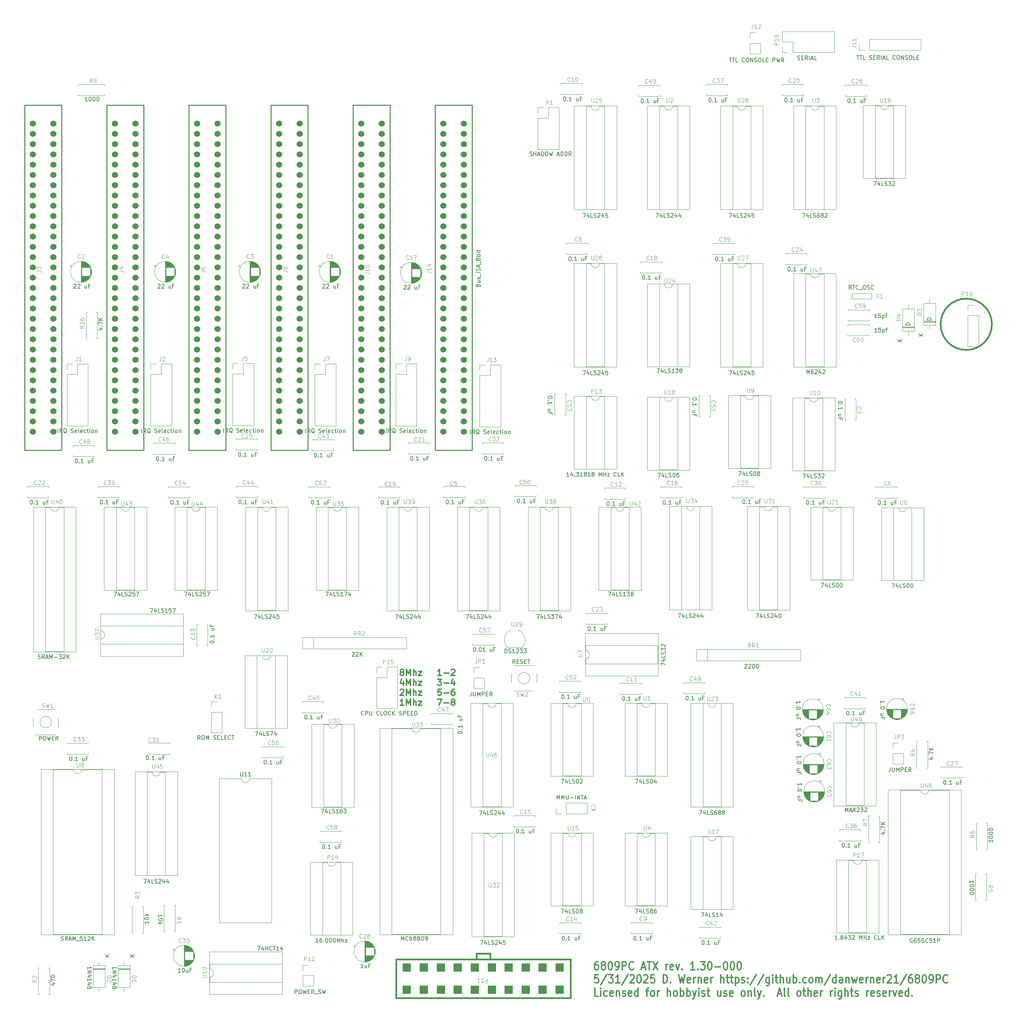
<source format=gto>
%TF.GenerationSoftware,KiCad,Pcbnew,8.0.6*%
%TF.CreationDate,2025-06-02T08:56:41-05:00*%
%TF.ProjectId,6809PC-6U,36383039-5043-42d3-9655-2e6b69636164,5/31/2025 003*%
%TF.SameCoordinates,Original*%
%TF.FileFunction,Legend,Top*%
%TF.FilePolarity,Positive*%
%FSLAX46Y46*%
G04 Gerber Fmt 4.6, Leading zero omitted, Abs format (unit mm)*
G04 Created by KiCad (PCBNEW 8.0.6) date 2025-06-02 08:56:41*
%MOMM*%
%LPD*%
G01*
G04 APERTURE LIST*
%ADD10C,0.381000*%
%ADD11C,0.304800*%
%ADD12C,0.100000*%
%ADD13C,0.150000*%
%ADD14C,0.120000*%
%ADD15C,0.254000*%
%ADD16R,2.125980X2.125980*%
%ADD17C,1.524000*%
G04 APERTURE END LIST*
D10*
X310210200Y-131267200D02*
G75*
G02*
X297510200Y-131267200I-6350000J0D01*
G01*
X297510200Y-131267200D02*
G75*
G02*
X310210200Y-131267200I6350000J0D01*
G01*
D11*
X212681659Y-288869185D02*
X212342992Y-288869185D01*
X212342992Y-288869185D02*
X212173659Y-288965947D01*
X212173659Y-288965947D02*
X212088992Y-289062709D01*
X212088992Y-289062709D02*
X211919659Y-289352995D01*
X211919659Y-289352995D02*
X211834992Y-289740043D01*
X211834992Y-289740043D02*
X211834992Y-290514138D01*
X211834992Y-290514138D02*
X211919659Y-290707662D01*
X211919659Y-290707662D02*
X212004326Y-290804424D01*
X212004326Y-290804424D02*
X212173659Y-290901185D01*
X212173659Y-290901185D02*
X212512326Y-290901185D01*
X212512326Y-290901185D02*
X212681659Y-290804424D01*
X212681659Y-290804424D02*
X212766326Y-290707662D01*
X212766326Y-290707662D02*
X212850992Y-290514138D01*
X212850992Y-290514138D02*
X212850992Y-290030328D01*
X212850992Y-290030328D02*
X212766326Y-289836804D01*
X212766326Y-289836804D02*
X212681659Y-289740043D01*
X212681659Y-289740043D02*
X212512326Y-289643281D01*
X212512326Y-289643281D02*
X212173659Y-289643281D01*
X212173659Y-289643281D02*
X212004326Y-289740043D01*
X212004326Y-289740043D02*
X211919659Y-289836804D01*
X211919659Y-289836804D02*
X211834992Y-290030328D01*
X213866992Y-289740043D02*
X213697659Y-289643281D01*
X213697659Y-289643281D02*
X213612992Y-289546519D01*
X213612992Y-289546519D02*
X213528325Y-289352995D01*
X213528325Y-289352995D02*
X213528325Y-289256233D01*
X213528325Y-289256233D02*
X213612992Y-289062709D01*
X213612992Y-289062709D02*
X213697659Y-288965947D01*
X213697659Y-288965947D02*
X213866992Y-288869185D01*
X213866992Y-288869185D02*
X214205659Y-288869185D01*
X214205659Y-288869185D02*
X214374992Y-288965947D01*
X214374992Y-288965947D02*
X214459659Y-289062709D01*
X214459659Y-289062709D02*
X214544325Y-289256233D01*
X214544325Y-289256233D02*
X214544325Y-289352995D01*
X214544325Y-289352995D02*
X214459659Y-289546519D01*
X214459659Y-289546519D02*
X214374992Y-289643281D01*
X214374992Y-289643281D02*
X214205659Y-289740043D01*
X214205659Y-289740043D02*
X213866992Y-289740043D01*
X213866992Y-289740043D02*
X213697659Y-289836804D01*
X213697659Y-289836804D02*
X213612992Y-289933566D01*
X213612992Y-289933566D02*
X213528325Y-290127090D01*
X213528325Y-290127090D02*
X213528325Y-290514138D01*
X213528325Y-290514138D02*
X213612992Y-290707662D01*
X213612992Y-290707662D02*
X213697659Y-290804424D01*
X213697659Y-290804424D02*
X213866992Y-290901185D01*
X213866992Y-290901185D02*
X214205659Y-290901185D01*
X214205659Y-290901185D02*
X214374992Y-290804424D01*
X214374992Y-290804424D02*
X214459659Y-290707662D01*
X214459659Y-290707662D02*
X214544325Y-290514138D01*
X214544325Y-290514138D02*
X214544325Y-290127090D01*
X214544325Y-290127090D02*
X214459659Y-289933566D01*
X214459659Y-289933566D02*
X214374992Y-289836804D01*
X214374992Y-289836804D02*
X214205659Y-289740043D01*
X215644992Y-288869185D02*
X215814325Y-288869185D01*
X215814325Y-288869185D02*
X215983658Y-288965947D01*
X215983658Y-288965947D02*
X216068325Y-289062709D01*
X216068325Y-289062709D02*
X216152992Y-289256233D01*
X216152992Y-289256233D02*
X216237658Y-289643281D01*
X216237658Y-289643281D02*
X216237658Y-290127090D01*
X216237658Y-290127090D02*
X216152992Y-290514138D01*
X216152992Y-290514138D02*
X216068325Y-290707662D01*
X216068325Y-290707662D02*
X215983658Y-290804424D01*
X215983658Y-290804424D02*
X215814325Y-290901185D01*
X215814325Y-290901185D02*
X215644992Y-290901185D01*
X215644992Y-290901185D02*
X215475658Y-290804424D01*
X215475658Y-290804424D02*
X215390992Y-290707662D01*
X215390992Y-290707662D02*
X215306325Y-290514138D01*
X215306325Y-290514138D02*
X215221658Y-290127090D01*
X215221658Y-290127090D02*
X215221658Y-289643281D01*
X215221658Y-289643281D02*
X215306325Y-289256233D01*
X215306325Y-289256233D02*
X215390992Y-289062709D01*
X215390992Y-289062709D02*
X215475658Y-288965947D01*
X215475658Y-288965947D02*
X215644992Y-288869185D01*
X217084325Y-290901185D02*
X217422991Y-290901185D01*
X217422991Y-290901185D02*
X217592325Y-290804424D01*
X217592325Y-290804424D02*
X217676991Y-290707662D01*
X217676991Y-290707662D02*
X217846325Y-290417376D01*
X217846325Y-290417376D02*
X217930991Y-290030328D01*
X217930991Y-290030328D02*
X217930991Y-289256233D01*
X217930991Y-289256233D02*
X217846325Y-289062709D01*
X217846325Y-289062709D02*
X217761658Y-288965947D01*
X217761658Y-288965947D02*
X217592325Y-288869185D01*
X217592325Y-288869185D02*
X217253658Y-288869185D01*
X217253658Y-288869185D02*
X217084325Y-288965947D01*
X217084325Y-288965947D02*
X216999658Y-289062709D01*
X216999658Y-289062709D02*
X216914991Y-289256233D01*
X216914991Y-289256233D02*
X216914991Y-289740043D01*
X216914991Y-289740043D02*
X216999658Y-289933566D01*
X216999658Y-289933566D02*
X217084325Y-290030328D01*
X217084325Y-290030328D02*
X217253658Y-290127090D01*
X217253658Y-290127090D02*
X217592325Y-290127090D01*
X217592325Y-290127090D02*
X217761658Y-290030328D01*
X217761658Y-290030328D02*
X217846325Y-289933566D01*
X217846325Y-289933566D02*
X217930991Y-289740043D01*
X218692991Y-290901185D02*
X218692991Y-288869185D01*
X218692991Y-288869185D02*
X219370324Y-288869185D01*
X219370324Y-288869185D02*
X219539658Y-288965947D01*
X219539658Y-288965947D02*
X219624324Y-289062709D01*
X219624324Y-289062709D02*
X219708991Y-289256233D01*
X219708991Y-289256233D02*
X219708991Y-289546519D01*
X219708991Y-289546519D02*
X219624324Y-289740043D01*
X219624324Y-289740043D02*
X219539658Y-289836804D01*
X219539658Y-289836804D02*
X219370324Y-289933566D01*
X219370324Y-289933566D02*
X218692991Y-289933566D01*
X221486991Y-290707662D02*
X221402324Y-290804424D01*
X221402324Y-290804424D02*
X221148324Y-290901185D01*
X221148324Y-290901185D02*
X220978991Y-290901185D01*
X220978991Y-290901185D02*
X220724991Y-290804424D01*
X220724991Y-290804424D02*
X220555658Y-290610900D01*
X220555658Y-290610900D02*
X220470991Y-290417376D01*
X220470991Y-290417376D02*
X220386324Y-290030328D01*
X220386324Y-290030328D02*
X220386324Y-289740043D01*
X220386324Y-289740043D02*
X220470991Y-289352995D01*
X220470991Y-289352995D02*
X220555658Y-289159471D01*
X220555658Y-289159471D02*
X220724991Y-288965947D01*
X220724991Y-288965947D02*
X220978991Y-288869185D01*
X220978991Y-288869185D02*
X221148324Y-288869185D01*
X221148324Y-288869185D02*
X221402324Y-288965947D01*
X221402324Y-288965947D02*
X221486991Y-289062709D01*
X223518991Y-290320614D02*
X224365658Y-290320614D01*
X223349658Y-290901185D02*
X223942325Y-288869185D01*
X223942325Y-288869185D02*
X224534991Y-290901185D01*
X224873658Y-288869185D02*
X225889658Y-288869185D01*
X225381658Y-290901185D02*
X225381658Y-288869185D01*
X226312992Y-288869185D02*
X227498325Y-290901185D01*
X227498325Y-288869185D02*
X226312992Y-290901185D01*
X229530325Y-290901185D02*
X229530325Y-289546519D01*
X229530325Y-289933566D02*
X229614992Y-289740043D01*
X229614992Y-289740043D02*
X229699658Y-289643281D01*
X229699658Y-289643281D02*
X229868992Y-289546519D01*
X229868992Y-289546519D02*
X230038325Y-289546519D01*
X231308325Y-290804424D02*
X231138992Y-290901185D01*
X231138992Y-290901185D02*
X230800325Y-290901185D01*
X230800325Y-290901185D02*
X230630992Y-290804424D01*
X230630992Y-290804424D02*
X230546325Y-290610900D01*
X230546325Y-290610900D02*
X230546325Y-289836804D01*
X230546325Y-289836804D02*
X230630992Y-289643281D01*
X230630992Y-289643281D02*
X230800325Y-289546519D01*
X230800325Y-289546519D02*
X231138992Y-289546519D01*
X231138992Y-289546519D02*
X231308325Y-289643281D01*
X231308325Y-289643281D02*
X231392992Y-289836804D01*
X231392992Y-289836804D02*
X231392992Y-290030328D01*
X231392992Y-290030328D02*
X230546325Y-290223852D01*
X231985659Y-289546519D02*
X232408992Y-290901185D01*
X232408992Y-290901185D02*
X232832325Y-289546519D01*
X233509659Y-290707662D02*
X233594326Y-290804424D01*
X233594326Y-290804424D02*
X233509659Y-290901185D01*
X233509659Y-290901185D02*
X233424992Y-290804424D01*
X233424992Y-290804424D02*
X233509659Y-290707662D01*
X233509659Y-290707662D02*
X233509659Y-290901185D01*
X236642326Y-290901185D02*
X235626326Y-290901185D01*
X236134326Y-290901185D02*
X236134326Y-288869185D01*
X236134326Y-288869185D02*
X235964993Y-289159471D01*
X235964993Y-289159471D02*
X235795660Y-289352995D01*
X235795660Y-289352995D02*
X235626326Y-289449757D01*
X237404326Y-290707662D02*
X237488993Y-290804424D01*
X237488993Y-290804424D02*
X237404326Y-290901185D01*
X237404326Y-290901185D02*
X237319659Y-290804424D01*
X237319659Y-290804424D02*
X237404326Y-290707662D01*
X237404326Y-290707662D02*
X237404326Y-290901185D01*
X238081660Y-288869185D02*
X239182326Y-288869185D01*
X239182326Y-288869185D02*
X238589660Y-289643281D01*
X238589660Y-289643281D02*
X238843660Y-289643281D01*
X238843660Y-289643281D02*
X239012993Y-289740043D01*
X239012993Y-289740043D02*
X239097660Y-289836804D01*
X239097660Y-289836804D02*
X239182326Y-290030328D01*
X239182326Y-290030328D02*
X239182326Y-290514138D01*
X239182326Y-290514138D02*
X239097660Y-290707662D01*
X239097660Y-290707662D02*
X239012993Y-290804424D01*
X239012993Y-290804424D02*
X238843660Y-290901185D01*
X238843660Y-290901185D02*
X238335660Y-290901185D01*
X238335660Y-290901185D02*
X238166326Y-290804424D01*
X238166326Y-290804424D02*
X238081660Y-290707662D01*
X240282993Y-288869185D02*
X240452326Y-288869185D01*
X240452326Y-288869185D02*
X240621659Y-288965947D01*
X240621659Y-288965947D02*
X240706326Y-289062709D01*
X240706326Y-289062709D02*
X240790993Y-289256233D01*
X240790993Y-289256233D02*
X240875659Y-289643281D01*
X240875659Y-289643281D02*
X240875659Y-290127090D01*
X240875659Y-290127090D02*
X240790993Y-290514138D01*
X240790993Y-290514138D02*
X240706326Y-290707662D01*
X240706326Y-290707662D02*
X240621659Y-290804424D01*
X240621659Y-290804424D02*
X240452326Y-290901185D01*
X240452326Y-290901185D02*
X240282993Y-290901185D01*
X240282993Y-290901185D02*
X240113659Y-290804424D01*
X240113659Y-290804424D02*
X240028993Y-290707662D01*
X240028993Y-290707662D02*
X239944326Y-290514138D01*
X239944326Y-290514138D02*
X239859659Y-290127090D01*
X239859659Y-290127090D02*
X239859659Y-289643281D01*
X239859659Y-289643281D02*
X239944326Y-289256233D01*
X239944326Y-289256233D02*
X240028993Y-289062709D01*
X240028993Y-289062709D02*
X240113659Y-288965947D01*
X240113659Y-288965947D02*
X240282993Y-288869185D01*
X241637659Y-290127090D02*
X242992326Y-290127090D01*
X244177659Y-288869185D02*
X244346992Y-288869185D01*
X244346992Y-288869185D02*
X244516325Y-288965947D01*
X244516325Y-288965947D02*
X244600992Y-289062709D01*
X244600992Y-289062709D02*
X244685659Y-289256233D01*
X244685659Y-289256233D02*
X244770325Y-289643281D01*
X244770325Y-289643281D02*
X244770325Y-290127090D01*
X244770325Y-290127090D02*
X244685659Y-290514138D01*
X244685659Y-290514138D02*
X244600992Y-290707662D01*
X244600992Y-290707662D02*
X244516325Y-290804424D01*
X244516325Y-290804424D02*
X244346992Y-290901185D01*
X244346992Y-290901185D02*
X244177659Y-290901185D01*
X244177659Y-290901185D02*
X244008325Y-290804424D01*
X244008325Y-290804424D02*
X243923659Y-290707662D01*
X243923659Y-290707662D02*
X243838992Y-290514138D01*
X243838992Y-290514138D02*
X243754325Y-290127090D01*
X243754325Y-290127090D02*
X243754325Y-289643281D01*
X243754325Y-289643281D02*
X243838992Y-289256233D01*
X243838992Y-289256233D02*
X243923659Y-289062709D01*
X243923659Y-289062709D02*
X244008325Y-288965947D01*
X244008325Y-288965947D02*
X244177659Y-288869185D01*
X245870992Y-288869185D02*
X246040325Y-288869185D01*
X246040325Y-288869185D02*
X246209658Y-288965947D01*
X246209658Y-288965947D02*
X246294325Y-289062709D01*
X246294325Y-289062709D02*
X246378992Y-289256233D01*
X246378992Y-289256233D02*
X246463658Y-289643281D01*
X246463658Y-289643281D02*
X246463658Y-290127090D01*
X246463658Y-290127090D02*
X246378992Y-290514138D01*
X246378992Y-290514138D02*
X246294325Y-290707662D01*
X246294325Y-290707662D02*
X246209658Y-290804424D01*
X246209658Y-290804424D02*
X246040325Y-290901185D01*
X246040325Y-290901185D02*
X245870992Y-290901185D01*
X245870992Y-290901185D02*
X245701658Y-290804424D01*
X245701658Y-290804424D02*
X245616992Y-290707662D01*
X245616992Y-290707662D02*
X245532325Y-290514138D01*
X245532325Y-290514138D02*
X245447658Y-290127090D01*
X245447658Y-290127090D02*
X245447658Y-289643281D01*
X245447658Y-289643281D02*
X245532325Y-289256233D01*
X245532325Y-289256233D02*
X245616992Y-289062709D01*
X245616992Y-289062709D02*
X245701658Y-288965947D01*
X245701658Y-288965947D02*
X245870992Y-288869185D01*
X247564325Y-288869185D02*
X247733658Y-288869185D01*
X247733658Y-288869185D02*
X247902991Y-288965947D01*
X247902991Y-288965947D02*
X247987658Y-289062709D01*
X247987658Y-289062709D02*
X248072325Y-289256233D01*
X248072325Y-289256233D02*
X248156991Y-289643281D01*
X248156991Y-289643281D02*
X248156991Y-290127090D01*
X248156991Y-290127090D02*
X248072325Y-290514138D01*
X248072325Y-290514138D02*
X247987658Y-290707662D01*
X247987658Y-290707662D02*
X247902991Y-290804424D01*
X247902991Y-290804424D02*
X247733658Y-290901185D01*
X247733658Y-290901185D02*
X247564325Y-290901185D01*
X247564325Y-290901185D02*
X247394991Y-290804424D01*
X247394991Y-290804424D02*
X247310325Y-290707662D01*
X247310325Y-290707662D02*
X247225658Y-290514138D01*
X247225658Y-290514138D02*
X247140991Y-290127090D01*
X247140991Y-290127090D02*
X247140991Y-289643281D01*
X247140991Y-289643281D02*
X247225658Y-289256233D01*
X247225658Y-289256233D02*
X247310325Y-289062709D01*
X247310325Y-289062709D02*
X247394991Y-288965947D01*
X247394991Y-288965947D02*
X247564325Y-288869185D01*
X212766326Y-292140591D02*
X211919659Y-292140591D01*
X211919659Y-292140591D02*
X211834992Y-293108210D01*
X211834992Y-293108210D02*
X211919659Y-293011449D01*
X211919659Y-293011449D02*
X212088992Y-292914687D01*
X212088992Y-292914687D02*
X212512326Y-292914687D01*
X212512326Y-292914687D02*
X212681659Y-293011449D01*
X212681659Y-293011449D02*
X212766326Y-293108210D01*
X212766326Y-293108210D02*
X212850992Y-293301734D01*
X212850992Y-293301734D02*
X212850992Y-293785544D01*
X212850992Y-293785544D02*
X212766326Y-293979068D01*
X212766326Y-293979068D02*
X212681659Y-294075830D01*
X212681659Y-294075830D02*
X212512326Y-294172591D01*
X212512326Y-294172591D02*
X212088992Y-294172591D01*
X212088992Y-294172591D02*
X211919659Y-294075830D01*
X211919659Y-294075830D02*
X211834992Y-293979068D01*
X214882992Y-292043830D02*
X213358992Y-294656401D01*
X215306326Y-292140591D02*
X216406992Y-292140591D01*
X216406992Y-292140591D02*
X215814326Y-292914687D01*
X215814326Y-292914687D02*
X216068326Y-292914687D01*
X216068326Y-292914687D02*
X216237659Y-293011449D01*
X216237659Y-293011449D02*
X216322326Y-293108210D01*
X216322326Y-293108210D02*
X216406992Y-293301734D01*
X216406992Y-293301734D02*
X216406992Y-293785544D01*
X216406992Y-293785544D02*
X216322326Y-293979068D01*
X216322326Y-293979068D02*
X216237659Y-294075830D01*
X216237659Y-294075830D02*
X216068326Y-294172591D01*
X216068326Y-294172591D02*
X215560326Y-294172591D01*
X215560326Y-294172591D02*
X215390992Y-294075830D01*
X215390992Y-294075830D02*
X215306326Y-293979068D01*
X218100325Y-294172591D02*
X217084325Y-294172591D01*
X217592325Y-294172591D02*
X217592325Y-292140591D01*
X217592325Y-292140591D02*
X217422992Y-292430877D01*
X217422992Y-292430877D02*
X217253659Y-292624401D01*
X217253659Y-292624401D02*
X217084325Y-292721163D01*
X220132325Y-292043830D02*
X218608325Y-294656401D01*
X220640325Y-292334115D02*
X220724992Y-292237353D01*
X220724992Y-292237353D02*
X220894325Y-292140591D01*
X220894325Y-292140591D02*
X221317659Y-292140591D01*
X221317659Y-292140591D02*
X221486992Y-292237353D01*
X221486992Y-292237353D02*
X221571659Y-292334115D01*
X221571659Y-292334115D02*
X221656325Y-292527639D01*
X221656325Y-292527639D02*
X221656325Y-292721163D01*
X221656325Y-292721163D02*
X221571659Y-293011449D01*
X221571659Y-293011449D02*
X220555659Y-294172591D01*
X220555659Y-294172591D02*
X221656325Y-294172591D01*
X222756992Y-292140591D02*
X222926325Y-292140591D01*
X222926325Y-292140591D02*
X223095658Y-292237353D01*
X223095658Y-292237353D02*
X223180325Y-292334115D01*
X223180325Y-292334115D02*
X223264992Y-292527639D01*
X223264992Y-292527639D02*
X223349658Y-292914687D01*
X223349658Y-292914687D02*
X223349658Y-293398496D01*
X223349658Y-293398496D02*
X223264992Y-293785544D01*
X223264992Y-293785544D02*
X223180325Y-293979068D01*
X223180325Y-293979068D02*
X223095658Y-294075830D01*
X223095658Y-294075830D02*
X222926325Y-294172591D01*
X222926325Y-294172591D02*
X222756992Y-294172591D01*
X222756992Y-294172591D02*
X222587658Y-294075830D01*
X222587658Y-294075830D02*
X222502992Y-293979068D01*
X222502992Y-293979068D02*
X222418325Y-293785544D01*
X222418325Y-293785544D02*
X222333658Y-293398496D01*
X222333658Y-293398496D02*
X222333658Y-292914687D01*
X222333658Y-292914687D02*
X222418325Y-292527639D01*
X222418325Y-292527639D02*
X222502992Y-292334115D01*
X222502992Y-292334115D02*
X222587658Y-292237353D01*
X222587658Y-292237353D02*
X222756992Y-292140591D01*
X224026991Y-292334115D02*
X224111658Y-292237353D01*
X224111658Y-292237353D02*
X224280991Y-292140591D01*
X224280991Y-292140591D02*
X224704325Y-292140591D01*
X224704325Y-292140591D02*
X224873658Y-292237353D01*
X224873658Y-292237353D02*
X224958325Y-292334115D01*
X224958325Y-292334115D02*
X225042991Y-292527639D01*
X225042991Y-292527639D02*
X225042991Y-292721163D01*
X225042991Y-292721163D02*
X224958325Y-293011449D01*
X224958325Y-293011449D02*
X223942325Y-294172591D01*
X223942325Y-294172591D02*
X225042991Y-294172591D01*
X226651658Y-292140591D02*
X225804991Y-292140591D01*
X225804991Y-292140591D02*
X225720324Y-293108210D01*
X225720324Y-293108210D02*
X225804991Y-293011449D01*
X225804991Y-293011449D02*
X225974324Y-292914687D01*
X225974324Y-292914687D02*
X226397658Y-292914687D01*
X226397658Y-292914687D02*
X226566991Y-293011449D01*
X226566991Y-293011449D02*
X226651658Y-293108210D01*
X226651658Y-293108210D02*
X226736324Y-293301734D01*
X226736324Y-293301734D02*
X226736324Y-293785544D01*
X226736324Y-293785544D02*
X226651658Y-293979068D01*
X226651658Y-293979068D02*
X226566991Y-294075830D01*
X226566991Y-294075830D02*
X226397658Y-294172591D01*
X226397658Y-294172591D02*
X225974324Y-294172591D01*
X225974324Y-294172591D02*
X225804991Y-294075830D01*
X225804991Y-294075830D02*
X225720324Y-293979068D01*
X228852991Y-294172591D02*
X228852991Y-292140591D01*
X228852991Y-292140591D02*
X229276324Y-292140591D01*
X229276324Y-292140591D02*
X229530324Y-292237353D01*
X229530324Y-292237353D02*
X229699658Y-292430877D01*
X229699658Y-292430877D02*
X229784324Y-292624401D01*
X229784324Y-292624401D02*
X229868991Y-293011449D01*
X229868991Y-293011449D02*
X229868991Y-293301734D01*
X229868991Y-293301734D02*
X229784324Y-293688782D01*
X229784324Y-293688782D02*
X229699658Y-293882306D01*
X229699658Y-293882306D02*
X229530324Y-294075830D01*
X229530324Y-294075830D02*
X229276324Y-294172591D01*
X229276324Y-294172591D02*
X228852991Y-294172591D01*
X230630991Y-293979068D02*
X230715658Y-294075830D01*
X230715658Y-294075830D02*
X230630991Y-294172591D01*
X230630991Y-294172591D02*
X230546324Y-294075830D01*
X230546324Y-294075830D02*
X230630991Y-293979068D01*
X230630991Y-293979068D02*
X230630991Y-294172591D01*
X232662992Y-292140591D02*
X233086325Y-294172591D01*
X233086325Y-294172591D02*
X233424992Y-292721163D01*
X233424992Y-292721163D02*
X233763658Y-294172591D01*
X233763658Y-294172591D02*
X234186992Y-292140591D01*
X235541658Y-294075830D02*
X235372325Y-294172591D01*
X235372325Y-294172591D02*
X235033658Y-294172591D01*
X235033658Y-294172591D02*
X234864325Y-294075830D01*
X234864325Y-294075830D02*
X234779658Y-293882306D01*
X234779658Y-293882306D02*
X234779658Y-293108210D01*
X234779658Y-293108210D02*
X234864325Y-292914687D01*
X234864325Y-292914687D02*
X235033658Y-292817925D01*
X235033658Y-292817925D02*
X235372325Y-292817925D01*
X235372325Y-292817925D02*
X235541658Y-292914687D01*
X235541658Y-292914687D02*
X235626325Y-293108210D01*
X235626325Y-293108210D02*
X235626325Y-293301734D01*
X235626325Y-293301734D02*
X234779658Y-293495258D01*
X236388325Y-294172591D02*
X236388325Y-292817925D01*
X236388325Y-293204972D02*
X236472992Y-293011449D01*
X236472992Y-293011449D02*
X236557658Y-292914687D01*
X236557658Y-292914687D02*
X236726992Y-292817925D01*
X236726992Y-292817925D02*
X236896325Y-292817925D01*
X237488992Y-292817925D02*
X237488992Y-294172591D01*
X237488992Y-293011449D02*
X237573659Y-292914687D01*
X237573659Y-292914687D02*
X237742992Y-292817925D01*
X237742992Y-292817925D02*
X237996992Y-292817925D01*
X237996992Y-292817925D02*
X238166325Y-292914687D01*
X238166325Y-292914687D02*
X238250992Y-293108210D01*
X238250992Y-293108210D02*
X238250992Y-294172591D01*
X239774992Y-294075830D02*
X239605659Y-294172591D01*
X239605659Y-294172591D02*
X239266992Y-294172591D01*
X239266992Y-294172591D02*
X239097659Y-294075830D01*
X239097659Y-294075830D02*
X239012992Y-293882306D01*
X239012992Y-293882306D02*
X239012992Y-293108210D01*
X239012992Y-293108210D02*
X239097659Y-292914687D01*
X239097659Y-292914687D02*
X239266992Y-292817925D01*
X239266992Y-292817925D02*
X239605659Y-292817925D01*
X239605659Y-292817925D02*
X239774992Y-292914687D01*
X239774992Y-292914687D02*
X239859659Y-293108210D01*
X239859659Y-293108210D02*
X239859659Y-293301734D01*
X239859659Y-293301734D02*
X239012992Y-293495258D01*
X240621659Y-294172591D02*
X240621659Y-292817925D01*
X240621659Y-293204972D02*
X240706326Y-293011449D01*
X240706326Y-293011449D02*
X240790992Y-292914687D01*
X240790992Y-292914687D02*
X240960326Y-292817925D01*
X240960326Y-292817925D02*
X241129659Y-292817925D01*
X243076993Y-294172591D02*
X243076993Y-292140591D01*
X243838993Y-294172591D02*
X243838993Y-293108210D01*
X243838993Y-293108210D02*
X243754326Y-292914687D01*
X243754326Y-292914687D02*
X243584993Y-292817925D01*
X243584993Y-292817925D02*
X243330993Y-292817925D01*
X243330993Y-292817925D02*
X243161660Y-292914687D01*
X243161660Y-292914687D02*
X243076993Y-293011449D01*
X244431660Y-292817925D02*
X245108993Y-292817925D01*
X244685660Y-292140591D02*
X244685660Y-293882306D01*
X244685660Y-293882306D02*
X244770327Y-294075830D01*
X244770327Y-294075830D02*
X244939660Y-294172591D01*
X244939660Y-294172591D02*
X245108993Y-294172591D01*
X245447660Y-292817925D02*
X246124993Y-292817925D01*
X245701660Y-292140591D02*
X245701660Y-293882306D01*
X245701660Y-293882306D02*
X245786327Y-294075830D01*
X245786327Y-294075830D02*
X245955660Y-294172591D01*
X245955660Y-294172591D02*
X246124993Y-294172591D01*
X246717660Y-292817925D02*
X246717660Y-294849925D01*
X246717660Y-292914687D02*
X246886993Y-292817925D01*
X246886993Y-292817925D02*
X247225660Y-292817925D01*
X247225660Y-292817925D02*
X247394993Y-292914687D01*
X247394993Y-292914687D02*
X247479660Y-293011449D01*
X247479660Y-293011449D02*
X247564327Y-293204972D01*
X247564327Y-293204972D02*
X247564327Y-293785544D01*
X247564327Y-293785544D02*
X247479660Y-293979068D01*
X247479660Y-293979068D02*
X247394993Y-294075830D01*
X247394993Y-294075830D02*
X247225660Y-294172591D01*
X247225660Y-294172591D02*
X246886993Y-294172591D01*
X246886993Y-294172591D02*
X246717660Y-294075830D01*
X248241660Y-294075830D02*
X248410994Y-294172591D01*
X248410994Y-294172591D02*
X248749660Y-294172591D01*
X248749660Y-294172591D02*
X248918994Y-294075830D01*
X248918994Y-294075830D02*
X249003660Y-293882306D01*
X249003660Y-293882306D02*
X249003660Y-293785544D01*
X249003660Y-293785544D02*
X248918994Y-293592020D01*
X248918994Y-293592020D02*
X248749660Y-293495258D01*
X248749660Y-293495258D02*
X248495660Y-293495258D01*
X248495660Y-293495258D02*
X248326327Y-293398496D01*
X248326327Y-293398496D02*
X248241660Y-293204972D01*
X248241660Y-293204972D02*
X248241660Y-293108210D01*
X248241660Y-293108210D02*
X248326327Y-292914687D01*
X248326327Y-292914687D02*
X248495660Y-292817925D01*
X248495660Y-292817925D02*
X248749660Y-292817925D01*
X248749660Y-292817925D02*
X248918994Y-292914687D01*
X249765660Y-293979068D02*
X249850327Y-294075830D01*
X249850327Y-294075830D02*
X249765660Y-294172591D01*
X249765660Y-294172591D02*
X249680993Y-294075830D01*
X249680993Y-294075830D02*
X249765660Y-293979068D01*
X249765660Y-293979068D02*
X249765660Y-294172591D01*
X249765660Y-292914687D02*
X249850327Y-293011449D01*
X249850327Y-293011449D02*
X249765660Y-293108210D01*
X249765660Y-293108210D02*
X249680993Y-293011449D01*
X249680993Y-293011449D02*
X249765660Y-292914687D01*
X249765660Y-292914687D02*
X249765660Y-293108210D01*
X251882327Y-292043830D02*
X250358327Y-294656401D01*
X253744994Y-292043830D02*
X252220994Y-294656401D01*
X255099661Y-292817925D02*
X255099661Y-294462877D01*
X255099661Y-294462877D02*
X255014994Y-294656401D01*
X255014994Y-294656401D02*
X254930328Y-294753163D01*
X254930328Y-294753163D02*
X254760994Y-294849925D01*
X254760994Y-294849925D02*
X254506994Y-294849925D01*
X254506994Y-294849925D02*
X254337661Y-294753163D01*
X255099661Y-294075830D02*
X254930328Y-294172591D01*
X254930328Y-294172591D02*
X254591661Y-294172591D01*
X254591661Y-294172591D02*
X254422328Y-294075830D01*
X254422328Y-294075830D02*
X254337661Y-293979068D01*
X254337661Y-293979068D02*
X254252994Y-293785544D01*
X254252994Y-293785544D02*
X254252994Y-293204972D01*
X254252994Y-293204972D02*
X254337661Y-293011449D01*
X254337661Y-293011449D02*
X254422328Y-292914687D01*
X254422328Y-292914687D02*
X254591661Y-292817925D01*
X254591661Y-292817925D02*
X254930328Y-292817925D01*
X254930328Y-292817925D02*
X255099661Y-292914687D01*
X255946328Y-294172591D02*
X255946328Y-292817925D01*
X255946328Y-292140591D02*
X255861661Y-292237353D01*
X255861661Y-292237353D02*
X255946328Y-292334115D01*
X255946328Y-292334115D02*
X256030995Y-292237353D01*
X256030995Y-292237353D02*
X255946328Y-292140591D01*
X255946328Y-292140591D02*
X255946328Y-292334115D01*
X256538995Y-292817925D02*
X257216328Y-292817925D01*
X256792995Y-292140591D02*
X256792995Y-293882306D01*
X256792995Y-293882306D02*
X256877662Y-294075830D01*
X256877662Y-294075830D02*
X257046995Y-294172591D01*
X257046995Y-294172591D02*
X257216328Y-294172591D01*
X257808995Y-294172591D02*
X257808995Y-292140591D01*
X258570995Y-294172591D02*
X258570995Y-293108210D01*
X258570995Y-293108210D02*
X258486328Y-292914687D01*
X258486328Y-292914687D02*
X258316995Y-292817925D01*
X258316995Y-292817925D02*
X258062995Y-292817925D01*
X258062995Y-292817925D02*
X257893662Y-292914687D01*
X257893662Y-292914687D02*
X257808995Y-293011449D01*
X260179662Y-292817925D02*
X260179662Y-294172591D01*
X259417662Y-292817925D02*
X259417662Y-293882306D01*
X259417662Y-293882306D02*
X259502329Y-294075830D01*
X259502329Y-294075830D02*
X259671662Y-294172591D01*
X259671662Y-294172591D02*
X259925662Y-294172591D01*
X259925662Y-294172591D02*
X260094995Y-294075830D01*
X260094995Y-294075830D02*
X260179662Y-293979068D01*
X261026329Y-294172591D02*
X261026329Y-292140591D01*
X261026329Y-292914687D02*
X261195662Y-292817925D01*
X261195662Y-292817925D02*
X261534329Y-292817925D01*
X261534329Y-292817925D02*
X261703662Y-292914687D01*
X261703662Y-292914687D02*
X261788329Y-293011449D01*
X261788329Y-293011449D02*
X261872996Y-293204972D01*
X261872996Y-293204972D02*
X261872996Y-293785544D01*
X261872996Y-293785544D02*
X261788329Y-293979068D01*
X261788329Y-293979068D02*
X261703662Y-294075830D01*
X261703662Y-294075830D02*
X261534329Y-294172591D01*
X261534329Y-294172591D02*
X261195662Y-294172591D01*
X261195662Y-294172591D02*
X261026329Y-294075830D01*
X262634996Y-293979068D02*
X262719663Y-294075830D01*
X262719663Y-294075830D02*
X262634996Y-294172591D01*
X262634996Y-294172591D02*
X262550329Y-294075830D01*
X262550329Y-294075830D02*
X262634996Y-293979068D01*
X262634996Y-293979068D02*
X262634996Y-294172591D01*
X264243663Y-294075830D02*
X264074330Y-294172591D01*
X264074330Y-294172591D02*
X263735663Y-294172591D01*
X263735663Y-294172591D02*
X263566330Y-294075830D01*
X263566330Y-294075830D02*
X263481663Y-293979068D01*
X263481663Y-293979068D02*
X263396996Y-293785544D01*
X263396996Y-293785544D02*
X263396996Y-293204972D01*
X263396996Y-293204972D02*
X263481663Y-293011449D01*
X263481663Y-293011449D02*
X263566330Y-292914687D01*
X263566330Y-292914687D02*
X263735663Y-292817925D01*
X263735663Y-292817925D02*
X264074330Y-292817925D01*
X264074330Y-292817925D02*
X264243663Y-292914687D01*
X265259663Y-294172591D02*
X265090330Y-294075830D01*
X265090330Y-294075830D02*
X265005663Y-293979068D01*
X265005663Y-293979068D02*
X264920996Y-293785544D01*
X264920996Y-293785544D02*
X264920996Y-293204972D01*
X264920996Y-293204972D02*
X265005663Y-293011449D01*
X265005663Y-293011449D02*
X265090330Y-292914687D01*
X265090330Y-292914687D02*
X265259663Y-292817925D01*
X265259663Y-292817925D02*
X265513663Y-292817925D01*
X265513663Y-292817925D02*
X265682996Y-292914687D01*
X265682996Y-292914687D02*
X265767663Y-293011449D01*
X265767663Y-293011449D02*
X265852330Y-293204972D01*
X265852330Y-293204972D02*
X265852330Y-293785544D01*
X265852330Y-293785544D02*
X265767663Y-293979068D01*
X265767663Y-293979068D02*
X265682996Y-294075830D01*
X265682996Y-294075830D02*
X265513663Y-294172591D01*
X265513663Y-294172591D02*
X265259663Y-294172591D01*
X266614330Y-294172591D02*
X266614330Y-292817925D01*
X266614330Y-293011449D02*
X266698997Y-292914687D01*
X266698997Y-292914687D02*
X266868330Y-292817925D01*
X266868330Y-292817925D02*
X267122330Y-292817925D01*
X267122330Y-292817925D02*
X267291663Y-292914687D01*
X267291663Y-292914687D02*
X267376330Y-293108210D01*
X267376330Y-293108210D02*
X267376330Y-294172591D01*
X267376330Y-293108210D02*
X267460997Y-292914687D01*
X267460997Y-292914687D02*
X267630330Y-292817925D01*
X267630330Y-292817925D02*
X267884330Y-292817925D01*
X267884330Y-292817925D02*
X268053663Y-292914687D01*
X268053663Y-292914687D02*
X268138330Y-293108210D01*
X268138330Y-293108210D02*
X268138330Y-294172591D01*
X270254997Y-292043830D02*
X268730997Y-294656401D01*
X271609664Y-294172591D02*
X271609664Y-292140591D01*
X271609664Y-294075830D02*
X271440331Y-294172591D01*
X271440331Y-294172591D02*
X271101664Y-294172591D01*
X271101664Y-294172591D02*
X270932331Y-294075830D01*
X270932331Y-294075830D02*
X270847664Y-293979068D01*
X270847664Y-293979068D02*
X270762997Y-293785544D01*
X270762997Y-293785544D02*
X270762997Y-293204972D01*
X270762997Y-293204972D02*
X270847664Y-293011449D01*
X270847664Y-293011449D02*
X270932331Y-292914687D01*
X270932331Y-292914687D02*
X271101664Y-292817925D01*
X271101664Y-292817925D02*
X271440331Y-292817925D01*
X271440331Y-292817925D02*
X271609664Y-292914687D01*
X273218331Y-294172591D02*
X273218331Y-293108210D01*
X273218331Y-293108210D02*
X273133664Y-292914687D01*
X273133664Y-292914687D02*
X272964331Y-292817925D01*
X272964331Y-292817925D02*
X272625664Y-292817925D01*
X272625664Y-292817925D02*
X272456331Y-292914687D01*
X273218331Y-294075830D02*
X273048998Y-294172591D01*
X273048998Y-294172591D02*
X272625664Y-294172591D01*
X272625664Y-294172591D02*
X272456331Y-294075830D01*
X272456331Y-294075830D02*
X272371664Y-293882306D01*
X272371664Y-293882306D02*
X272371664Y-293688782D01*
X272371664Y-293688782D02*
X272456331Y-293495258D01*
X272456331Y-293495258D02*
X272625664Y-293398496D01*
X272625664Y-293398496D02*
X273048998Y-293398496D01*
X273048998Y-293398496D02*
X273218331Y-293301734D01*
X274064998Y-292817925D02*
X274064998Y-294172591D01*
X274064998Y-293011449D02*
X274149665Y-292914687D01*
X274149665Y-292914687D02*
X274318998Y-292817925D01*
X274318998Y-292817925D02*
X274572998Y-292817925D01*
X274572998Y-292817925D02*
X274742331Y-292914687D01*
X274742331Y-292914687D02*
X274826998Y-293108210D01*
X274826998Y-293108210D02*
X274826998Y-294172591D01*
X275504332Y-292817925D02*
X275842998Y-294172591D01*
X275842998Y-294172591D02*
X276181665Y-293204972D01*
X276181665Y-293204972D02*
X276520332Y-294172591D01*
X276520332Y-294172591D02*
X276858998Y-292817925D01*
X278213665Y-294075830D02*
X278044332Y-294172591D01*
X278044332Y-294172591D02*
X277705665Y-294172591D01*
X277705665Y-294172591D02*
X277536332Y-294075830D01*
X277536332Y-294075830D02*
X277451665Y-293882306D01*
X277451665Y-293882306D02*
X277451665Y-293108210D01*
X277451665Y-293108210D02*
X277536332Y-292914687D01*
X277536332Y-292914687D02*
X277705665Y-292817925D01*
X277705665Y-292817925D02*
X278044332Y-292817925D01*
X278044332Y-292817925D02*
X278213665Y-292914687D01*
X278213665Y-292914687D02*
X278298332Y-293108210D01*
X278298332Y-293108210D02*
X278298332Y-293301734D01*
X278298332Y-293301734D02*
X277451665Y-293495258D01*
X279060332Y-294172591D02*
X279060332Y-292817925D01*
X279060332Y-293204972D02*
X279144999Y-293011449D01*
X279144999Y-293011449D02*
X279229665Y-292914687D01*
X279229665Y-292914687D02*
X279398999Y-292817925D01*
X279398999Y-292817925D02*
X279568332Y-292817925D01*
X280160999Y-292817925D02*
X280160999Y-294172591D01*
X280160999Y-293011449D02*
X280245666Y-292914687D01*
X280245666Y-292914687D02*
X280414999Y-292817925D01*
X280414999Y-292817925D02*
X280668999Y-292817925D01*
X280668999Y-292817925D02*
X280838332Y-292914687D01*
X280838332Y-292914687D02*
X280922999Y-293108210D01*
X280922999Y-293108210D02*
X280922999Y-294172591D01*
X282446999Y-294075830D02*
X282277666Y-294172591D01*
X282277666Y-294172591D02*
X281938999Y-294172591D01*
X281938999Y-294172591D02*
X281769666Y-294075830D01*
X281769666Y-294075830D02*
X281684999Y-293882306D01*
X281684999Y-293882306D02*
X281684999Y-293108210D01*
X281684999Y-293108210D02*
X281769666Y-292914687D01*
X281769666Y-292914687D02*
X281938999Y-292817925D01*
X281938999Y-292817925D02*
X282277666Y-292817925D01*
X282277666Y-292817925D02*
X282446999Y-292914687D01*
X282446999Y-292914687D02*
X282531666Y-293108210D01*
X282531666Y-293108210D02*
X282531666Y-293301734D01*
X282531666Y-293301734D02*
X281684999Y-293495258D01*
X283293666Y-294172591D02*
X283293666Y-292817925D01*
X283293666Y-293204972D02*
X283378333Y-293011449D01*
X283378333Y-293011449D02*
X283462999Y-292914687D01*
X283462999Y-292914687D02*
X283632333Y-292817925D01*
X283632333Y-292817925D02*
X283801666Y-292817925D01*
X284309666Y-292334115D02*
X284394333Y-292237353D01*
X284394333Y-292237353D02*
X284563666Y-292140591D01*
X284563666Y-292140591D02*
X284987000Y-292140591D01*
X284987000Y-292140591D02*
X285156333Y-292237353D01*
X285156333Y-292237353D02*
X285241000Y-292334115D01*
X285241000Y-292334115D02*
X285325666Y-292527639D01*
X285325666Y-292527639D02*
X285325666Y-292721163D01*
X285325666Y-292721163D02*
X285241000Y-293011449D01*
X285241000Y-293011449D02*
X284225000Y-294172591D01*
X284225000Y-294172591D02*
X285325666Y-294172591D01*
X287018999Y-294172591D02*
X286002999Y-294172591D01*
X286510999Y-294172591D02*
X286510999Y-292140591D01*
X286510999Y-292140591D02*
X286341666Y-292430877D01*
X286341666Y-292430877D02*
X286172333Y-292624401D01*
X286172333Y-292624401D02*
X286002999Y-292721163D01*
X289050999Y-292043830D02*
X287526999Y-294656401D01*
X290405666Y-292140591D02*
X290066999Y-292140591D01*
X290066999Y-292140591D02*
X289897666Y-292237353D01*
X289897666Y-292237353D02*
X289812999Y-292334115D01*
X289812999Y-292334115D02*
X289643666Y-292624401D01*
X289643666Y-292624401D02*
X289558999Y-293011449D01*
X289558999Y-293011449D02*
X289558999Y-293785544D01*
X289558999Y-293785544D02*
X289643666Y-293979068D01*
X289643666Y-293979068D02*
X289728333Y-294075830D01*
X289728333Y-294075830D02*
X289897666Y-294172591D01*
X289897666Y-294172591D02*
X290236333Y-294172591D01*
X290236333Y-294172591D02*
X290405666Y-294075830D01*
X290405666Y-294075830D02*
X290490333Y-293979068D01*
X290490333Y-293979068D02*
X290574999Y-293785544D01*
X290574999Y-293785544D02*
X290574999Y-293301734D01*
X290574999Y-293301734D02*
X290490333Y-293108210D01*
X290490333Y-293108210D02*
X290405666Y-293011449D01*
X290405666Y-293011449D02*
X290236333Y-292914687D01*
X290236333Y-292914687D02*
X289897666Y-292914687D01*
X289897666Y-292914687D02*
X289728333Y-293011449D01*
X289728333Y-293011449D02*
X289643666Y-293108210D01*
X289643666Y-293108210D02*
X289558999Y-293301734D01*
X291590999Y-293011449D02*
X291421666Y-292914687D01*
X291421666Y-292914687D02*
X291336999Y-292817925D01*
X291336999Y-292817925D02*
X291252332Y-292624401D01*
X291252332Y-292624401D02*
X291252332Y-292527639D01*
X291252332Y-292527639D02*
X291336999Y-292334115D01*
X291336999Y-292334115D02*
X291421666Y-292237353D01*
X291421666Y-292237353D02*
X291590999Y-292140591D01*
X291590999Y-292140591D02*
X291929666Y-292140591D01*
X291929666Y-292140591D02*
X292098999Y-292237353D01*
X292098999Y-292237353D02*
X292183666Y-292334115D01*
X292183666Y-292334115D02*
X292268332Y-292527639D01*
X292268332Y-292527639D02*
X292268332Y-292624401D01*
X292268332Y-292624401D02*
X292183666Y-292817925D01*
X292183666Y-292817925D02*
X292098999Y-292914687D01*
X292098999Y-292914687D02*
X291929666Y-293011449D01*
X291929666Y-293011449D02*
X291590999Y-293011449D01*
X291590999Y-293011449D02*
X291421666Y-293108210D01*
X291421666Y-293108210D02*
X291336999Y-293204972D01*
X291336999Y-293204972D02*
X291252332Y-293398496D01*
X291252332Y-293398496D02*
X291252332Y-293785544D01*
X291252332Y-293785544D02*
X291336999Y-293979068D01*
X291336999Y-293979068D02*
X291421666Y-294075830D01*
X291421666Y-294075830D02*
X291590999Y-294172591D01*
X291590999Y-294172591D02*
X291929666Y-294172591D01*
X291929666Y-294172591D02*
X292098999Y-294075830D01*
X292098999Y-294075830D02*
X292183666Y-293979068D01*
X292183666Y-293979068D02*
X292268332Y-293785544D01*
X292268332Y-293785544D02*
X292268332Y-293398496D01*
X292268332Y-293398496D02*
X292183666Y-293204972D01*
X292183666Y-293204972D02*
X292098999Y-293108210D01*
X292098999Y-293108210D02*
X291929666Y-293011449D01*
X293368999Y-292140591D02*
X293538332Y-292140591D01*
X293538332Y-292140591D02*
X293707665Y-292237353D01*
X293707665Y-292237353D02*
X293792332Y-292334115D01*
X293792332Y-292334115D02*
X293876999Y-292527639D01*
X293876999Y-292527639D02*
X293961665Y-292914687D01*
X293961665Y-292914687D02*
X293961665Y-293398496D01*
X293961665Y-293398496D02*
X293876999Y-293785544D01*
X293876999Y-293785544D02*
X293792332Y-293979068D01*
X293792332Y-293979068D02*
X293707665Y-294075830D01*
X293707665Y-294075830D02*
X293538332Y-294172591D01*
X293538332Y-294172591D02*
X293368999Y-294172591D01*
X293368999Y-294172591D02*
X293199665Y-294075830D01*
X293199665Y-294075830D02*
X293114999Y-293979068D01*
X293114999Y-293979068D02*
X293030332Y-293785544D01*
X293030332Y-293785544D02*
X292945665Y-293398496D01*
X292945665Y-293398496D02*
X292945665Y-292914687D01*
X292945665Y-292914687D02*
X293030332Y-292527639D01*
X293030332Y-292527639D02*
X293114999Y-292334115D01*
X293114999Y-292334115D02*
X293199665Y-292237353D01*
X293199665Y-292237353D02*
X293368999Y-292140591D01*
X294808332Y-294172591D02*
X295146998Y-294172591D01*
X295146998Y-294172591D02*
X295316332Y-294075830D01*
X295316332Y-294075830D02*
X295400998Y-293979068D01*
X295400998Y-293979068D02*
X295570332Y-293688782D01*
X295570332Y-293688782D02*
X295654998Y-293301734D01*
X295654998Y-293301734D02*
X295654998Y-292527639D01*
X295654998Y-292527639D02*
X295570332Y-292334115D01*
X295570332Y-292334115D02*
X295485665Y-292237353D01*
X295485665Y-292237353D02*
X295316332Y-292140591D01*
X295316332Y-292140591D02*
X294977665Y-292140591D01*
X294977665Y-292140591D02*
X294808332Y-292237353D01*
X294808332Y-292237353D02*
X294723665Y-292334115D01*
X294723665Y-292334115D02*
X294638998Y-292527639D01*
X294638998Y-292527639D02*
X294638998Y-293011449D01*
X294638998Y-293011449D02*
X294723665Y-293204972D01*
X294723665Y-293204972D02*
X294808332Y-293301734D01*
X294808332Y-293301734D02*
X294977665Y-293398496D01*
X294977665Y-293398496D02*
X295316332Y-293398496D01*
X295316332Y-293398496D02*
X295485665Y-293301734D01*
X295485665Y-293301734D02*
X295570332Y-293204972D01*
X295570332Y-293204972D02*
X295654998Y-293011449D01*
X296416998Y-294172591D02*
X296416998Y-292140591D01*
X296416998Y-292140591D02*
X297094331Y-292140591D01*
X297094331Y-292140591D02*
X297263665Y-292237353D01*
X297263665Y-292237353D02*
X297348331Y-292334115D01*
X297348331Y-292334115D02*
X297432998Y-292527639D01*
X297432998Y-292527639D02*
X297432998Y-292817925D01*
X297432998Y-292817925D02*
X297348331Y-293011449D01*
X297348331Y-293011449D02*
X297263665Y-293108210D01*
X297263665Y-293108210D02*
X297094331Y-293204972D01*
X297094331Y-293204972D02*
X296416998Y-293204972D01*
X299210998Y-293979068D02*
X299126331Y-294075830D01*
X299126331Y-294075830D02*
X298872331Y-294172591D01*
X298872331Y-294172591D02*
X298702998Y-294172591D01*
X298702998Y-294172591D02*
X298448998Y-294075830D01*
X298448998Y-294075830D02*
X298279665Y-293882306D01*
X298279665Y-293882306D02*
X298194998Y-293688782D01*
X298194998Y-293688782D02*
X298110331Y-293301734D01*
X298110331Y-293301734D02*
X298110331Y-293011449D01*
X298110331Y-293011449D02*
X298194998Y-292624401D01*
X298194998Y-292624401D02*
X298279665Y-292430877D01*
X298279665Y-292430877D02*
X298448998Y-292237353D01*
X298448998Y-292237353D02*
X298702998Y-292140591D01*
X298702998Y-292140591D02*
X298872331Y-292140591D01*
X298872331Y-292140591D02*
X299126331Y-292237353D01*
X299126331Y-292237353D02*
X299210998Y-292334115D01*
X212766326Y-297443997D02*
X211919659Y-297443997D01*
X211919659Y-297443997D02*
X211919659Y-295411997D01*
X213358992Y-297443997D02*
X213358992Y-296089331D01*
X213358992Y-295411997D02*
X213274325Y-295508759D01*
X213274325Y-295508759D02*
X213358992Y-295605521D01*
X213358992Y-295605521D02*
X213443659Y-295508759D01*
X213443659Y-295508759D02*
X213358992Y-295411997D01*
X213358992Y-295411997D02*
X213358992Y-295605521D01*
X214967659Y-297347236D02*
X214798326Y-297443997D01*
X214798326Y-297443997D02*
X214459659Y-297443997D01*
X214459659Y-297443997D02*
X214290326Y-297347236D01*
X214290326Y-297347236D02*
X214205659Y-297250474D01*
X214205659Y-297250474D02*
X214120992Y-297056950D01*
X214120992Y-297056950D02*
X214120992Y-296476378D01*
X214120992Y-296476378D02*
X214205659Y-296282855D01*
X214205659Y-296282855D02*
X214290326Y-296186093D01*
X214290326Y-296186093D02*
X214459659Y-296089331D01*
X214459659Y-296089331D02*
X214798326Y-296089331D01*
X214798326Y-296089331D02*
X214967659Y-296186093D01*
X216406992Y-297347236D02*
X216237659Y-297443997D01*
X216237659Y-297443997D02*
X215898992Y-297443997D01*
X215898992Y-297443997D02*
X215729659Y-297347236D01*
X215729659Y-297347236D02*
X215644992Y-297153712D01*
X215644992Y-297153712D02*
X215644992Y-296379616D01*
X215644992Y-296379616D02*
X215729659Y-296186093D01*
X215729659Y-296186093D02*
X215898992Y-296089331D01*
X215898992Y-296089331D02*
X216237659Y-296089331D01*
X216237659Y-296089331D02*
X216406992Y-296186093D01*
X216406992Y-296186093D02*
X216491659Y-296379616D01*
X216491659Y-296379616D02*
X216491659Y-296573140D01*
X216491659Y-296573140D02*
X215644992Y-296766664D01*
X217253659Y-296089331D02*
X217253659Y-297443997D01*
X217253659Y-296282855D02*
X217338326Y-296186093D01*
X217338326Y-296186093D02*
X217507659Y-296089331D01*
X217507659Y-296089331D02*
X217761659Y-296089331D01*
X217761659Y-296089331D02*
X217930992Y-296186093D01*
X217930992Y-296186093D02*
X218015659Y-296379616D01*
X218015659Y-296379616D02*
X218015659Y-297443997D01*
X218777659Y-297347236D02*
X218946993Y-297443997D01*
X218946993Y-297443997D02*
X219285659Y-297443997D01*
X219285659Y-297443997D02*
X219454993Y-297347236D01*
X219454993Y-297347236D02*
X219539659Y-297153712D01*
X219539659Y-297153712D02*
X219539659Y-297056950D01*
X219539659Y-297056950D02*
X219454993Y-296863426D01*
X219454993Y-296863426D02*
X219285659Y-296766664D01*
X219285659Y-296766664D02*
X219031659Y-296766664D01*
X219031659Y-296766664D02*
X218862326Y-296669902D01*
X218862326Y-296669902D02*
X218777659Y-296476378D01*
X218777659Y-296476378D02*
X218777659Y-296379616D01*
X218777659Y-296379616D02*
X218862326Y-296186093D01*
X218862326Y-296186093D02*
X219031659Y-296089331D01*
X219031659Y-296089331D02*
X219285659Y-296089331D01*
X219285659Y-296089331D02*
X219454993Y-296186093D01*
X220978992Y-297347236D02*
X220809659Y-297443997D01*
X220809659Y-297443997D02*
X220470992Y-297443997D01*
X220470992Y-297443997D02*
X220301659Y-297347236D01*
X220301659Y-297347236D02*
X220216992Y-297153712D01*
X220216992Y-297153712D02*
X220216992Y-296379616D01*
X220216992Y-296379616D02*
X220301659Y-296186093D01*
X220301659Y-296186093D02*
X220470992Y-296089331D01*
X220470992Y-296089331D02*
X220809659Y-296089331D01*
X220809659Y-296089331D02*
X220978992Y-296186093D01*
X220978992Y-296186093D02*
X221063659Y-296379616D01*
X221063659Y-296379616D02*
X221063659Y-296573140D01*
X221063659Y-296573140D02*
X220216992Y-296766664D01*
X222587659Y-297443997D02*
X222587659Y-295411997D01*
X222587659Y-297347236D02*
X222418326Y-297443997D01*
X222418326Y-297443997D02*
X222079659Y-297443997D01*
X222079659Y-297443997D02*
X221910326Y-297347236D01*
X221910326Y-297347236D02*
X221825659Y-297250474D01*
X221825659Y-297250474D02*
X221740992Y-297056950D01*
X221740992Y-297056950D02*
X221740992Y-296476378D01*
X221740992Y-296476378D02*
X221825659Y-296282855D01*
X221825659Y-296282855D02*
X221910326Y-296186093D01*
X221910326Y-296186093D02*
X222079659Y-296089331D01*
X222079659Y-296089331D02*
X222418326Y-296089331D01*
X222418326Y-296089331D02*
X222587659Y-296186093D01*
X224534993Y-296089331D02*
X225212326Y-296089331D01*
X224788993Y-297443997D02*
X224788993Y-295702283D01*
X224788993Y-295702283D02*
X224873660Y-295508759D01*
X224873660Y-295508759D02*
X225042993Y-295411997D01*
X225042993Y-295411997D02*
X225212326Y-295411997D01*
X226058993Y-297443997D02*
X225889660Y-297347236D01*
X225889660Y-297347236D02*
X225804993Y-297250474D01*
X225804993Y-297250474D02*
X225720326Y-297056950D01*
X225720326Y-297056950D02*
X225720326Y-296476378D01*
X225720326Y-296476378D02*
X225804993Y-296282855D01*
X225804993Y-296282855D02*
X225889660Y-296186093D01*
X225889660Y-296186093D02*
X226058993Y-296089331D01*
X226058993Y-296089331D02*
X226312993Y-296089331D01*
X226312993Y-296089331D02*
X226482326Y-296186093D01*
X226482326Y-296186093D02*
X226566993Y-296282855D01*
X226566993Y-296282855D02*
X226651660Y-296476378D01*
X226651660Y-296476378D02*
X226651660Y-297056950D01*
X226651660Y-297056950D02*
X226566993Y-297250474D01*
X226566993Y-297250474D02*
X226482326Y-297347236D01*
X226482326Y-297347236D02*
X226312993Y-297443997D01*
X226312993Y-297443997D02*
X226058993Y-297443997D01*
X227413660Y-297443997D02*
X227413660Y-296089331D01*
X227413660Y-296476378D02*
X227498327Y-296282855D01*
X227498327Y-296282855D02*
X227582993Y-296186093D01*
X227582993Y-296186093D02*
X227752327Y-296089331D01*
X227752327Y-296089331D02*
X227921660Y-296089331D01*
X229868994Y-297443997D02*
X229868994Y-295411997D01*
X230630994Y-297443997D02*
X230630994Y-296379616D01*
X230630994Y-296379616D02*
X230546327Y-296186093D01*
X230546327Y-296186093D02*
X230376994Y-296089331D01*
X230376994Y-296089331D02*
X230122994Y-296089331D01*
X230122994Y-296089331D02*
X229953661Y-296186093D01*
X229953661Y-296186093D02*
X229868994Y-296282855D01*
X231731661Y-297443997D02*
X231562328Y-297347236D01*
X231562328Y-297347236D02*
X231477661Y-297250474D01*
X231477661Y-297250474D02*
X231392994Y-297056950D01*
X231392994Y-297056950D02*
X231392994Y-296476378D01*
X231392994Y-296476378D02*
X231477661Y-296282855D01*
X231477661Y-296282855D02*
X231562328Y-296186093D01*
X231562328Y-296186093D02*
X231731661Y-296089331D01*
X231731661Y-296089331D02*
X231985661Y-296089331D01*
X231985661Y-296089331D02*
X232154994Y-296186093D01*
X232154994Y-296186093D02*
X232239661Y-296282855D01*
X232239661Y-296282855D02*
X232324328Y-296476378D01*
X232324328Y-296476378D02*
X232324328Y-297056950D01*
X232324328Y-297056950D02*
X232239661Y-297250474D01*
X232239661Y-297250474D02*
X232154994Y-297347236D01*
X232154994Y-297347236D02*
X231985661Y-297443997D01*
X231985661Y-297443997D02*
X231731661Y-297443997D01*
X233086328Y-297443997D02*
X233086328Y-295411997D01*
X233086328Y-296186093D02*
X233255661Y-296089331D01*
X233255661Y-296089331D02*
X233594328Y-296089331D01*
X233594328Y-296089331D02*
X233763661Y-296186093D01*
X233763661Y-296186093D02*
X233848328Y-296282855D01*
X233848328Y-296282855D02*
X233932995Y-296476378D01*
X233932995Y-296476378D02*
X233932995Y-297056950D01*
X233932995Y-297056950D02*
X233848328Y-297250474D01*
X233848328Y-297250474D02*
X233763661Y-297347236D01*
X233763661Y-297347236D02*
X233594328Y-297443997D01*
X233594328Y-297443997D02*
X233255661Y-297443997D01*
X233255661Y-297443997D02*
X233086328Y-297347236D01*
X234694995Y-297443997D02*
X234694995Y-295411997D01*
X234694995Y-296186093D02*
X234864328Y-296089331D01*
X234864328Y-296089331D02*
X235202995Y-296089331D01*
X235202995Y-296089331D02*
X235372328Y-296186093D01*
X235372328Y-296186093D02*
X235456995Y-296282855D01*
X235456995Y-296282855D02*
X235541662Y-296476378D01*
X235541662Y-296476378D02*
X235541662Y-297056950D01*
X235541662Y-297056950D02*
X235456995Y-297250474D01*
X235456995Y-297250474D02*
X235372328Y-297347236D01*
X235372328Y-297347236D02*
X235202995Y-297443997D01*
X235202995Y-297443997D02*
X234864328Y-297443997D01*
X234864328Y-297443997D02*
X234694995Y-297347236D01*
X236134329Y-296089331D02*
X236557662Y-297443997D01*
X236980995Y-296089331D02*
X236557662Y-297443997D01*
X236557662Y-297443997D02*
X236388329Y-297927807D01*
X236388329Y-297927807D02*
X236303662Y-298024569D01*
X236303662Y-298024569D02*
X236134329Y-298121331D01*
X237658329Y-297443997D02*
X237658329Y-296089331D01*
X237658329Y-295411997D02*
X237573662Y-295508759D01*
X237573662Y-295508759D02*
X237658329Y-295605521D01*
X237658329Y-295605521D02*
X237742996Y-295508759D01*
X237742996Y-295508759D02*
X237658329Y-295411997D01*
X237658329Y-295411997D02*
X237658329Y-295605521D01*
X238420329Y-297347236D02*
X238589663Y-297443997D01*
X238589663Y-297443997D02*
X238928329Y-297443997D01*
X238928329Y-297443997D02*
X239097663Y-297347236D01*
X239097663Y-297347236D02*
X239182329Y-297153712D01*
X239182329Y-297153712D02*
X239182329Y-297056950D01*
X239182329Y-297056950D02*
X239097663Y-296863426D01*
X239097663Y-296863426D02*
X238928329Y-296766664D01*
X238928329Y-296766664D02*
X238674329Y-296766664D01*
X238674329Y-296766664D02*
X238504996Y-296669902D01*
X238504996Y-296669902D02*
X238420329Y-296476378D01*
X238420329Y-296476378D02*
X238420329Y-296379616D01*
X238420329Y-296379616D02*
X238504996Y-296186093D01*
X238504996Y-296186093D02*
X238674329Y-296089331D01*
X238674329Y-296089331D02*
X238928329Y-296089331D01*
X238928329Y-296089331D02*
X239097663Y-296186093D01*
X239690329Y-296089331D02*
X240367662Y-296089331D01*
X239944329Y-295411997D02*
X239944329Y-297153712D01*
X239944329Y-297153712D02*
X240028996Y-297347236D01*
X240028996Y-297347236D02*
X240198329Y-297443997D01*
X240198329Y-297443997D02*
X240367662Y-297443997D01*
X243076996Y-296089331D02*
X243076996Y-297443997D01*
X242314996Y-296089331D02*
X242314996Y-297153712D01*
X242314996Y-297153712D02*
X242399663Y-297347236D01*
X242399663Y-297347236D02*
X242568996Y-297443997D01*
X242568996Y-297443997D02*
X242822996Y-297443997D01*
X242822996Y-297443997D02*
X242992329Y-297347236D01*
X242992329Y-297347236D02*
X243076996Y-297250474D01*
X243838996Y-297347236D02*
X244008330Y-297443997D01*
X244008330Y-297443997D02*
X244346996Y-297443997D01*
X244346996Y-297443997D02*
X244516330Y-297347236D01*
X244516330Y-297347236D02*
X244600996Y-297153712D01*
X244600996Y-297153712D02*
X244600996Y-297056950D01*
X244600996Y-297056950D02*
X244516330Y-296863426D01*
X244516330Y-296863426D02*
X244346996Y-296766664D01*
X244346996Y-296766664D02*
X244092996Y-296766664D01*
X244092996Y-296766664D02*
X243923663Y-296669902D01*
X243923663Y-296669902D02*
X243838996Y-296476378D01*
X243838996Y-296476378D02*
X243838996Y-296379616D01*
X243838996Y-296379616D02*
X243923663Y-296186093D01*
X243923663Y-296186093D02*
X244092996Y-296089331D01*
X244092996Y-296089331D02*
X244346996Y-296089331D01*
X244346996Y-296089331D02*
X244516330Y-296186093D01*
X246040329Y-297347236D02*
X245870996Y-297443997D01*
X245870996Y-297443997D02*
X245532329Y-297443997D01*
X245532329Y-297443997D02*
X245362996Y-297347236D01*
X245362996Y-297347236D02*
X245278329Y-297153712D01*
X245278329Y-297153712D02*
X245278329Y-296379616D01*
X245278329Y-296379616D02*
X245362996Y-296186093D01*
X245362996Y-296186093D02*
X245532329Y-296089331D01*
X245532329Y-296089331D02*
X245870996Y-296089331D01*
X245870996Y-296089331D02*
X246040329Y-296186093D01*
X246040329Y-296186093D02*
X246124996Y-296379616D01*
X246124996Y-296379616D02*
X246124996Y-296573140D01*
X246124996Y-296573140D02*
X245278329Y-296766664D01*
X248495663Y-297443997D02*
X248326330Y-297347236D01*
X248326330Y-297347236D02*
X248241663Y-297250474D01*
X248241663Y-297250474D02*
X248156996Y-297056950D01*
X248156996Y-297056950D02*
X248156996Y-296476378D01*
X248156996Y-296476378D02*
X248241663Y-296282855D01*
X248241663Y-296282855D02*
X248326330Y-296186093D01*
X248326330Y-296186093D02*
X248495663Y-296089331D01*
X248495663Y-296089331D02*
X248749663Y-296089331D01*
X248749663Y-296089331D02*
X248918996Y-296186093D01*
X248918996Y-296186093D02*
X249003663Y-296282855D01*
X249003663Y-296282855D02*
X249088330Y-296476378D01*
X249088330Y-296476378D02*
X249088330Y-297056950D01*
X249088330Y-297056950D02*
X249003663Y-297250474D01*
X249003663Y-297250474D02*
X248918996Y-297347236D01*
X248918996Y-297347236D02*
X248749663Y-297443997D01*
X248749663Y-297443997D02*
X248495663Y-297443997D01*
X249850330Y-296089331D02*
X249850330Y-297443997D01*
X249850330Y-296282855D02*
X249934997Y-296186093D01*
X249934997Y-296186093D02*
X250104330Y-296089331D01*
X250104330Y-296089331D02*
X250358330Y-296089331D01*
X250358330Y-296089331D02*
X250527663Y-296186093D01*
X250527663Y-296186093D02*
X250612330Y-296379616D01*
X250612330Y-296379616D02*
X250612330Y-297443997D01*
X251712997Y-297443997D02*
X251543664Y-297347236D01*
X251543664Y-297347236D02*
X251458997Y-297153712D01*
X251458997Y-297153712D02*
X251458997Y-295411997D01*
X252220997Y-296089331D02*
X252644330Y-297443997D01*
X253067663Y-296089331D02*
X252644330Y-297443997D01*
X252644330Y-297443997D02*
X252474997Y-297927807D01*
X252474997Y-297927807D02*
X252390330Y-298024569D01*
X252390330Y-298024569D02*
X252220997Y-298121331D01*
X253744997Y-297250474D02*
X253829664Y-297347236D01*
X253829664Y-297347236D02*
X253744997Y-297443997D01*
X253744997Y-297443997D02*
X253660330Y-297347236D01*
X253660330Y-297347236D02*
X253744997Y-297250474D01*
X253744997Y-297250474D02*
X253744997Y-297443997D01*
X257216331Y-296863426D02*
X258062998Y-296863426D01*
X257046998Y-297443997D02*
X257639665Y-295411997D01*
X257639665Y-295411997D02*
X258232331Y-297443997D01*
X259078998Y-297443997D02*
X258909665Y-297347236D01*
X258909665Y-297347236D02*
X258824998Y-297153712D01*
X258824998Y-297153712D02*
X258824998Y-295411997D01*
X260010331Y-297443997D02*
X259840998Y-297347236D01*
X259840998Y-297347236D02*
X259756331Y-297153712D01*
X259756331Y-297153712D02*
X259756331Y-295411997D01*
X262296331Y-297443997D02*
X262126998Y-297347236D01*
X262126998Y-297347236D02*
X262042331Y-297250474D01*
X262042331Y-297250474D02*
X261957664Y-297056950D01*
X261957664Y-297056950D02*
X261957664Y-296476378D01*
X261957664Y-296476378D02*
X262042331Y-296282855D01*
X262042331Y-296282855D02*
X262126998Y-296186093D01*
X262126998Y-296186093D02*
X262296331Y-296089331D01*
X262296331Y-296089331D02*
X262550331Y-296089331D01*
X262550331Y-296089331D02*
X262719664Y-296186093D01*
X262719664Y-296186093D02*
X262804331Y-296282855D01*
X262804331Y-296282855D02*
X262888998Y-296476378D01*
X262888998Y-296476378D02*
X262888998Y-297056950D01*
X262888998Y-297056950D02*
X262804331Y-297250474D01*
X262804331Y-297250474D02*
X262719664Y-297347236D01*
X262719664Y-297347236D02*
X262550331Y-297443997D01*
X262550331Y-297443997D02*
X262296331Y-297443997D01*
X263396998Y-296089331D02*
X264074331Y-296089331D01*
X263650998Y-295411997D02*
X263650998Y-297153712D01*
X263650998Y-297153712D02*
X263735665Y-297347236D01*
X263735665Y-297347236D02*
X263904998Y-297443997D01*
X263904998Y-297443997D02*
X264074331Y-297443997D01*
X264666998Y-297443997D02*
X264666998Y-295411997D01*
X265428998Y-297443997D02*
X265428998Y-296379616D01*
X265428998Y-296379616D02*
X265344331Y-296186093D01*
X265344331Y-296186093D02*
X265174998Y-296089331D01*
X265174998Y-296089331D02*
X264920998Y-296089331D01*
X264920998Y-296089331D02*
X264751665Y-296186093D01*
X264751665Y-296186093D02*
X264666998Y-296282855D01*
X266952998Y-297347236D02*
X266783665Y-297443997D01*
X266783665Y-297443997D02*
X266444998Y-297443997D01*
X266444998Y-297443997D02*
X266275665Y-297347236D01*
X266275665Y-297347236D02*
X266190998Y-297153712D01*
X266190998Y-297153712D02*
X266190998Y-296379616D01*
X266190998Y-296379616D02*
X266275665Y-296186093D01*
X266275665Y-296186093D02*
X266444998Y-296089331D01*
X266444998Y-296089331D02*
X266783665Y-296089331D01*
X266783665Y-296089331D02*
X266952998Y-296186093D01*
X266952998Y-296186093D02*
X267037665Y-296379616D01*
X267037665Y-296379616D02*
X267037665Y-296573140D01*
X267037665Y-296573140D02*
X266190998Y-296766664D01*
X267799665Y-297443997D02*
X267799665Y-296089331D01*
X267799665Y-296476378D02*
X267884332Y-296282855D01*
X267884332Y-296282855D02*
X267968998Y-296186093D01*
X267968998Y-296186093D02*
X268138332Y-296089331D01*
X268138332Y-296089331D02*
X268307665Y-296089331D01*
X270254999Y-297443997D02*
X270254999Y-296089331D01*
X270254999Y-296476378D02*
X270339666Y-296282855D01*
X270339666Y-296282855D02*
X270424332Y-296186093D01*
X270424332Y-296186093D02*
X270593666Y-296089331D01*
X270593666Y-296089331D02*
X270762999Y-296089331D01*
X271355666Y-297443997D02*
X271355666Y-296089331D01*
X271355666Y-295411997D02*
X271270999Y-295508759D01*
X271270999Y-295508759D02*
X271355666Y-295605521D01*
X271355666Y-295605521D02*
X271440333Y-295508759D01*
X271440333Y-295508759D02*
X271355666Y-295411997D01*
X271355666Y-295411997D02*
X271355666Y-295605521D01*
X272964333Y-296089331D02*
X272964333Y-297734283D01*
X272964333Y-297734283D02*
X272879666Y-297927807D01*
X272879666Y-297927807D02*
X272795000Y-298024569D01*
X272795000Y-298024569D02*
X272625666Y-298121331D01*
X272625666Y-298121331D02*
X272371666Y-298121331D01*
X272371666Y-298121331D02*
X272202333Y-298024569D01*
X272964333Y-297347236D02*
X272795000Y-297443997D01*
X272795000Y-297443997D02*
X272456333Y-297443997D01*
X272456333Y-297443997D02*
X272287000Y-297347236D01*
X272287000Y-297347236D02*
X272202333Y-297250474D01*
X272202333Y-297250474D02*
X272117666Y-297056950D01*
X272117666Y-297056950D02*
X272117666Y-296476378D01*
X272117666Y-296476378D02*
X272202333Y-296282855D01*
X272202333Y-296282855D02*
X272287000Y-296186093D01*
X272287000Y-296186093D02*
X272456333Y-296089331D01*
X272456333Y-296089331D02*
X272795000Y-296089331D01*
X272795000Y-296089331D02*
X272964333Y-296186093D01*
X273811000Y-297443997D02*
X273811000Y-295411997D01*
X274573000Y-297443997D02*
X274573000Y-296379616D01*
X274573000Y-296379616D02*
X274488333Y-296186093D01*
X274488333Y-296186093D02*
X274319000Y-296089331D01*
X274319000Y-296089331D02*
X274065000Y-296089331D01*
X274065000Y-296089331D02*
X273895667Y-296186093D01*
X273895667Y-296186093D02*
X273811000Y-296282855D01*
X275165667Y-296089331D02*
X275843000Y-296089331D01*
X275419667Y-295411997D02*
X275419667Y-297153712D01*
X275419667Y-297153712D02*
X275504334Y-297347236D01*
X275504334Y-297347236D02*
X275673667Y-297443997D01*
X275673667Y-297443997D02*
X275843000Y-297443997D01*
X276351000Y-297347236D02*
X276520334Y-297443997D01*
X276520334Y-297443997D02*
X276859000Y-297443997D01*
X276859000Y-297443997D02*
X277028334Y-297347236D01*
X277028334Y-297347236D02*
X277113000Y-297153712D01*
X277113000Y-297153712D02*
X277113000Y-297056950D01*
X277113000Y-297056950D02*
X277028334Y-296863426D01*
X277028334Y-296863426D02*
X276859000Y-296766664D01*
X276859000Y-296766664D02*
X276605000Y-296766664D01*
X276605000Y-296766664D02*
X276435667Y-296669902D01*
X276435667Y-296669902D02*
X276351000Y-296476378D01*
X276351000Y-296476378D02*
X276351000Y-296379616D01*
X276351000Y-296379616D02*
X276435667Y-296186093D01*
X276435667Y-296186093D02*
X276605000Y-296089331D01*
X276605000Y-296089331D02*
X276859000Y-296089331D01*
X276859000Y-296089331D02*
X277028334Y-296186093D01*
X279229667Y-297443997D02*
X279229667Y-296089331D01*
X279229667Y-296476378D02*
X279314334Y-296282855D01*
X279314334Y-296282855D02*
X279399000Y-296186093D01*
X279399000Y-296186093D02*
X279568334Y-296089331D01*
X279568334Y-296089331D02*
X279737667Y-296089331D01*
X281007667Y-297347236D02*
X280838334Y-297443997D01*
X280838334Y-297443997D02*
X280499667Y-297443997D01*
X280499667Y-297443997D02*
X280330334Y-297347236D01*
X280330334Y-297347236D02*
X280245667Y-297153712D01*
X280245667Y-297153712D02*
X280245667Y-296379616D01*
X280245667Y-296379616D02*
X280330334Y-296186093D01*
X280330334Y-296186093D02*
X280499667Y-296089331D01*
X280499667Y-296089331D02*
X280838334Y-296089331D01*
X280838334Y-296089331D02*
X281007667Y-296186093D01*
X281007667Y-296186093D02*
X281092334Y-296379616D01*
X281092334Y-296379616D02*
X281092334Y-296573140D01*
X281092334Y-296573140D02*
X280245667Y-296766664D01*
X281769667Y-297347236D02*
X281939001Y-297443997D01*
X281939001Y-297443997D02*
X282277667Y-297443997D01*
X282277667Y-297443997D02*
X282447001Y-297347236D01*
X282447001Y-297347236D02*
X282531667Y-297153712D01*
X282531667Y-297153712D02*
X282531667Y-297056950D01*
X282531667Y-297056950D02*
X282447001Y-296863426D01*
X282447001Y-296863426D02*
X282277667Y-296766664D01*
X282277667Y-296766664D02*
X282023667Y-296766664D01*
X282023667Y-296766664D02*
X281854334Y-296669902D01*
X281854334Y-296669902D02*
X281769667Y-296476378D01*
X281769667Y-296476378D02*
X281769667Y-296379616D01*
X281769667Y-296379616D02*
X281854334Y-296186093D01*
X281854334Y-296186093D02*
X282023667Y-296089331D01*
X282023667Y-296089331D02*
X282277667Y-296089331D01*
X282277667Y-296089331D02*
X282447001Y-296186093D01*
X283971000Y-297347236D02*
X283801667Y-297443997D01*
X283801667Y-297443997D02*
X283463000Y-297443997D01*
X283463000Y-297443997D02*
X283293667Y-297347236D01*
X283293667Y-297347236D02*
X283209000Y-297153712D01*
X283209000Y-297153712D02*
X283209000Y-296379616D01*
X283209000Y-296379616D02*
X283293667Y-296186093D01*
X283293667Y-296186093D02*
X283463000Y-296089331D01*
X283463000Y-296089331D02*
X283801667Y-296089331D01*
X283801667Y-296089331D02*
X283971000Y-296186093D01*
X283971000Y-296186093D02*
X284055667Y-296379616D01*
X284055667Y-296379616D02*
X284055667Y-296573140D01*
X284055667Y-296573140D02*
X283209000Y-296766664D01*
X284817667Y-297443997D02*
X284817667Y-296089331D01*
X284817667Y-296476378D02*
X284902334Y-296282855D01*
X284902334Y-296282855D02*
X284987000Y-296186093D01*
X284987000Y-296186093D02*
X285156334Y-296089331D01*
X285156334Y-296089331D02*
X285325667Y-296089331D01*
X285749001Y-296089331D02*
X286172334Y-297443997D01*
X286172334Y-297443997D02*
X286595667Y-296089331D01*
X287950334Y-297347236D02*
X287781001Y-297443997D01*
X287781001Y-297443997D02*
X287442334Y-297443997D01*
X287442334Y-297443997D02*
X287273001Y-297347236D01*
X287273001Y-297347236D02*
X287188334Y-297153712D01*
X287188334Y-297153712D02*
X287188334Y-296379616D01*
X287188334Y-296379616D02*
X287273001Y-296186093D01*
X287273001Y-296186093D02*
X287442334Y-296089331D01*
X287442334Y-296089331D02*
X287781001Y-296089331D01*
X287781001Y-296089331D02*
X287950334Y-296186093D01*
X287950334Y-296186093D02*
X288035001Y-296379616D01*
X288035001Y-296379616D02*
X288035001Y-296573140D01*
X288035001Y-296573140D02*
X287188334Y-296766664D01*
X289559001Y-297443997D02*
X289559001Y-295411997D01*
X289559001Y-297347236D02*
X289389668Y-297443997D01*
X289389668Y-297443997D02*
X289051001Y-297443997D01*
X289051001Y-297443997D02*
X288881668Y-297347236D01*
X288881668Y-297347236D02*
X288797001Y-297250474D01*
X288797001Y-297250474D02*
X288712334Y-297056950D01*
X288712334Y-297056950D02*
X288712334Y-296476378D01*
X288712334Y-296476378D02*
X288797001Y-296282855D01*
X288797001Y-296282855D02*
X288881668Y-296186093D01*
X288881668Y-296186093D02*
X289051001Y-296089331D01*
X289051001Y-296089331D02*
X289389668Y-296089331D01*
X289389668Y-296089331D02*
X289559001Y-296186093D01*
X290405668Y-297250474D02*
X290490335Y-297347236D01*
X290490335Y-297347236D02*
X290405668Y-297443997D01*
X290405668Y-297443997D02*
X290321001Y-297347236D01*
X290321001Y-297347236D02*
X290405668Y-297250474D01*
X290405668Y-297250474D02*
X290405668Y-297443997D01*
X164070897Y-217250519D02*
X163925754Y-217177947D01*
X163925754Y-217177947D02*
X163853183Y-217105376D01*
X163853183Y-217105376D02*
X163780611Y-216960233D01*
X163780611Y-216960233D02*
X163780611Y-216887662D01*
X163780611Y-216887662D02*
X163853183Y-216742519D01*
X163853183Y-216742519D02*
X163925754Y-216669947D01*
X163925754Y-216669947D02*
X164070897Y-216597376D01*
X164070897Y-216597376D02*
X164361183Y-216597376D01*
X164361183Y-216597376D02*
X164506326Y-216669947D01*
X164506326Y-216669947D02*
X164578897Y-216742519D01*
X164578897Y-216742519D02*
X164651468Y-216887662D01*
X164651468Y-216887662D02*
X164651468Y-216960233D01*
X164651468Y-216960233D02*
X164578897Y-217105376D01*
X164578897Y-217105376D02*
X164506326Y-217177947D01*
X164506326Y-217177947D02*
X164361183Y-217250519D01*
X164361183Y-217250519D02*
X164070897Y-217250519D01*
X164070897Y-217250519D02*
X163925754Y-217323090D01*
X163925754Y-217323090D02*
X163853183Y-217395662D01*
X163853183Y-217395662D02*
X163780611Y-217540805D01*
X163780611Y-217540805D02*
X163780611Y-217831090D01*
X163780611Y-217831090D02*
X163853183Y-217976233D01*
X163853183Y-217976233D02*
X163925754Y-218048805D01*
X163925754Y-218048805D02*
X164070897Y-218121376D01*
X164070897Y-218121376D02*
X164361183Y-218121376D01*
X164361183Y-218121376D02*
X164506326Y-218048805D01*
X164506326Y-218048805D02*
X164578897Y-217976233D01*
X164578897Y-217976233D02*
X164651468Y-217831090D01*
X164651468Y-217831090D02*
X164651468Y-217540805D01*
X164651468Y-217540805D02*
X164578897Y-217395662D01*
X164578897Y-217395662D02*
X164506326Y-217323090D01*
X164506326Y-217323090D02*
X164361183Y-217250519D01*
X165304612Y-218121376D02*
X165304612Y-216597376D01*
X165304612Y-216597376D02*
X165812612Y-217685947D01*
X165812612Y-217685947D02*
X166320612Y-216597376D01*
X166320612Y-216597376D02*
X166320612Y-218121376D01*
X167046326Y-218121376D02*
X167046326Y-216597376D01*
X167699469Y-218121376D02*
X167699469Y-217323090D01*
X167699469Y-217323090D02*
X167626897Y-217177947D01*
X167626897Y-217177947D02*
X167481754Y-217105376D01*
X167481754Y-217105376D02*
X167264040Y-217105376D01*
X167264040Y-217105376D02*
X167118897Y-217177947D01*
X167118897Y-217177947D02*
X167046326Y-217250519D01*
X168280040Y-217105376D02*
X169078326Y-217105376D01*
X169078326Y-217105376D02*
X168280040Y-218121376D01*
X168280040Y-218121376D02*
X169078326Y-218121376D01*
X173940611Y-218121376D02*
X173069754Y-218121376D01*
X173505183Y-218121376D02*
X173505183Y-216597376D01*
X173505183Y-216597376D02*
X173360040Y-216815090D01*
X173360040Y-216815090D02*
X173214897Y-216960233D01*
X173214897Y-216960233D02*
X173069754Y-217032805D01*
X174593755Y-217540805D02*
X175754898Y-217540805D01*
X176408040Y-216742519D02*
X176480612Y-216669947D01*
X176480612Y-216669947D02*
X176625755Y-216597376D01*
X176625755Y-216597376D02*
X176988612Y-216597376D01*
X176988612Y-216597376D02*
X177133755Y-216669947D01*
X177133755Y-216669947D02*
X177206326Y-216742519D01*
X177206326Y-216742519D02*
X177278897Y-216887662D01*
X177278897Y-216887662D02*
X177278897Y-217032805D01*
X177278897Y-217032805D02*
X177206326Y-217250519D01*
X177206326Y-217250519D02*
X176335469Y-218121376D01*
X176335469Y-218121376D02*
X177278897Y-218121376D01*
X164506326Y-219558931D02*
X164506326Y-220574931D01*
X164143468Y-218978360D02*
X163780611Y-220066931D01*
X163780611Y-220066931D02*
X164724040Y-220066931D01*
X165304612Y-220574931D02*
X165304612Y-219050931D01*
X165304612Y-219050931D02*
X165812612Y-220139502D01*
X165812612Y-220139502D02*
X166320612Y-219050931D01*
X166320612Y-219050931D02*
X166320612Y-220574931D01*
X167046326Y-220574931D02*
X167046326Y-219050931D01*
X167699469Y-220574931D02*
X167699469Y-219776645D01*
X167699469Y-219776645D02*
X167626897Y-219631502D01*
X167626897Y-219631502D02*
X167481754Y-219558931D01*
X167481754Y-219558931D02*
X167264040Y-219558931D01*
X167264040Y-219558931D02*
X167118897Y-219631502D01*
X167118897Y-219631502D02*
X167046326Y-219704074D01*
X168280040Y-219558931D02*
X169078326Y-219558931D01*
X169078326Y-219558931D02*
X168280040Y-220574931D01*
X168280040Y-220574931D02*
X169078326Y-220574931D01*
X172997183Y-219050931D02*
X173940611Y-219050931D01*
X173940611Y-219050931D02*
X173432611Y-219631502D01*
X173432611Y-219631502D02*
X173650326Y-219631502D01*
X173650326Y-219631502D02*
X173795469Y-219704074D01*
X173795469Y-219704074D02*
X173868040Y-219776645D01*
X173868040Y-219776645D02*
X173940611Y-219921788D01*
X173940611Y-219921788D02*
X173940611Y-220284645D01*
X173940611Y-220284645D02*
X173868040Y-220429788D01*
X173868040Y-220429788D02*
X173795469Y-220502360D01*
X173795469Y-220502360D02*
X173650326Y-220574931D01*
X173650326Y-220574931D02*
X173214897Y-220574931D01*
X173214897Y-220574931D02*
X173069754Y-220502360D01*
X173069754Y-220502360D02*
X172997183Y-220429788D01*
X174593755Y-219994360D02*
X175754898Y-219994360D01*
X177133755Y-219558931D02*
X177133755Y-220574931D01*
X176770897Y-218978360D02*
X176408040Y-220066931D01*
X176408040Y-220066931D02*
X177351469Y-220066931D01*
X163780611Y-221649629D02*
X163853183Y-221577057D01*
X163853183Y-221577057D02*
X163998326Y-221504486D01*
X163998326Y-221504486D02*
X164361183Y-221504486D01*
X164361183Y-221504486D02*
X164506326Y-221577057D01*
X164506326Y-221577057D02*
X164578897Y-221649629D01*
X164578897Y-221649629D02*
X164651468Y-221794772D01*
X164651468Y-221794772D02*
X164651468Y-221939915D01*
X164651468Y-221939915D02*
X164578897Y-222157629D01*
X164578897Y-222157629D02*
X163708040Y-223028486D01*
X163708040Y-223028486D02*
X164651468Y-223028486D01*
X165304612Y-223028486D02*
X165304612Y-221504486D01*
X165304612Y-221504486D02*
X165812612Y-222593057D01*
X165812612Y-222593057D02*
X166320612Y-221504486D01*
X166320612Y-221504486D02*
X166320612Y-223028486D01*
X167046326Y-223028486D02*
X167046326Y-221504486D01*
X167699469Y-223028486D02*
X167699469Y-222230200D01*
X167699469Y-222230200D02*
X167626897Y-222085057D01*
X167626897Y-222085057D02*
X167481754Y-222012486D01*
X167481754Y-222012486D02*
X167264040Y-222012486D01*
X167264040Y-222012486D02*
X167118897Y-222085057D01*
X167118897Y-222085057D02*
X167046326Y-222157629D01*
X168280040Y-222012486D02*
X169078326Y-222012486D01*
X169078326Y-222012486D02*
X168280040Y-223028486D01*
X168280040Y-223028486D02*
X169078326Y-223028486D01*
X173868040Y-221504486D02*
X173142326Y-221504486D01*
X173142326Y-221504486D02*
X173069754Y-222230200D01*
X173069754Y-222230200D02*
X173142326Y-222157629D01*
X173142326Y-222157629D02*
X173287469Y-222085057D01*
X173287469Y-222085057D02*
X173650326Y-222085057D01*
X173650326Y-222085057D02*
X173795469Y-222157629D01*
X173795469Y-222157629D02*
X173868040Y-222230200D01*
X173868040Y-222230200D02*
X173940611Y-222375343D01*
X173940611Y-222375343D02*
X173940611Y-222738200D01*
X173940611Y-222738200D02*
X173868040Y-222883343D01*
X173868040Y-222883343D02*
X173795469Y-222955915D01*
X173795469Y-222955915D02*
X173650326Y-223028486D01*
X173650326Y-223028486D02*
X173287469Y-223028486D01*
X173287469Y-223028486D02*
X173142326Y-222955915D01*
X173142326Y-222955915D02*
X173069754Y-222883343D01*
X174593755Y-222447915D02*
X175754898Y-222447915D01*
X177133755Y-221504486D02*
X176843469Y-221504486D01*
X176843469Y-221504486D02*
X176698326Y-221577057D01*
X176698326Y-221577057D02*
X176625755Y-221649629D01*
X176625755Y-221649629D02*
X176480612Y-221867343D01*
X176480612Y-221867343D02*
X176408040Y-222157629D01*
X176408040Y-222157629D02*
X176408040Y-222738200D01*
X176408040Y-222738200D02*
X176480612Y-222883343D01*
X176480612Y-222883343D02*
X176553183Y-222955915D01*
X176553183Y-222955915D02*
X176698326Y-223028486D01*
X176698326Y-223028486D02*
X176988612Y-223028486D01*
X176988612Y-223028486D02*
X177133755Y-222955915D01*
X177133755Y-222955915D02*
X177206326Y-222883343D01*
X177206326Y-222883343D02*
X177278897Y-222738200D01*
X177278897Y-222738200D02*
X177278897Y-222375343D01*
X177278897Y-222375343D02*
X177206326Y-222230200D01*
X177206326Y-222230200D02*
X177133755Y-222157629D01*
X177133755Y-222157629D02*
X176988612Y-222085057D01*
X176988612Y-222085057D02*
X176698326Y-222085057D01*
X176698326Y-222085057D02*
X176553183Y-222157629D01*
X176553183Y-222157629D02*
X176480612Y-222230200D01*
X176480612Y-222230200D02*
X176408040Y-222375343D01*
X164651468Y-225482041D02*
X163780611Y-225482041D01*
X164216040Y-225482041D02*
X164216040Y-223958041D01*
X164216040Y-223958041D02*
X164070897Y-224175755D01*
X164070897Y-224175755D02*
X163925754Y-224320898D01*
X163925754Y-224320898D02*
X163780611Y-224393470D01*
X165304612Y-225482041D02*
X165304612Y-223958041D01*
X165304612Y-223958041D02*
X165812612Y-225046612D01*
X165812612Y-225046612D02*
X166320612Y-223958041D01*
X166320612Y-223958041D02*
X166320612Y-225482041D01*
X167046326Y-225482041D02*
X167046326Y-223958041D01*
X167699469Y-225482041D02*
X167699469Y-224683755D01*
X167699469Y-224683755D02*
X167626897Y-224538612D01*
X167626897Y-224538612D02*
X167481754Y-224466041D01*
X167481754Y-224466041D02*
X167264040Y-224466041D01*
X167264040Y-224466041D02*
X167118897Y-224538612D01*
X167118897Y-224538612D02*
X167046326Y-224611184D01*
X168280040Y-224466041D02*
X169078326Y-224466041D01*
X169078326Y-224466041D02*
X168280040Y-225482041D01*
X168280040Y-225482041D02*
X169078326Y-225482041D01*
X172997183Y-223958041D02*
X174013183Y-223958041D01*
X174013183Y-223958041D02*
X173360040Y-225482041D01*
X174593755Y-224901470D02*
X175754898Y-224901470D01*
X176698326Y-224611184D02*
X176553183Y-224538612D01*
X176553183Y-224538612D02*
X176480612Y-224466041D01*
X176480612Y-224466041D02*
X176408040Y-224320898D01*
X176408040Y-224320898D02*
X176408040Y-224248327D01*
X176408040Y-224248327D02*
X176480612Y-224103184D01*
X176480612Y-224103184D02*
X176553183Y-224030612D01*
X176553183Y-224030612D02*
X176698326Y-223958041D01*
X176698326Y-223958041D02*
X176988612Y-223958041D01*
X176988612Y-223958041D02*
X177133755Y-224030612D01*
X177133755Y-224030612D02*
X177206326Y-224103184D01*
X177206326Y-224103184D02*
X177278897Y-224248327D01*
X177278897Y-224248327D02*
X177278897Y-224320898D01*
X177278897Y-224320898D02*
X177206326Y-224466041D01*
X177206326Y-224466041D02*
X177133755Y-224538612D01*
X177133755Y-224538612D02*
X176988612Y-224611184D01*
X176988612Y-224611184D02*
X176698326Y-224611184D01*
X176698326Y-224611184D02*
X176553183Y-224683755D01*
X176553183Y-224683755D02*
X176480612Y-224756327D01*
X176480612Y-224756327D02*
X176408040Y-224901470D01*
X176408040Y-224901470D02*
X176408040Y-225191755D01*
X176408040Y-225191755D02*
X176480612Y-225336898D01*
X176480612Y-225336898D02*
X176553183Y-225409470D01*
X176553183Y-225409470D02*
X176698326Y-225482041D01*
X176698326Y-225482041D02*
X176988612Y-225482041D01*
X176988612Y-225482041D02*
X177133755Y-225409470D01*
X177133755Y-225409470D02*
X177206326Y-225336898D01*
X177206326Y-225336898D02*
X177278897Y-225191755D01*
X177278897Y-225191755D02*
X177278897Y-224901470D01*
X177278897Y-224901470D02*
X177206326Y-224756327D01*
X177206326Y-224756327D02*
X177133755Y-224683755D01*
X177133755Y-224683755D02*
X176988612Y-224611184D01*
D12*
X75156867Y-225982000D02*
X75299724Y-226029619D01*
X75299724Y-226029619D02*
X75537819Y-226029619D01*
X75537819Y-226029619D02*
X75633057Y-225982000D01*
X75633057Y-225982000D02*
X75680676Y-225934380D01*
X75680676Y-225934380D02*
X75728295Y-225839142D01*
X75728295Y-225839142D02*
X75728295Y-225743904D01*
X75728295Y-225743904D02*
X75680676Y-225648666D01*
X75680676Y-225648666D02*
X75633057Y-225601047D01*
X75633057Y-225601047D02*
X75537819Y-225553428D01*
X75537819Y-225553428D02*
X75347343Y-225505809D01*
X75347343Y-225505809D02*
X75252105Y-225458190D01*
X75252105Y-225458190D02*
X75204486Y-225410571D01*
X75204486Y-225410571D02*
X75156867Y-225315333D01*
X75156867Y-225315333D02*
X75156867Y-225220095D01*
X75156867Y-225220095D02*
X75204486Y-225124857D01*
X75204486Y-225124857D02*
X75252105Y-225077238D01*
X75252105Y-225077238D02*
X75347343Y-225029619D01*
X75347343Y-225029619D02*
X75585438Y-225029619D01*
X75585438Y-225029619D02*
X75728295Y-225077238D01*
X76061629Y-225029619D02*
X76299724Y-226029619D01*
X76299724Y-226029619D02*
X76490200Y-225315333D01*
X76490200Y-225315333D02*
X76680676Y-226029619D01*
X76680676Y-226029619D02*
X76918772Y-225029619D01*
X77823533Y-226029619D02*
X77252105Y-226029619D01*
X77537819Y-226029619D02*
X77537819Y-225029619D01*
X77537819Y-225029619D02*
X77442581Y-225172476D01*
X77442581Y-225172476D02*
X77347343Y-225267714D01*
X77347343Y-225267714D02*
X77252105Y-225315333D01*
D13*
X74434676Y-234155019D02*
X74434676Y-233155019D01*
X74434676Y-233155019D02*
X74815628Y-233155019D01*
X74815628Y-233155019D02*
X74910866Y-233202638D01*
X74910866Y-233202638D02*
X74958485Y-233250257D01*
X74958485Y-233250257D02*
X75006104Y-233345495D01*
X75006104Y-233345495D02*
X75006104Y-233488352D01*
X75006104Y-233488352D02*
X74958485Y-233583590D01*
X74958485Y-233583590D02*
X74910866Y-233631209D01*
X74910866Y-233631209D02*
X74815628Y-233678828D01*
X74815628Y-233678828D02*
X74434676Y-233678828D01*
X75625152Y-233155019D02*
X75815628Y-233155019D01*
X75815628Y-233155019D02*
X75910866Y-233202638D01*
X75910866Y-233202638D02*
X76006104Y-233297876D01*
X76006104Y-233297876D02*
X76053723Y-233488352D01*
X76053723Y-233488352D02*
X76053723Y-233821685D01*
X76053723Y-233821685D02*
X76006104Y-234012161D01*
X76006104Y-234012161D02*
X75910866Y-234107400D01*
X75910866Y-234107400D02*
X75815628Y-234155019D01*
X75815628Y-234155019D02*
X75625152Y-234155019D01*
X75625152Y-234155019D02*
X75529914Y-234107400D01*
X75529914Y-234107400D02*
X75434676Y-234012161D01*
X75434676Y-234012161D02*
X75387057Y-233821685D01*
X75387057Y-233821685D02*
X75387057Y-233488352D01*
X75387057Y-233488352D02*
X75434676Y-233297876D01*
X75434676Y-233297876D02*
X75529914Y-233202638D01*
X75529914Y-233202638D02*
X75625152Y-233155019D01*
X76387057Y-233155019D02*
X76625152Y-234155019D01*
X76625152Y-234155019D02*
X76815628Y-233440733D01*
X76815628Y-233440733D02*
X77006104Y-234155019D01*
X77006104Y-234155019D02*
X77244200Y-233155019D01*
X77625152Y-233631209D02*
X77958485Y-233631209D01*
X78101342Y-234155019D02*
X77625152Y-234155019D01*
X77625152Y-234155019D02*
X77625152Y-233155019D01*
X77625152Y-233155019D02*
X78101342Y-233155019D01*
X79101342Y-234155019D02*
X78768009Y-233678828D01*
X78529914Y-234155019D02*
X78529914Y-233155019D01*
X78529914Y-233155019D02*
X78910866Y-233155019D01*
X78910866Y-233155019D02*
X79006104Y-233202638D01*
X79006104Y-233202638D02*
X79053723Y-233250257D01*
X79053723Y-233250257D02*
X79101342Y-233345495D01*
X79101342Y-233345495D02*
X79101342Y-233488352D01*
X79101342Y-233488352D02*
X79053723Y-233583590D01*
X79053723Y-233583590D02*
X79006104Y-233631209D01*
X79006104Y-233631209D02*
X78910866Y-233678828D01*
X78910866Y-233678828D02*
X78529914Y-233678828D01*
D12*
X192608867Y-223266600D02*
X192751724Y-223314219D01*
X192751724Y-223314219D02*
X192989819Y-223314219D01*
X192989819Y-223314219D02*
X193085057Y-223266600D01*
X193085057Y-223266600D02*
X193132676Y-223218980D01*
X193132676Y-223218980D02*
X193180295Y-223123742D01*
X193180295Y-223123742D02*
X193180295Y-223028504D01*
X193180295Y-223028504D02*
X193132676Y-222933266D01*
X193132676Y-222933266D02*
X193085057Y-222885647D01*
X193085057Y-222885647D02*
X192989819Y-222838028D01*
X192989819Y-222838028D02*
X192799343Y-222790409D01*
X192799343Y-222790409D02*
X192704105Y-222742790D01*
X192704105Y-222742790D02*
X192656486Y-222695171D01*
X192656486Y-222695171D02*
X192608867Y-222599933D01*
X192608867Y-222599933D02*
X192608867Y-222504695D01*
X192608867Y-222504695D02*
X192656486Y-222409457D01*
X192656486Y-222409457D02*
X192704105Y-222361838D01*
X192704105Y-222361838D02*
X192799343Y-222314219D01*
X192799343Y-222314219D02*
X193037438Y-222314219D01*
X193037438Y-222314219D02*
X193180295Y-222361838D01*
X193513629Y-222314219D02*
X193751724Y-223314219D01*
X193751724Y-223314219D02*
X193942200Y-222599933D01*
X193942200Y-222599933D02*
X194132676Y-223314219D01*
X194132676Y-223314219D02*
X194370772Y-222314219D01*
X194704105Y-222409457D02*
X194751724Y-222361838D01*
X194751724Y-222361838D02*
X194846962Y-222314219D01*
X194846962Y-222314219D02*
X195085057Y-222314219D01*
X195085057Y-222314219D02*
X195180295Y-222361838D01*
X195180295Y-222361838D02*
X195227914Y-222409457D01*
X195227914Y-222409457D02*
X195275533Y-222504695D01*
X195275533Y-222504695D02*
X195275533Y-222599933D01*
X195275533Y-222599933D02*
X195227914Y-222742790D01*
X195227914Y-222742790D02*
X194656486Y-223314219D01*
X194656486Y-223314219D02*
X195275533Y-223314219D01*
D13*
X192235818Y-215183619D02*
X191902485Y-214707428D01*
X191664390Y-215183619D02*
X191664390Y-214183619D01*
X191664390Y-214183619D02*
X192045342Y-214183619D01*
X192045342Y-214183619D02*
X192140580Y-214231238D01*
X192140580Y-214231238D02*
X192188199Y-214278857D01*
X192188199Y-214278857D02*
X192235818Y-214374095D01*
X192235818Y-214374095D02*
X192235818Y-214516952D01*
X192235818Y-214516952D02*
X192188199Y-214612190D01*
X192188199Y-214612190D02*
X192140580Y-214659809D01*
X192140580Y-214659809D02*
X192045342Y-214707428D01*
X192045342Y-214707428D02*
X191664390Y-214707428D01*
X192664390Y-214659809D02*
X192997723Y-214659809D01*
X193140580Y-215183619D02*
X192664390Y-215183619D01*
X192664390Y-215183619D02*
X192664390Y-214183619D01*
X192664390Y-214183619D02*
X193140580Y-214183619D01*
X193521533Y-215136000D02*
X193664390Y-215183619D01*
X193664390Y-215183619D02*
X193902485Y-215183619D01*
X193902485Y-215183619D02*
X193997723Y-215136000D01*
X193997723Y-215136000D02*
X194045342Y-215088380D01*
X194045342Y-215088380D02*
X194092961Y-214993142D01*
X194092961Y-214993142D02*
X194092961Y-214897904D01*
X194092961Y-214897904D02*
X194045342Y-214802666D01*
X194045342Y-214802666D02*
X193997723Y-214755047D01*
X193997723Y-214755047D02*
X193902485Y-214707428D01*
X193902485Y-214707428D02*
X193712009Y-214659809D01*
X193712009Y-214659809D02*
X193616771Y-214612190D01*
X193616771Y-214612190D02*
X193569152Y-214564571D01*
X193569152Y-214564571D02*
X193521533Y-214469333D01*
X193521533Y-214469333D02*
X193521533Y-214374095D01*
X193521533Y-214374095D02*
X193569152Y-214278857D01*
X193569152Y-214278857D02*
X193616771Y-214231238D01*
X193616771Y-214231238D02*
X193712009Y-214183619D01*
X193712009Y-214183619D02*
X193950104Y-214183619D01*
X193950104Y-214183619D02*
X194092961Y-214231238D01*
X194521533Y-214659809D02*
X194854866Y-214659809D01*
X194997723Y-215183619D02*
X194521533Y-215183619D01*
X194521533Y-215183619D02*
X194521533Y-214183619D01*
X194521533Y-214183619D02*
X194997723Y-214183619D01*
X195283438Y-214183619D02*
X195854866Y-214183619D01*
X195569152Y-215183619D02*
X195569152Y-214183619D01*
D12*
X302823714Y-124231619D02*
X302823714Y-123231619D01*
X302823714Y-123231619D02*
X303204666Y-123231619D01*
X303204666Y-123231619D02*
X303299904Y-123279238D01*
X303299904Y-123279238D02*
X303347523Y-123326857D01*
X303347523Y-123326857D02*
X303395142Y-123422095D01*
X303395142Y-123422095D02*
X303395142Y-123564952D01*
X303395142Y-123564952D02*
X303347523Y-123660190D01*
X303347523Y-123660190D02*
X303299904Y-123707809D01*
X303299904Y-123707809D02*
X303204666Y-123755428D01*
X303204666Y-123755428D02*
X302823714Y-123755428D01*
X304347523Y-124231619D02*
X303776095Y-124231619D01*
X304061809Y-124231619D02*
X304061809Y-123231619D01*
X304061809Y-123231619D02*
X303966571Y-123374476D01*
X303966571Y-123374476D02*
X303871333Y-123469714D01*
X303871333Y-123469714D02*
X303776095Y-123517333D01*
X305204666Y-123231619D02*
X305014190Y-123231619D01*
X305014190Y-123231619D02*
X304918952Y-123279238D01*
X304918952Y-123279238D02*
X304871333Y-123326857D01*
X304871333Y-123326857D02*
X304776095Y-123469714D01*
X304776095Y-123469714D02*
X304728476Y-123660190D01*
X304728476Y-123660190D02*
X304728476Y-124041142D01*
X304728476Y-124041142D02*
X304776095Y-124136380D01*
X304776095Y-124136380D02*
X304823714Y-124184000D01*
X304823714Y-124184000D02*
X304918952Y-124231619D01*
X304918952Y-124231619D02*
X305109428Y-124231619D01*
X305109428Y-124231619D02*
X305204666Y-124184000D01*
X305204666Y-124184000D02*
X305252285Y-124136380D01*
X305252285Y-124136380D02*
X305299904Y-124041142D01*
X305299904Y-124041142D02*
X305299904Y-123803047D01*
X305299904Y-123803047D02*
X305252285Y-123707809D01*
X305252285Y-123707809D02*
X305204666Y-123660190D01*
X305204666Y-123660190D02*
X305109428Y-123612571D01*
X305109428Y-123612571D02*
X304918952Y-123612571D01*
X304918952Y-123612571D02*
X304823714Y-123660190D01*
X304823714Y-123660190D02*
X304776095Y-123707809D01*
X304776095Y-123707809D02*
X304728476Y-123803047D01*
X212115619Y-251512294D02*
X211115619Y-251512294D01*
X212115619Y-250940866D02*
X211544190Y-251369437D01*
X211115619Y-250940866D02*
X211687047Y-251512294D01*
X211210857Y-250559913D02*
X211163238Y-250512294D01*
X211163238Y-250512294D02*
X211115619Y-250417056D01*
X211115619Y-250417056D02*
X211115619Y-250178961D01*
X211115619Y-250178961D02*
X211163238Y-250083723D01*
X211163238Y-250083723D02*
X211210857Y-250036104D01*
X211210857Y-250036104D02*
X211306095Y-249988485D01*
X211306095Y-249988485D02*
X211401333Y-249988485D01*
X211401333Y-249988485D02*
X211544190Y-250036104D01*
X211544190Y-250036104D02*
X212115619Y-250607532D01*
X212115619Y-250607532D02*
X212115619Y-249988485D01*
D13*
X202552753Y-248714419D02*
X202552753Y-247714419D01*
X202552753Y-247714419D02*
X202886086Y-248428704D01*
X202886086Y-248428704D02*
X203219419Y-247714419D01*
X203219419Y-247714419D02*
X203219419Y-248714419D01*
X203695610Y-248714419D02*
X203695610Y-247714419D01*
X203695610Y-247714419D02*
X204028943Y-248428704D01*
X204028943Y-248428704D02*
X204362276Y-247714419D01*
X204362276Y-247714419D02*
X204362276Y-248714419D01*
X204838467Y-247714419D02*
X204838467Y-248523942D01*
X204838467Y-248523942D02*
X204886086Y-248619180D01*
X204886086Y-248619180D02*
X204933705Y-248666800D01*
X204933705Y-248666800D02*
X205028943Y-248714419D01*
X205028943Y-248714419D02*
X205219419Y-248714419D01*
X205219419Y-248714419D02*
X205314657Y-248666800D01*
X205314657Y-248666800D02*
X205362276Y-248619180D01*
X205362276Y-248619180D02*
X205409895Y-248523942D01*
X205409895Y-248523942D02*
X205409895Y-247714419D01*
X205886086Y-248333466D02*
X206647991Y-248333466D01*
X207124181Y-248714419D02*
X207124181Y-247714419D01*
X207600371Y-248714419D02*
X207600371Y-247714419D01*
X207600371Y-247714419D02*
X208171799Y-248714419D01*
X208171799Y-248714419D02*
X208171799Y-247714419D01*
X208505133Y-247714419D02*
X209076561Y-247714419D01*
X208790847Y-248714419D02*
X208790847Y-247714419D01*
X209362276Y-248428704D02*
X209838466Y-248428704D01*
X209267038Y-248714419D02*
X209600371Y-247714419D01*
X209600371Y-247714419D02*
X209933704Y-248714419D01*
D12*
X117857905Y-223791619D02*
X117857905Y-222791619D01*
X118429333Y-223791619D02*
X118000762Y-223220190D01*
X118429333Y-222791619D02*
X117857905Y-223363047D01*
X119381714Y-223791619D02*
X118810286Y-223791619D01*
X119096000Y-223791619D02*
X119096000Y-222791619D01*
X119096000Y-222791619D02*
X119000762Y-222934476D01*
X119000762Y-222934476D02*
X118905524Y-223029714D01*
X118905524Y-223029714D02*
X118810286Y-223077333D01*
D13*
X114254666Y-233949019D02*
X113921333Y-233472828D01*
X113683238Y-233949019D02*
X113683238Y-232949019D01*
X113683238Y-232949019D02*
X114064190Y-232949019D01*
X114064190Y-232949019D02*
X114159428Y-232996638D01*
X114159428Y-232996638D02*
X114207047Y-233044257D01*
X114207047Y-233044257D02*
X114254666Y-233139495D01*
X114254666Y-233139495D02*
X114254666Y-233282352D01*
X114254666Y-233282352D02*
X114207047Y-233377590D01*
X114207047Y-233377590D02*
X114159428Y-233425209D01*
X114159428Y-233425209D02*
X114064190Y-233472828D01*
X114064190Y-233472828D02*
X113683238Y-233472828D01*
X114873714Y-232949019D02*
X115064190Y-232949019D01*
X115064190Y-232949019D02*
X115159428Y-232996638D01*
X115159428Y-232996638D02*
X115254666Y-233091876D01*
X115254666Y-233091876D02*
X115302285Y-233282352D01*
X115302285Y-233282352D02*
X115302285Y-233615685D01*
X115302285Y-233615685D02*
X115254666Y-233806161D01*
X115254666Y-233806161D02*
X115159428Y-233901400D01*
X115159428Y-233901400D02*
X115064190Y-233949019D01*
X115064190Y-233949019D02*
X114873714Y-233949019D01*
X114873714Y-233949019D02*
X114778476Y-233901400D01*
X114778476Y-233901400D02*
X114683238Y-233806161D01*
X114683238Y-233806161D02*
X114635619Y-233615685D01*
X114635619Y-233615685D02*
X114635619Y-233282352D01*
X114635619Y-233282352D02*
X114683238Y-233091876D01*
X114683238Y-233091876D02*
X114778476Y-232996638D01*
X114778476Y-232996638D02*
X114873714Y-232949019D01*
X115730857Y-233949019D02*
X115730857Y-232949019D01*
X115730857Y-232949019D02*
X116064190Y-233663304D01*
X116064190Y-233663304D02*
X116397523Y-232949019D01*
X116397523Y-232949019D02*
X116397523Y-233949019D01*
X117588000Y-233901400D02*
X117730857Y-233949019D01*
X117730857Y-233949019D02*
X117968952Y-233949019D01*
X117968952Y-233949019D02*
X118064190Y-233901400D01*
X118064190Y-233901400D02*
X118111809Y-233853780D01*
X118111809Y-233853780D02*
X118159428Y-233758542D01*
X118159428Y-233758542D02*
X118159428Y-233663304D01*
X118159428Y-233663304D02*
X118111809Y-233568066D01*
X118111809Y-233568066D02*
X118064190Y-233520447D01*
X118064190Y-233520447D02*
X117968952Y-233472828D01*
X117968952Y-233472828D02*
X117778476Y-233425209D01*
X117778476Y-233425209D02*
X117683238Y-233377590D01*
X117683238Y-233377590D02*
X117635619Y-233329971D01*
X117635619Y-233329971D02*
X117588000Y-233234733D01*
X117588000Y-233234733D02*
X117588000Y-233139495D01*
X117588000Y-233139495D02*
X117635619Y-233044257D01*
X117635619Y-233044257D02*
X117683238Y-232996638D01*
X117683238Y-232996638D02*
X117778476Y-232949019D01*
X117778476Y-232949019D02*
X118016571Y-232949019D01*
X118016571Y-232949019D02*
X118159428Y-232996638D01*
X118588000Y-233425209D02*
X118921333Y-233425209D01*
X119064190Y-233949019D02*
X118588000Y-233949019D01*
X118588000Y-233949019D02*
X118588000Y-232949019D01*
X118588000Y-232949019D02*
X119064190Y-232949019D01*
X119968952Y-233949019D02*
X119492762Y-233949019D01*
X119492762Y-233949019D02*
X119492762Y-232949019D01*
X120302286Y-233425209D02*
X120635619Y-233425209D01*
X120778476Y-233949019D02*
X120302286Y-233949019D01*
X120302286Y-233949019D02*
X120302286Y-232949019D01*
X120302286Y-232949019D02*
X120778476Y-232949019D01*
X121778476Y-233853780D02*
X121730857Y-233901400D01*
X121730857Y-233901400D02*
X121588000Y-233949019D01*
X121588000Y-233949019D02*
X121492762Y-233949019D01*
X121492762Y-233949019D02*
X121349905Y-233901400D01*
X121349905Y-233901400D02*
X121254667Y-233806161D01*
X121254667Y-233806161D02*
X121207048Y-233710923D01*
X121207048Y-233710923D02*
X121159429Y-233520447D01*
X121159429Y-233520447D02*
X121159429Y-233377590D01*
X121159429Y-233377590D02*
X121207048Y-233187114D01*
X121207048Y-233187114D02*
X121254667Y-233091876D01*
X121254667Y-233091876D02*
X121349905Y-232996638D01*
X121349905Y-232996638D02*
X121492762Y-232949019D01*
X121492762Y-232949019D02*
X121588000Y-232949019D01*
X121588000Y-232949019D02*
X121730857Y-232996638D01*
X121730857Y-232996638D02*
X121778476Y-233044257D01*
X122064191Y-232949019D02*
X122635619Y-232949019D01*
X122349905Y-233949019D02*
X122349905Y-232949019D01*
D12*
X140006314Y-288675019D02*
X140006314Y-287675019D01*
X140006314Y-287675019D02*
X140387266Y-287675019D01*
X140387266Y-287675019D02*
X140482504Y-287722638D01*
X140482504Y-287722638D02*
X140530123Y-287770257D01*
X140530123Y-287770257D02*
X140577742Y-287865495D01*
X140577742Y-287865495D02*
X140577742Y-288008352D01*
X140577742Y-288008352D02*
X140530123Y-288103590D01*
X140530123Y-288103590D02*
X140482504Y-288151209D01*
X140482504Y-288151209D02*
X140387266Y-288198828D01*
X140387266Y-288198828D02*
X140006314Y-288198828D01*
X141530123Y-288675019D02*
X140958695Y-288675019D01*
X141244409Y-288675019D02*
X141244409Y-287675019D01*
X141244409Y-287675019D02*
X141149171Y-287817876D01*
X141149171Y-287817876D02*
X141053933Y-287913114D01*
X141053933Y-287913114D02*
X140958695Y-287960733D01*
X141911076Y-287770257D02*
X141958695Y-287722638D01*
X141958695Y-287722638D02*
X142053933Y-287675019D01*
X142053933Y-287675019D02*
X142292028Y-287675019D01*
X142292028Y-287675019D02*
X142387266Y-287722638D01*
X142387266Y-287722638D02*
X142434885Y-287770257D01*
X142434885Y-287770257D02*
X142482504Y-287865495D01*
X142482504Y-287865495D02*
X142482504Y-287960733D01*
X142482504Y-287960733D02*
X142434885Y-288103590D01*
X142434885Y-288103590D02*
X141863457Y-288675019D01*
X141863457Y-288675019D02*
X142482504Y-288675019D01*
D13*
X137736505Y-296800419D02*
X137736505Y-295800419D01*
X137736505Y-295800419D02*
X138117457Y-295800419D01*
X138117457Y-295800419D02*
X138212695Y-295848038D01*
X138212695Y-295848038D02*
X138260314Y-295895657D01*
X138260314Y-295895657D02*
X138307933Y-295990895D01*
X138307933Y-295990895D02*
X138307933Y-296133752D01*
X138307933Y-296133752D02*
X138260314Y-296228990D01*
X138260314Y-296228990D02*
X138212695Y-296276609D01*
X138212695Y-296276609D02*
X138117457Y-296324228D01*
X138117457Y-296324228D02*
X137736505Y-296324228D01*
X138926981Y-295800419D02*
X139117457Y-295800419D01*
X139117457Y-295800419D02*
X139212695Y-295848038D01*
X139212695Y-295848038D02*
X139307933Y-295943276D01*
X139307933Y-295943276D02*
X139355552Y-296133752D01*
X139355552Y-296133752D02*
X139355552Y-296467085D01*
X139355552Y-296467085D02*
X139307933Y-296657561D01*
X139307933Y-296657561D02*
X139212695Y-296752800D01*
X139212695Y-296752800D02*
X139117457Y-296800419D01*
X139117457Y-296800419D02*
X138926981Y-296800419D01*
X138926981Y-296800419D02*
X138831743Y-296752800D01*
X138831743Y-296752800D02*
X138736505Y-296657561D01*
X138736505Y-296657561D02*
X138688886Y-296467085D01*
X138688886Y-296467085D02*
X138688886Y-296133752D01*
X138688886Y-296133752D02*
X138736505Y-295943276D01*
X138736505Y-295943276D02*
X138831743Y-295848038D01*
X138831743Y-295848038D02*
X138926981Y-295800419D01*
X139688886Y-295800419D02*
X139926981Y-296800419D01*
X139926981Y-296800419D02*
X140117457Y-296086133D01*
X140117457Y-296086133D02*
X140307933Y-296800419D01*
X140307933Y-296800419D02*
X140546029Y-295800419D01*
X140926981Y-296276609D02*
X141260314Y-296276609D01*
X141403171Y-296800419D02*
X140926981Y-296800419D01*
X140926981Y-296800419D02*
X140926981Y-295800419D01*
X140926981Y-295800419D02*
X141403171Y-295800419D01*
X142403171Y-296800419D02*
X142069838Y-296324228D01*
X141831743Y-296800419D02*
X141831743Y-295800419D01*
X141831743Y-295800419D02*
X142212695Y-295800419D01*
X142212695Y-295800419D02*
X142307933Y-295848038D01*
X142307933Y-295848038D02*
X142355552Y-295895657D01*
X142355552Y-295895657D02*
X142403171Y-295990895D01*
X142403171Y-295990895D02*
X142403171Y-296133752D01*
X142403171Y-296133752D02*
X142355552Y-296228990D01*
X142355552Y-296228990D02*
X142307933Y-296276609D01*
X142307933Y-296276609D02*
X142212695Y-296324228D01*
X142212695Y-296324228D02*
X141831743Y-296324228D01*
X142593648Y-296895657D02*
X143355552Y-296895657D01*
X143546029Y-296752800D02*
X143688886Y-296800419D01*
X143688886Y-296800419D02*
X143926981Y-296800419D01*
X143926981Y-296800419D02*
X144022219Y-296752800D01*
X144022219Y-296752800D02*
X144069838Y-296705180D01*
X144069838Y-296705180D02*
X144117457Y-296609942D01*
X144117457Y-296609942D02*
X144117457Y-296514704D01*
X144117457Y-296514704D02*
X144069838Y-296419466D01*
X144069838Y-296419466D02*
X144022219Y-296371847D01*
X144022219Y-296371847D02*
X143926981Y-296324228D01*
X143926981Y-296324228D02*
X143736505Y-296276609D01*
X143736505Y-296276609D02*
X143641267Y-296228990D01*
X143641267Y-296228990D02*
X143593648Y-296181371D01*
X143593648Y-296181371D02*
X143546029Y-296086133D01*
X143546029Y-296086133D02*
X143546029Y-295990895D01*
X143546029Y-295990895D02*
X143593648Y-295895657D01*
X143593648Y-295895657D02*
X143641267Y-295848038D01*
X143641267Y-295848038D02*
X143736505Y-295800419D01*
X143736505Y-295800419D02*
X143974600Y-295800419D01*
X143974600Y-295800419D02*
X144117457Y-295848038D01*
X144450791Y-295800419D02*
X144688886Y-296800419D01*
X144688886Y-296800419D02*
X144879362Y-296086133D01*
X144879362Y-296086133D02*
X145069838Y-296800419D01*
X145069838Y-296800419D02*
X145307934Y-295800419D01*
D12*
X182688466Y-214058819D02*
X182688466Y-214773104D01*
X182688466Y-214773104D02*
X182640847Y-214915961D01*
X182640847Y-214915961D02*
X182545609Y-215011200D01*
X182545609Y-215011200D02*
X182402752Y-215058819D01*
X182402752Y-215058819D02*
X182307514Y-215058819D01*
X183164657Y-215058819D02*
X183164657Y-214058819D01*
X183164657Y-214058819D02*
X183545609Y-214058819D01*
X183545609Y-214058819D02*
X183640847Y-214106438D01*
X183640847Y-214106438D02*
X183688466Y-214154057D01*
X183688466Y-214154057D02*
X183736085Y-214249295D01*
X183736085Y-214249295D02*
X183736085Y-214392152D01*
X183736085Y-214392152D02*
X183688466Y-214487390D01*
X183688466Y-214487390D02*
X183640847Y-214535009D01*
X183640847Y-214535009D02*
X183545609Y-214582628D01*
X183545609Y-214582628D02*
X183164657Y-214582628D01*
X184688466Y-215058819D02*
X184117038Y-215058819D01*
X184402752Y-215058819D02*
X184402752Y-214058819D01*
X184402752Y-214058819D02*
X184307514Y-214201676D01*
X184307514Y-214201676D02*
X184212276Y-214296914D01*
X184212276Y-214296914D02*
X184117038Y-214344533D01*
D13*
X181371038Y-222184219D02*
X181371038Y-222898504D01*
X181371038Y-222898504D02*
X181323419Y-223041361D01*
X181323419Y-223041361D02*
X181228181Y-223136600D01*
X181228181Y-223136600D02*
X181085324Y-223184219D01*
X181085324Y-223184219D02*
X180990086Y-223184219D01*
X181847229Y-222184219D02*
X181847229Y-222993742D01*
X181847229Y-222993742D02*
X181894848Y-223088980D01*
X181894848Y-223088980D02*
X181942467Y-223136600D01*
X181942467Y-223136600D02*
X182037705Y-223184219D01*
X182037705Y-223184219D02*
X182228181Y-223184219D01*
X182228181Y-223184219D02*
X182323419Y-223136600D01*
X182323419Y-223136600D02*
X182371038Y-223088980D01*
X182371038Y-223088980D02*
X182418657Y-222993742D01*
X182418657Y-222993742D02*
X182418657Y-222184219D01*
X182894848Y-223184219D02*
X182894848Y-222184219D01*
X182894848Y-222184219D02*
X183228181Y-222898504D01*
X183228181Y-222898504D02*
X183561514Y-222184219D01*
X183561514Y-222184219D02*
X183561514Y-223184219D01*
X184037705Y-223184219D02*
X184037705Y-222184219D01*
X184037705Y-222184219D02*
X184418657Y-222184219D01*
X184418657Y-222184219D02*
X184513895Y-222231838D01*
X184513895Y-222231838D02*
X184561514Y-222279457D01*
X184561514Y-222279457D02*
X184609133Y-222374695D01*
X184609133Y-222374695D02*
X184609133Y-222517552D01*
X184609133Y-222517552D02*
X184561514Y-222612790D01*
X184561514Y-222612790D02*
X184513895Y-222660409D01*
X184513895Y-222660409D02*
X184418657Y-222708028D01*
X184418657Y-222708028D02*
X184037705Y-222708028D01*
X185037705Y-222660409D02*
X185371038Y-222660409D01*
X185513895Y-223184219D02*
X185037705Y-223184219D01*
X185037705Y-223184219D02*
X185037705Y-222184219D01*
X185037705Y-222184219D02*
X185513895Y-222184219D01*
X186513895Y-223184219D02*
X186180562Y-222708028D01*
X185942467Y-223184219D02*
X185942467Y-222184219D01*
X185942467Y-222184219D02*
X186323419Y-222184219D01*
X186323419Y-222184219D02*
X186418657Y-222231838D01*
X186418657Y-222231838D02*
X186466276Y-222279457D01*
X186466276Y-222279457D02*
X186513895Y-222374695D01*
X186513895Y-222374695D02*
X186513895Y-222517552D01*
X186513895Y-222517552D02*
X186466276Y-222612790D01*
X186466276Y-222612790D02*
X186418657Y-222660409D01*
X186418657Y-222660409D02*
X186323419Y-222708028D01*
X186323419Y-222708028D02*
X185942467Y-222708028D01*
D12*
X286393266Y-232759819D02*
X286393266Y-233474104D01*
X286393266Y-233474104D02*
X286345647Y-233616961D01*
X286345647Y-233616961D02*
X286250409Y-233712200D01*
X286250409Y-233712200D02*
X286107552Y-233759819D01*
X286107552Y-233759819D02*
X286012314Y-233759819D01*
X286869457Y-233759819D02*
X286869457Y-232759819D01*
X286869457Y-232759819D02*
X287250409Y-232759819D01*
X287250409Y-232759819D02*
X287345647Y-232807438D01*
X287345647Y-232807438D02*
X287393266Y-232855057D01*
X287393266Y-232855057D02*
X287440885Y-232950295D01*
X287440885Y-232950295D02*
X287440885Y-233093152D01*
X287440885Y-233093152D02*
X287393266Y-233188390D01*
X287393266Y-233188390D02*
X287345647Y-233236009D01*
X287345647Y-233236009D02*
X287250409Y-233283628D01*
X287250409Y-233283628D02*
X286869457Y-233283628D01*
X287774219Y-232759819D02*
X288393266Y-232759819D01*
X288393266Y-232759819D02*
X288059933Y-233140771D01*
X288059933Y-233140771D02*
X288202790Y-233140771D01*
X288202790Y-233140771D02*
X288298028Y-233188390D01*
X288298028Y-233188390D02*
X288345647Y-233236009D01*
X288345647Y-233236009D02*
X288393266Y-233331247D01*
X288393266Y-233331247D02*
X288393266Y-233569342D01*
X288393266Y-233569342D02*
X288345647Y-233664580D01*
X288345647Y-233664580D02*
X288298028Y-233712200D01*
X288298028Y-233712200D02*
X288202790Y-233759819D01*
X288202790Y-233759819D02*
X287917076Y-233759819D01*
X287917076Y-233759819D02*
X287821838Y-233712200D01*
X287821838Y-233712200D02*
X287774219Y-233664580D01*
D13*
X285075838Y-240885219D02*
X285075838Y-241599504D01*
X285075838Y-241599504D02*
X285028219Y-241742361D01*
X285028219Y-241742361D02*
X284932981Y-241837600D01*
X284932981Y-241837600D02*
X284790124Y-241885219D01*
X284790124Y-241885219D02*
X284694886Y-241885219D01*
X285552029Y-240885219D02*
X285552029Y-241694742D01*
X285552029Y-241694742D02*
X285599648Y-241789980D01*
X285599648Y-241789980D02*
X285647267Y-241837600D01*
X285647267Y-241837600D02*
X285742505Y-241885219D01*
X285742505Y-241885219D02*
X285932981Y-241885219D01*
X285932981Y-241885219D02*
X286028219Y-241837600D01*
X286028219Y-241837600D02*
X286075838Y-241789980D01*
X286075838Y-241789980D02*
X286123457Y-241694742D01*
X286123457Y-241694742D02*
X286123457Y-240885219D01*
X286599648Y-241885219D02*
X286599648Y-240885219D01*
X286599648Y-240885219D02*
X286932981Y-241599504D01*
X286932981Y-241599504D02*
X287266314Y-240885219D01*
X287266314Y-240885219D02*
X287266314Y-241885219D01*
X287742505Y-241885219D02*
X287742505Y-240885219D01*
X287742505Y-240885219D02*
X288123457Y-240885219D01*
X288123457Y-240885219D02*
X288218695Y-240932838D01*
X288218695Y-240932838D02*
X288266314Y-240980457D01*
X288266314Y-240980457D02*
X288313933Y-241075695D01*
X288313933Y-241075695D02*
X288313933Y-241218552D01*
X288313933Y-241218552D02*
X288266314Y-241313790D01*
X288266314Y-241313790D02*
X288218695Y-241361409D01*
X288218695Y-241361409D02*
X288123457Y-241409028D01*
X288123457Y-241409028D02*
X287742505Y-241409028D01*
X288742505Y-241361409D02*
X289075838Y-241361409D01*
X289218695Y-241885219D02*
X288742505Y-241885219D01*
X288742505Y-241885219D02*
X288742505Y-240885219D01*
X288742505Y-240885219D02*
X289218695Y-240885219D01*
X290218695Y-241885219D02*
X289885362Y-241409028D01*
X289647267Y-241885219D02*
X289647267Y-240885219D01*
X289647267Y-240885219D02*
X290028219Y-240885219D01*
X290028219Y-240885219D02*
X290123457Y-240932838D01*
X290123457Y-240932838D02*
X290171076Y-240980457D01*
X290171076Y-240980457D02*
X290218695Y-241075695D01*
X290218695Y-241075695D02*
X290218695Y-241218552D01*
X290218695Y-241218552D02*
X290171076Y-241313790D01*
X290171076Y-241313790D02*
X290123457Y-241361409D01*
X290123457Y-241361409D02*
X290028219Y-241409028D01*
X290028219Y-241409028D02*
X289647267Y-241409028D01*
D12*
X250502133Y-211106619D02*
X250168800Y-210630428D01*
X249930705Y-211106619D02*
X249930705Y-210106619D01*
X249930705Y-210106619D02*
X250311657Y-210106619D01*
X250311657Y-210106619D02*
X250406895Y-210154238D01*
X250406895Y-210154238D02*
X250454514Y-210201857D01*
X250454514Y-210201857D02*
X250502133Y-210297095D01*
X250502133Y-210297095D02*
X250502133Y-210439952D01*
X250502133Y-210439952D02*
X250454514Y-210535190D01*
X250454514Y-210535190D02*
X250406895Y-210582809D01*
X250406895Y-210582809D02*
X250311657Y-210630428D01*
X250311657Y-210630428D02*
X249930705Y-210630428D01*
X251502133Y-211106619D02*
X251168800Y-210630428D01*
X250930705Y-211106619D02*
X250930705Y-210106619D01*
X250930705Y-210106619D02*
X251311657Y-210106619D01*
X251311657Y-210106619D02*
X251406895Y-210154238D01*
X251406895Y-210154238D02*
X251454514Y-210201857D01*
X251454514Y-210201857D02*
X251502133Y-210297095D01*
X251502133Y-210297095D02*
X251502133Y-210439952D01*
X251502133Y-210439952D02*
X251454514Y-210535190D01*
X251454514Y-210535190D02*
X251406895Y-210582809D01*
X251406895Y-210582809D02*
X251311657Y-210630428D01*
X251311657Y-210630428D02*
X250930705Y-210630428D01*
X252454514Y-211106619D02*
X251883086Y-211106619D01*
X252168800Y-211106619D02*
X252168800Y-210106619D01*
X252168800Y-210106619D02*
X252073562Y-210249476D01*
X252073562Y-210249476D02*
X251978324Y-210344714D01*
X251978324Y-210344714D02*
X251883086Y-210392333D01*
D13*
X249034514Y-215399257D02*
X249082133Y-215351638D01*
X249082133Y-215351638D02*
X249177371Y-215304019D01*
X249177371Y-215304019D02*
X249415466Y-215304019D01*
X249415466Y-215304019D02*
X249510704Y-215351638D01*
X249510704Y-215351638D02*
X249558323Y-215399257D01*
X249558323Y-215399257D02*
X249605942Y-215494495D01*
X249605942Y-215494495D02*
X249605942Y-215589733D01*
X249605942Y-215589733D02*
X249558323Y-215732590D01*
X249558323Y-215732590D02*
X248986895Y-216304019D01*
X248986895Y-216304019D02*
X249605942Y-216304019D01*
X249986895Y-215399257D02*
X250034514Y-215351638D01*
X250034514Y-215351638D02*
X250129752Y-215304019D01*
X250129752Y-215304019D02*
X250367847Y-215304019D01*
X250367847Y-215304019D02*
X250463085Y-215351638D01*
X250463085Y-215351638D02*
X250510704Y-215399257D01*
X250510704Y-215399257D02*
X250558323Y-215494495D01*
X250558323Y-215494495D02*
X250558323Y-215589733D01*
X250558323Y-215589733D02*
X250510704Y-215732590D01*
X250510704Y-215732590D02*
X249939276Y-216304019D01*
X249939276Y-216304019D02*
X250558323Y-216304019D01*
X251177371Y-215304019D02*
X251272609Y-215304019D01*
X251272609Y-215304019D02*
X251367847Y-215351638D01*
X251367847Y-215351638D02*
X251415466Y-215399257D01*
X251415466Y-215399257D02*
X251463085Y-215494495D01*
X251463085Y-215494495D02*
X251510704Y-215684971D01*
X251510704Y-215684971D02*
X251510704Y-215923066D01*
X251510704Y-215923066D02*
X251463085Y-216113542D01*
X251463085Y-216113542D02*
X251415466Y-216208780D01*
X251415466Y-216208780D02*
X251367847Y-216256400D01*
X251367847Y-216256400D02*
X251272609Y-216304019D01*
X251272609Y-216304019D02*
X251177371Y-216304019D01*
X251177371Y-216304019D02*
X251082133Y-216256400D01*
X251082133Y-216256400D02*
X251034514Y-216208780D01*
X251034514Y-216208780D02*
X250986895Y-216113542D01*
X250986895Y-216113542D02*
X250939276Y-215923066D01*
X250939276Y-215923066D02*
X250939276Y-215684971D01*
X250939276Y-215684971D02*
X250986895Y-215494495D01*
X250986895Y-215494495D02*
X251034514Y-215399257D01*
X251034514Y-215399257D02*
X251082133Y-215351638D01*
X251082133Y-215351638D02*
X251177371Y-215304019D01*
X252129752Y-215304019D02*
X252224990Y-215304019D01*
X252224990Y-215304019D02*
X252320228Y-215351638D01*
X252320228Y-215351638D02*
X252367847Y-215399257D01*
X252367847Y-215399257D02*
X252415466Y-215494495D01*
X252415466Y-215494495D02*
X252463085Y-215684971D01*
X252463085Y-215684971D02*
X252463085Y-215923066D01*
X252463085Y-215923066D02*
X252415466Y-216113542D01*
X252415466Y-216113542D02*
X252367847Y-216208780D01*
X252367847Y-216208780D02*
X252320228Y-216256400D01*
X252320228Y-216256400D02*
X252224990Y-216304019D01*
X252224990Y-216304019D02*
X252129752Y-216304019D01*
X252129752Y-216304019D02*
X252034514Y-216256400D01*
X252034514Y-216256400D02*
X251986895Y-216208780D01*
X251986895Y-216208780D02*
X251939276Y-216113542D01*
X251939276Y-216113542D02*
X251891657Y-215923066D01*
X251891657Y-215923066D02*
X251891657Y-215684971D01*
X251891657Y-215684971D02*
X251939276Y-215494495D01*
X251939276Y-215494495D02*
X251986895Y-215399257D01*
X251986895Y-215399257D02*
X252034514Y-215351638D01*
X252034514Y-215351638D02*
X252129752Y-215304019D01*
D12*
X152915333Y-208160219D02*
X152582000Y-207684028D01*
X152343905Y-208160219D02*
X152343905Y-207160219D01*
X152343905Y-207160219D02*
X152724857Y-207160219D01*
X152724857Y-207160219D02*
X152820095Y-207207838D01*
X152820095Y-207207838D02*
X152867714Y-207255457D01*
X152867714Y-207255457D02*
X152915333Y-207350695D01*
X152915333Y-207350695D02*
X152915333Y-207493552D01*
X152915333Y-207493552D02*
X152867714Y-207588790D01*
X152867714Y-207588790D02*
X152820095Y-207636409D01*
X152820095Y-207636409D02*
X152724857Y-207684028D01*
X152724857Y-207684028D02*
X152343905Y-207684028D01*
X153915333Y-208160219D02*
X153582000Y-207684028D01*
X153343905Y-208160219D02*
X153343905Y-207160219D01*
X153343905Y-207160219D02*
X153724857Y-207160219D01*
X153724857Y-207160219D02*
X153820095Y-207207838D01*
X153820095Y-207207838D02*
X153867714Y-207255457D01*
X153867714Y-207255457D02*
X153915333Y-207350695D01*
X153915333Y-207350695D02*
X153915333Y-207493552D01*
X153915333Y-207493552D02*
X153867714Y-207588790D01*
X153867714Y-207588790D02*
X153820095Y-207636409D01*
X153820095Y-207636409D02*
X153724857Y-207684028D01*
X153724857Y-207684028D02*
X153343905Y-207684028D01*
X154296286Y-207255457D02*
X154343905Y-207207838D01*
X154343905Y-207207838D02*
X154439143Y-207160219D01*
X154439143Y-207160219D02*
X154677238Y-207160219D01*
X154677238Y-207160219D02*
X154772476Y-207207838D01*
X154772476Y-207207838D02*
X154820095Y-207255457D01*
X154820095Y-207255457D02*
X154867714Y-207350695D01*
X154867714Y-207350695D02*
X154867714Y-207445933D01*
X154867714Y-207445933D02*
X154820095Y-207588790D01*
X154820095Y-207588790D02*
X154248667Y-208160219D01*
X154248667Y-208160219D02*
X154867714Y-208160219D01*
D13*
X151900095Y-212452857D02*
X151947714Y-212405238D01*
X151947714Y-212405238D02*
X152042952Y-212357619D01*
X152042952Y-212357619D02*
X152281047Y-212357619D01*
X152281047Y-212357619D02*
X152376285Y-212405238D01*
X152376285Y-212405238D02*
X152423904Y-212452857D01*
X152423904Y-212452857D02*
X152471523Y-212548095D01*
X152471523Y-212548095D02*
X152471523Y-212643333D01*
X152471523Y-212643333D02*
X152423904Y-212786190D01*
X152423904Y-212786190D02*
X151852476Y-213357619D01*
X151852476Y-213357619D02*
X152471523Y-213357619D01*
X152852476Y-212452857D02*
X152900095Y-212405238D01*
X152900095Y-212405238D02*
X152995333Y-212357619D01*
X152995333Y-212357619D02*
X153233428Y-212357619D01*
X153233428Y-212357619D02*
X153328666Y-212405238D01*
X153328666Y-212405238D02*
X153376285Y-212452857D01*
X153376285Y-212452857D02*
X153423904Y-212548095D01*
X153423904Y-212548095D02*
X153423904Y-212643333D01*
X153423904Y-212643333D02*
X153376285Y-212786190D01*
X153376285Y-212786190D02*
X152804857Y-213357619D01*
X152804857Y-213357619D02*
X153423904Y-213357619D01*
X153852476Y-213357619D02*
X153852476Y-212357619D01*
X154423904Y-213357619D02*
X153995333Y-212786190D01*
X154423904Y-212357619D02*
X153852476Y-212929047D01*
D12*
X305843019Y-257528066D02*
X305366828Y-257861399D01*
X305843019Y-258099494D02*
X304843019Y-258099494D01*
X304843019Y-258099494D02*
X304843019Y-257718542D01*
X304843019Y-257718542D02*
X304890638Y-257623304D01*
X304890638Y-257623304D02*
X304938257Y-257575685D01*
X304938257Y-257575685D02*
X305033495Y-257528066D01*
X305033495Y-257528066D02*
X305176352Y-257528066D01*
X305176352Y-257528066D02*
X305271590Y-257575685D01*
X305271590Y-257575685D02*
X305319209Y-257623304D01*
X305319209Y-257623304D02*
X305366828Y-257718542D01*
X305366828Y-257718542D02*
X305366828Y-258099494D01*
X304843019Y-256670923D02*
X304843019Y-256861399D01*
X304843019Y-256861399D02*
X304890638Y-256956637D01*
X304890638Y-256956637D02*
X304938257Y-257004256D01*
X304938257Y-257004256D02*
X305081114Y-257099494D01*
X305081114Y-257099494D02*
X305271590Y-257147113D01*
X305271590Y-257147113D02*
X305652542Y-257147113D01*
X305652542Y-257147113D02*
X305747780Y-257099494D01*
X305747780Y-257099494D02*
X305795400Y-257051875D01*
X305795400Y-257051875D02*
X305843019Y-256956637D01*
X305843019Y-256956637D02*
X305843019Y-256766161D01*
X305843019Y-256766161D02*
X305795400Y-256670923D01*
X305795400Y-256670923D02*
X305747780Y-256623304D01*
X305747780Y-256623304D02*
X305652542Y-256575685D01*
X305652542Y-256575685D02*
X305414447Y-256575685D01*
X305414447Y-256575685D02*
X305319209Y-256623304D01*
X305319209Y-256623304D02*
X305271590Y-256670923D01*
X305271590Y-256670923D02*
X305223971Y-256766161D01*
X305223971Y-256766161D02*
X305223971Y-256956637D01*
X305223971Y-256956637D02*
X305271590Y-257051875D01*
X305271590Y-257051875D02*
X305319209Y-257099494D01*
X305319209Y-257099494D02*
X305414447Y-257147113D01*
D13*
X310412419Y-258758257D02*
X310412419Y-259329685D01*
X310412419Y-259043971D02*
X309412419Y-259043971D01*
X309412419Y-259043971D02*
X309555276Y-259139209D01*
X309555276Y-259139209D02*
X309650514Y-259234447D01*
X309650514Y-259234447D02*
X309698133Y-259329685D01*
X309412419Y-258139209D02*
X309412419Y-258043971D01*
X309412419Y-258043971D02*
X309460038Y-257948733D01*
X309460038Y-257948733D02*
X309507657Y-257901114D01*
X309507657Y-257901114D02*
X309602895Y-257853495D01*
X309602895Y-257853495D02*
X309793371Y-257805876D01*
X309793371Y-257805876D02*
X310031466Y-257805876D01*
X310031466Y-257805876D02*
X310221942Y-257853495D01*
X310221942Y-257853495D02*
X310317180Y-257901114D01*
X310317180Y-257901114D02*
X310364800Y-257948733D01*
X310364800Y-257948733D02*
X310412419Y-258043971D01*
X310412419Y-258043971D02*
X310412419Y-258139209D01*
X310412419Y-258139209D02*
X310364800Y-258234447D01*
X310364800Y-258234447D02*
X310317180Y-258282066D01*
X310317180Y-258282066D02*
X310221942Y-258329685D01*
X310221942Y-258329685D02*
X310031466Y-258377304D01*
X310031466Y-258377304D02*
X309793371Y-258377304D01*
X309793371Y-258377304D02*
X309602895Y-258329685D01*
X309602895Y-258329685D02*
X309507657Y-258282066D01*
X309507657Y-258282066D02*
X309460038Y-258234447D01*
X309460038Y-258234447D02*
X309412419Y-258139209D01*
X309412419Y-257186828D02*
X309412419Y-257091590D01*
X309412419Y-257091590D02*
X309460038Y-256996352D01*
X309460038Y-256996352D02*
X309507657Y-256948733D01*
X309507657Y-256948733D02*
X309602895Y-256901114D01*
X309602895Y-256901114D02*
X309793371Y-256853495D01*
X309793371Y-256853495D02*
X310031466Y-256853495D01*
X310031466Y-256853495D02*
X310221942Y-256901114D01*
X310221942Y-256901114D02*
X310317180Y-256948733D01*
X310317180Y-256948733D02*
X310364800Y-256996352D01*
X310364800Y-256996352D02*
X310412419Y-257091590D01*
X310412419Y-257091590D02*
X310412419Y-257186828D01*
X310412419Y-257186828D02*
X310364800Y-257282066D01*
X310364800Y-257282066D02*
X310317180Y-257329685D01*
X310317180Y-257329685D02*
X310221942Y-257377304D01*
X310221942Y-257377304D02*
X310031466Y-257424923D01*
X310031466Y-257424923D02*
X309793371Y-257424923D01*
X309793371Y-257424923D02*
X309602895Y-257377304D01*
X309602895Y-257377304D02*
X309507657Y-257329685D01*
X309507657Y-257329685D02*
X309460038Y-257282066D01*
X309460038Y-257282066D02*
X309412419Y-257186828D01*
X309412419Y-256234447D02*
X309412419Y-256139209D01*
X309412419Y-256139209D02*
X309460038Y-256043971D01*
X309460038Y-256043971D02*
X309507657Y-255996352D01*
X309507657Y-255996352D02*
X309602895Y-255948733D01*
X309602895Y-255948733D02*
X309793371Y-255901114D01*
X309793371Y-255901114D02*
X310031466Y-255901114D01*
X310031466Y-255901114D02*
X310221942Y-255948733D01*
X310221942Y-255948733D02*
X310317180Y-255996352D01*
X310317180Y-255996352D02*
X310364800Y-256043971D01*
X310364800Y-256043971D02*
X310412419Y-256139209D01*
X310412419Y-256139209D02*
X310412419Y-256234447D01*
X310412419Y-256234447D02*
X310364800Y-256329685D01*
X310364800Y-256329685D02*
X310317180Y-256377304D01*
X310317180Y-256377304D02*
X310221942Y-256424923D01*
X310221942Y-256424923D02*
X310031466Y-256472542D01*
X310031466Y-256472542D02*
X309793371Y-256472542D01*
X309793371Y-256472542D02*
X309602895Y-256424923D01*
X309602895Y-256424923D02*
X309507657Y-256377304D01*
X309507657Y-256377304D02*
X309460038Y-256329685D01*
X309460038Y-256329685D02*
X309412419Y-256234447D01*
D12*
X279298619Y-254598466D02*
X278822428Y-254931799D01*
X279298619Y-255169894D02*
X278298619Y-255169894D01*
X278298619Y-255169894D02*
X278298619Y-254788942D01*
X278298619Y-254788942D02*
X278346238Y-254693704D01*
X278346238Y-254693704D02*
X278393857Y-254646085D01*
X278393857Y-254646085D02*
X278489095Y-254598466D01*
X278489095Y-254598466D02*
X278631952Y-254598466D01*
X278631952Y-254598466D02*
X278727190Y-254646085D01*
X278727190Y-254646085D02*
X278774809Y-254693704D01*
X278774809Y-254693704D02*
X278822428Y-254788942D01*
X278822428Y-254788942D02*
X278822428Y-255169894D01*
X278298619Y-254265132D02*
X278298619Y-253598466D01*
X278298619Y-253598466D02*
X279298619Y-254027037D01*
D13*
X283067552Y-256908809D02*
X283734219Y-256908809D01*
X282686600Y-257146904D02*
X283400885Y-257384999D01*
X283400885Y-257384999D02*
X283400885Y-256765952D01*
X283638980Y-256384999D02*
X283686600Y-256337380D01*
X283686600Y-256337380D02*
X283734219Y-256384999D01*
X283734219Y-256384999D02*
X283686600Y-256432618D01*
X283686600Y-256432618D02*
X283638980Y-256384999D01*
X283638980Y-256384999D02*
X283734219Y-256384999D01*
X282734219Y-256004047D02*
X282734219Y-255337381D01*
X282734219Y-255337381D02*
X283734219Y-255765952D01*
X283734219Y-254956428D02*
X282734219Y-254956428D01*
X283734219Y-254385000D02*
X283162790Y-254813571D01*
X282734219Y-254385000D02*
X283305647Y-254956428D01*
D12*
X291085619Y-237360466D02*
X290609428Y-237693799D01*
X291085619Y-237931894D02*
X290085619Y-237931894D01*
X290085619Y-237931894D02*
X290085619Y-237550942D01*
X290085619Y-237550942D02*
X290133238Y-237455704D01*
X290133238Y-237455704D02*
X290180857Y-237408085D01*
X290180857Y-237408085D02*
X290276095Y-237360466D01*
X290276095Y-237360466D02*
X290418952Y-237360466D01*
X290418952Y-237360466D02*
X290514190Y-237408085D01*
X290514190Y-237408085D02*
X290561809Y-237455704D01*
X290561809Y-237455704D02*
X290609428Y-237550942D01*
X290609428Y-237550942D02*
X290609428Y-237931894D01*
X290418952Y-236503323D02*
X291085619Y-236503323D01*
X290038000Y-236741418D02*
X290752285Y-236979513D01*
X290752285Y-236979513D02*
X290752285Y-236360466D01*
D13*
X294988352Y-238471609D02*
X295655019Y-238471609D01*
X294607400Y-238709704D02*
X295321685Y-238947799D01*
X295321685Y-238947799D02*
X295321685Y-238328752D01*
X295559780Y-237947799D02*
X295607400Y-237900180D01*
X295607400Y-237900180D02*
X295655019Y-237947799D01*
X295655019Y-237947799D02*
X295607400Y-237995418D01*
X295607400Y-237995418D02*
X295559780Y-237947799D01*
X295559780Y-237947799D02*
X295655019Y-237947799D01*
X294655019Y-237566847D02*
X294655019Y-236900181D01*
X294655019Y-236900181D02*
X295655019Y-237328752D01*
X295655019Y-236519228D02*
X294655019Y-236519228D01*
X295655019Y-235947800D02*
X295083590Y-236376371D01*
X294655019Y-235947800D02*
X295226447Y-236519228D01*
D12*
X108507180Y-278513533D02*
X108983371Y-278180200D01*
X108507180Y-277942105D02*
X109507180Y-277942105D01*
X109507180Y-277942105D02*
X109507180Y-278323057D01*
X109507180Y-278323057D02*
X109459561Y-278418295D01*
X109459561Y-278418295D02*
X109411942Y-278465914D01*
X109411942Y-278465914D02*
X109316704Y-278513533D01*
X109316704Y-278513533D02*
X109173847Y-278513533D01*
X109173847Y-278513533D02*
X109078609Y-278465914D01*
X109078609Y-278465914D02*
X109030990Y-278418295D01*
X109030990Y-278418295D02*
X108983371Y-278323057D01*
X108983371Y-278323057D02*
X108983371Y-277942105D01*
X108507180Y-279465914D02*
X108507180Y-278894486D01*
X108507180Y-279180200D02*
X109507180Y-279180200D01*
X109507180Y-279180200D02*
X109364323Y-279084962D01*
X109364323Y-279084962D02*
X109269085Y-278989724D01*
X109269085Y-278989724D02*
X109221466Y-278894486D01*
D13*
X103937780Y-277830961D02*
X103937780Y-277259533D01*
X103937780Y-277545247D02*
X104937780Y-277545247D01*
X104937780Y-277545247D02*
X104794923Y-277450009D01*
X104794923Y-277450009D02*
X104699685Y-277354771D01*
X104699685Y-277354771D02*
X104652066Y-277259533D01*
X104937780Y-278450009D02*
X104937780Y-278545247D01*
X104937780Y-278545247D02*
X104890161Y-278640485D01*
X104890161Y-278640485D02*
X104842542Y-278688104D01*
X104842542Y-278688104D02*
X104747304Y-278735723D01*
X104747304Y-278735723D02*
X104556828Y-278783342D01*
X104556828Y-278783342D02*
X104318733Y-278783342D01*
X104318733Y-278783342D02*
X104128257Y-278735723D01*
X104128257Y-278735723D02*
X104033019Y-278688104D01*
X104033019Y-278688104D02*
X103985400Y-278640485D01*
X103985400Y-278640485D02*
X103937780Y-278545247D01*
X103937780Y-278545247D02*
X103937780Y-278450009D01*
X103937780Y-278450009D02*
X103985400Y-278354771D01*
X103985400Y-278354771D02*
X104033019Y-278307152D01*
X104033019Y-278307152D02*
X104128257Y-278259533D01*
X104128257Y-278259533D02*
X104318733Y-278211914D01*
X104318733Y-278211914D02*
X104556828Y-278211914D01*
X104556828Y-278211914D02*
X104747304Y-278259533D01*
X104747304Y-278259533D02*
X104842542Y-278307152D01*
X104842542Y-278307152D02*
X104890161Y-278354771D01*
X104890161Y-278354771D02*
X104937780Y-278450009D01*
X103937780Y-279211914D02*
X104937780Y-279211914D01*
X104318733Y-279307152D02*
X103937780Y-279592866D01*
X104604447Y-279592866D02*
X104223495Y-279211914D01*
D12*
X99238019Y-272581666D02*
X98761828Y-272914999D01*
X99238019Y-273153094D02*
X98238019Y-273153094D01*
X98238019Y-273153094D02*
X98238019Y-272772142D01*
X98238019Y-272772142D02*
X98285638Y-272676904D01*
X98285638Y-272676904D02*
X98333257Y-272629285D01*
X98333257Y-272629285D02*
X98428495Y-272581666D01*
X98428495Y-272581666D02*
X98571352Y-272581666D01*
X98571352Y-272581666D02*
X98666590Y-272629285D01*
X98666590Y-272629285D02*
X98714209Y-272676904D01*
X98714209Y-272676904D02*
X98761828Y-272772142D01*
X98761828Y-272772142D02*
X98761828Y-273153094D01*
X98238019Y-272248332D02*
X98238019Y-271629285D01*
X98238019Y-271629285D02*
X98618971Y-271962618D01*
X98618971Y-271962618D02*
X98618971Y-271819761D01*
X98618971Y-271819761D02*
X98666590Y-271724523D01*
X98666590Y-271724523D02*
X98714209Y-271676904D01*
X98714209Y-271676904D02*
X98809447Y-271629285D01*
X98809447Y-271629285D02*
X99047542Y-271629285D01*
X99047542Y-271629285D02*
X99142780Y-271676904D01*
X99142780Y-271676904D02*
X99190400Y-271724523D01*
X99190400Y-271724523D02*
X99238019Y-271819761D01*
X99238019Y-271819761D02*
X99238019Y-272105475D01*
X99238019Y-272105475D02*
X99190400Y-272200713D01*
X99190400Y-272200713D02*
X99142780Y-272248332D01*
D13*
X101497419Y-278886238D02*
X101497419Y-279457666D01*
X101497419Y-279171952D02*
X100497419Y-279171952D01*
X100497419Y-279171952D02*
X100640276Y-279267190D01*
X100640276Y-279267190D02*
X100735514Y-279362428D01*
X100735514Y-279362428D02*
X100783133Y-279457666D01*
X100497419Y-278267190D02*
X100497419Y-278171952D01*
X100497419Y-278171952D02*
X100545038Y-278076714D01*
X100545038Y-278076714D02*
X100592657Y-278029095D01*
X100592657Y-278029095D02*
X100687895Y-277981476D01*
X100687895Y-277981476D02*
X100878371Y-277933857D01*
X100878371Y-277933857D02*
X101116466Y-277933857D01*
X101116466Y-277933857D02*
X101306942Y-277981476D01*
X101306942Y-277981476D02*
X101402180Y-278029095D01*
X101402180Y-278029095D02*
X101449800Y-278076714D01*
X101449800Y-278076714D02*
X101497419Y-278171952D01*
X101497419Y-278171952D02*
X101497419Y-278267190D01*
X101497419Y-278267190D02*
X101449800Y-278362428D01*
X101449800Y-278362428D02*
X101402180Y-278410047D01*
X101402180Y-278410047D02*
X101306942Y-278457666D01*
X101306942Y-278457666D02*
X101116466Y-278505285D01*
X101116466Y-278505285D02*
X100878371Y-278505285D01*
X100878371Y-278505285D02*
X100687895Y-278457666D01*
X100687895Y-278457666D02*
X100592657Y-278410047D01*
X100592657Y-278410047D02*
X100545038Y-278362428D01*
X100545038Y-278362428D02*
X100497419Y-278267190D01*
X101497419Y-277505285D02*
X100497419Y-277505285D01*
X101116466Y-277410047D02*
X101497419Y-277124333D01*
X100830752Y-277124333D02*
X101211704Y-277505285D01*
D12*
X73729619Y-293389666D02*
X73253428Y-293722999D01*
X73729619Y-293961094D02*
X72729619Y-293961094D01*
X72729619Y-293961094D02*
X72729619Y-293580142D01*
X72729619Y-293580142D02*
X72777238Y-293484904D01*
X72777238Y-293484904D02*
X72824857Y-293437285D01*
X72824857Y-293437285D02*
X72920095Y-293389666D01*
X72920095Y-293389666D02*
X73062952Y-293389666D01*
X73062952Y-293389666D02*
X73158190Y-293437285D01*
X73158190Y-293437285D02*
X73205809Y-293484904D01*
X73205809Y-293484904D02*
X73253428Y-293580142D01*
X73253428Y-293580142D02*
X73253428Y-293961094D01*
X72824857Y-293008713D02*
X72777238Y-292961094D01*
X72777238Y-292961094D02*
X72729619Y-292865856D01*
X72729619Y-292865856D02*
X72729619Y-292627761D01*
X72729619Y-292627761D02*
X72777238Y-292532523D01*
X72777238Y-292532523D02*
X72824857Y-292484904D01*
X72824857Y-292484904D02*
X72920095Y-292437285D01*
X72920095Y-292437285D02*
X73015333Y-292437285D01*
X73015333Y-292437285D02*
X73158190Y-292484904D01*
X73158190Y-292484904D02*
X73729619Y-293056332D01*
X73729619Y-293056332D02*
X73729619Y-292437285D01*
D13*
X77632352Y-294238904D02*
X78299019Y-294238904D01*
X77251400Y-294476999D02*
X77965685Y-294715094D01*
X77965685Y-294715094D02*
X77965685Y-294096047D01*
X77299019Y-293810332D02*
X77299019Y-293143666D01*
X77299019Y-293143666D02*
X78299019Y-293572237D01*
X77299019Y-292572237D02*
X77299019Y-292476999D01*
X77299019Y-292476999D02*
X77346638Y-292381761D01*
X77346638Y-292381761D02*
X77394257Y-292334142D01*
X77394257Y-292334142D02*
X77489495Y-292286523D01*
X77489495Y-292286523D02*
X77679971Y-292238904D01*
X77679971Y-292238904D02*
X77918066Y-292238904D01*
X77918066Y-292238904D02*
X78108542Y-292286523D01*
X78108542Y-292286523D02*
X78203780Y-292334142D01*
X78203780Y-292334142D02*
X78251400Y-292381761D01*
X78251400Y-292381761D02*
X78299019Y-292476999D01*
X78299019Y-292476999D02*
X78299019Y-292572237D01*
X78299019Y-292572237D02*
X78251400Y-292667475D01*
X78251400Y-292667475D02*
X78203780Y-292715094D01*
X78203780Y-292715094D02*
X78108542Y-292762713D01*
X78108542Y-292762713D02*
X77918066Y-292810332D01*
X77918066Y-292810332D02*
X77679971Y-292810332D01*
X77679971Y-292810332D02*
X77489495Y-292762713D01*
X77489495Y-292762713D02*
X77394257Y-292715094D01*
X77394257Y-292715094D02*
X77346638Y-292667475D01*
X77346638Y-292667475D02*
X77299019Y-292572237D01*
D12*
X257356419Y-62145485D02*
X256356419Y-62145485D01*
X256356419Y-62145485D02*
X256356419Y-61764533D01*
X256356419Y-61764533D02*
X256404038Y-61669295D01*
X256404038Y-61669295D02*
X256451657Y-61621676D01*
X256451657Y-61621676D02*
X256546895Y-61574057D01*
X256546895Y-61574057D02*
X256689752Y-61574057D01*
X256689752Y-61574057D02*
X256784990Y-61621676D01*
X256784990Y-61621676D02*
X256832609Y-61669295D01*
X256832609Y-61669295D02*
X256880228Y-61764533D01*
X256880228Y-61764533D02*
X256880228Y-62145485D01*
X257356419Y-60621676D02*
X257356419Y-61193104D01*
X257356419Y-60907390D02*
X256356419Y-60907390D01*
X256356419Y-60907390D02*
X256499276Y-61002628D01*
X256499276Y-61002628D02*
X256594514Y-61097866D01*
X256594514Y-61097866D02*
X256642133Y-61193104D01*
X256784990Y-60050247D02*
X256737371Y-60145485D01*
X256737371Y-60145485D02*
X256689752Y-60193104D01*
X256689752Y-60193104D02*
X256594514Y-60240723D01*
X256594514Y-60240723D02*
X256546895Y-60240723D01*
X256546895Y-60240723D02*
X256451657Y-60193104D01*
X256451657Y-60193104D02*
X256404038Y-60145485D01*
X256404038Y-60145485D02*
X256356419Y-60050247D01*
X256356419Y-60050247D02*
X256356419Y-59859771D01*
X256356419Y-59859771D02*
X256404038Y-59764533D01*
X256404038Y-59764533D02*
X256451657Y-59716914D01*
X256451657Y-59716914D02*
X256546895Y-59669295D01*
X256546895Y-59669295D02*
X256594514Y-59669295D01*
X256594514Y-59669295D02*
X256689752Y-59716914D01*
X256689752Y-59716914D02*
X256737371Y-59764533D01*
X256737371Y-59764533D02*
X256784990Y-59859771D01*
X256784990Y-59859771D02*
X256784990Y-60050247D01*
X256784990Y-60050247D02*
X256832609Y-60145485D01*
X256832609Y-60145485D02*
X256880228Y-60193104D01*
X256880228Y-60193104D02*
X256975466Y-60240723D01*
X256975466Y-60240723D02*
X257165942Y-60240723D01*
X257165942Y-60240723D02*
X257261180Y-60193104D01*
X257261180Y-60193104D02*
X257308800Y-60145485D01*
X257308800Y-60145485D02*
X257356419Y-60050247D01*
X257356419Y-60050247D02*
X257356419Y-59859771D01*
X257356419Y-59859771D02*
X257308800Y-59764533D01*
X257308800Y-59764533D02*
X257261180Y-59716914D01*
X257261180Y-59716914D02*
X257165942Y-59669295D01*
X257165942Y-59669295D02*
X256975466Y-59669295D01*
X256975466Y-59669295D02*
X256880228Y-59716914D01*
X256880228Y-59716914D02*
X256832609Y-59764533D01*
X256832609Y-59764533D02*
X256784990Y-59859771D01*
D13*
X262129876Y-65837600D02*
X262272733Y-65885219D01*
X262272733Y-65885219D02*
X262510828Y-65885219D01*
X262510828Y-65885219D02*
X262606066Y-65837600D01*
X262606066Y-65837600D02*
X262653685Y-65789980D01*
X262653685Y-65789980D02*
X262701304Y-65694742D01*
X262701304Y-65694742D02*
X262701304Y-65599504D01*
X262701304Y-65599504D02*
X262653685Y-65504266D01*
X262653685Y-65504266D02*
X262606066Y-65456647D01*
X262606066Y-65456647D02*
X262510828Y-65409028D01*
X262510828Y-65409028D02*
X262320352Y-65361409D01*
X262320352Y-65361409D02*
X262225114Y-65313790D01*
X262225114Y-65313790D02*
X262177495Y-65266171D01*
X262177495Y-65266171D02*
X262129876Y-65170933D01*
X262129876Y-65170933D02*
X262129876Y-65075695D01*
X262129876Y-65075695D02*
X262177495Y-64980457D01*
X262177495Y-64980457D02*
X262225114Y-64932838D01*
X262225114Y-64932838D02*
X262320352Y-64885219D01*
X262320352Y-64885219D02*
X262558447Y-64885219D01*
X262558447Y-64885219D02*
X262701304Y-64932838D01*
X263129876Y-65361409D02*
X263463209Y-65361409D01*
X263606066Y-65885219D02*
X263129876Y-65885219D01*
X263129876Y-65885219D02*
X263129876Y-64885219D01*
X263129876Y-64885219D02*
X263606066Y-64885219D01*
X264606066Y-65885219D02*
X264272733Y-65409028D01*
X264034638Y-65885219D02*
X264034638Y-64885219D01*
X264034638Y-64885219D02*
X264415590Y-64885219D01*
X264415590Y-64885219D02*
X264510828Y-64932838D01*
X264510828Y-64932838D02*
X264558447Y-64980457D01*
X264558447Y-64980457D02*
X264606066Y-65075695D01*
X264606066Y-65075695D02*
X264606066Y-65218552D01*
X264606066Y-65218552D02*
X264558447Y-65313790D01*
X264558447Y-65313790D02*
X264510828Y-65361409D01*
X264510828Y-65361409D02*
X264415590Y-65409028D01*
X264415590Y-65409028D02*
X264034638Y-65409028D01*
X265034638Y-65885219D02*
X265034638Y-64885219D01*
X265463209Y-65599504D02*
X265939399Y-65599504D01*
X265367971Y-65885219D02*
X265701304Y-64885219D01*
X265701304Y-64885219D02*
X266034637Y-65885219D01*
X266844161Y-65885219D02*
X266367971Y-65885219D01*
X266367971Y-65885219D02*
X266367971Y-64885219D01*
D12*
X159562514Y-215231819D02*
X159562514Y-214231819D01*
X159562514Y-214231819D02*
X159943466Y-214231819D01*
X159943466Y-214231819D02*
X160038704Y-214279438D01*
X160038704Y-214279438D02*
X160086323Y-214327057D01*
X160086323Y-214327057D02*
X160133942Y-214422295D01*
X160133942Y-214422295D02*
X160133942Y-214565152D01*
X160133942Y-214565152D02*
X160086323Y-214660390D01*
X160086323Y-214660390D02*
X160038704Y-214708009D01*
X160038704Y-214708009D02*
X159943466Y-214755628D01*
X159943466Y-214755628D02*
X159562514Y-214755628D01*
X161086323Y-215231819D02*
X160514895Y-215231819D01*
X160800609Y-215231819D02*
X160800609Y-214231819D01*
X160800609Y-214231819D02*
X160705371Y-214374676D01*
X160705371Y-214374676D02*
X160610133Y-214469914D01*
X160610133Y-214469914D02*
X160514895Y-214517533D01*
X161991085Y-214231819D02*
X161514895Y-214231819D01*
X161514895Y-214231819D02*
X161467276Y-214708009D01*
X161467276Y-214708009D02*
X161514895Y-214660390D01*
X161514895Y-214660390D02*
X161610133Y-214612771D01*
X161610133Y-214612771D02*
X161848228Y-214612771D01*
X161848228Y-214612771D02*
X161943466Y-214660390D01*
X161943466Y-214660390D02*
X161991085Y-214708009D01*
X161991085Y-214708009D02*
X162038704Y-214803247D01*
X162038704Y-214803247D02*
X162038704Y-215041342D01*
X162038704Y-215041342D02*
X161991085Y-215136580D01*
X161991085Y-215136580D02*
X161943466Y-215184200D01*
X161943466Y-215184200D02*
X161848228Y-215231819D01*
X161848228Y-215231819D02*
X161610133Y-215231819D01*
X161610133Y-215231819D02*
X161514895Y-215184200D01*
X161514895Y-215184200D02*
X161467276Y-215136580D01*
D13*
X154745085Y-227833980D02*
X154697466Y-227881600D01*
X154697466Y-227881600D02*
X154554609Y-227929219D01*
X154554609Y-227929219D02*
X154459371Y-227929219D01*
X154459371Y-227929219D02*
X154316514Y-227881600D01*
X154316514Y-227881600D02*
X154221276Y-227786361D01*
X154221276Y-227786361D02*
X154173657Y-227691123D01*
X154173657Y-227691123D02*
X154126038Y-227500647D01*
X154126038Y-227500647D02*
X154126038Y-227357790D01*
X154126038Y-227357790D02*
X154173657Y-227167314D01*
X154173657Y-227167314D02*
X154221276Y-227072076D01*
X154221276Y-227072076D02*
X154316514Y-226976838D01*
X154316514Y-226976838D02*
X154459371Y-226929219D01*
X154459371Y-226929219D02*
X154554609Y-226929219D01*
X154554609Y-226929219D02*
X154697466Y-226976838D01*
X154697466Y-226976838D02*
X154745085Y-227024457D01*
X155173657Y-227929219D02*
X155173657Y-226929219D01*
X155173657Y-226929219D02*
X155554609Y-226929219D01*
X155554609Y-226929219D02*
X155649847Y-226976838D01*
X155649847Y-226976838D02*
X155697466Y-227024457D01*
X155697466Y-227024457D02*
X155745085Y-227119695D01*
X155745085Y-227119695D02*
X155745085Y-227262552D01*
X155745085Y-227262552D02*
X155697466Y-227357790D01*
X155697466Y-227357790D02*
X155649847Y-227405409D01*
X155649847Y-227405409D02*
X155554609Y-227453028D01*
X155554609Y-227453028D02*
X155173657Y-227453028D01*
X156173657Y-226929219D02*
X156173657Y-227738742D01*
X156173657Y-227738742D02*
X156221276Y-227833980D01*
X156221276Y-227833980D02*
X156268895Y-227881600D01*
X156268895Y-227881600D02*
X156364133Y-227929219D01*
X156364133Y-227929219D02*
X156554609Y-227929219D01*
X156554609Y-227929219D02*
X156649847Y-227881600D01*
X156649847Y-227881600D02*
X156697466Y-227833980D01*
X156697466Y-227833980D02*
X156745085Y-227738742D01*
X156745085Y-227738742D02*
X156745085Y-226929219D01*
X158554609Y-227833980D02*
X158506990Y-227881600D01*
X158506990Y-227881600D02*
X158364133Y-227929219D01*
X158364133Y-227929219D02*
X158268895Y-227929219D01*
X158268895Y-227929219D02*
X158126038Y-227881600D01*
X158126038Y-227881600D02*
X158030800Y-227786361D01*
X158030800Y-227786361D02*
X157983181Y-227691123D01*
X157983181Y-227691123D02*
X157935562Y-227500647D01*
X157935562Y-227500647D02*
X157935562Y-227357790D01*
X157935562Y-227357790D02*
X157983181Y-227167314D01*
X157983181Y-227167314D02*
X158030800Y-227072076D01*
X158030800Y-227072076D02*
X158126038Y-226976838D01*
X158126038Y-226976838D02*
X158268895Y-226929219D01*
X158268895Y-226929219D02*
X158364133Y-226929219D01*
X158364133Y-226929219D02*
X158506990Y-226976838D01*
X158506990Y-226976838D02*
X158554609Y-227024457D01*
X159459371Y-227929219D02*
X158983181Y-227929219D01*
X158983181Y-227929219D02*
X158983181Y-226929219D01*
X159983181Y-226929219D02*
X160173657Y-226929219D01*
X160173657Y-226929219D02*
X160268895Y-226976838D01*
X160268895Y-226976838D02*
X160364133Y-227072076D01*
X160364133Y-227072076D02*
X160411752Y-227262552D01*
X160411752Y-227262552D02*
X160411752Y-227595885D01*
X160411752Y-227595885D02*
X160364133Y-227786361D01*
X160364133Y-227786361D02*
X160268895Y-227881600D01*
X160268895Y-227881600D02*
X160173657Y-227929219D01*
X160173657Y-227929219D02*
X159983181Y-227929219D01*
X159983181Y-227929219D02*
X159887943Y-227881600D01*
X159887943Y-227881600D02*
X159792705Y-227786361D01*
X159792705Y-227786361D02*
X159745086Y-227595885D01*
X159745086Y-227595885D02*
X159745086Y-227262552D01*
X159745086Y-227262552D02*
X159792705Y-227072076D01*
X159792705Y-227072076D02*
X159887943Y-226976838D01*
X159887943Y-226976838D02*
X159983181Y-226929219D01*
X161411752Y-227833980D02*
X161364133Y-227881600D01*
X161364133Y-227881600D02*
X161221276Y-227929219D01*
X161221276Y-227929219D02*
X161126038Y-227929219D01*
X161126038Y-227929219D02*
X160983181Y-227881600D01*
X160983181Y-227881600D02*
X160887943Y-227786361D01*
X160887943Y-227786361D02*
X160840324Y-227691123D01*
X160840324Y-227691123D02*
X160792705Y-227500647D01*
X160792705Y-227500647D02*
X160792705Y-227357790D01*
X160792705Y-227357790D02*
X160840324Y-227167314D01*
X160840324Y-227167314D02*
X160887943Y-227072076D01*
X160887943Y-227072076D02*
X160983181Y-226976838D01*
X160983181Y-226976838D02*
X161126038Y-226929219D01*
X161126038Y-226929219D02*
X161221276Y-226929219D01*
X161221276Y-226929219D02*
X161364133Y-226976838D01*
X161364133Y-226976838D02*
X161411752Y-227024457D01*
X161840324Y-227929219D02*
X161840324Y-226929219D01*
X162411752Y-227929219D02*
X161983181Y-227357790D01*
X162411752Y-226929219D02*
X161840324Y-227500647D01*
X163554610Y-227881600D02*
X163697467Y-227929219D01*
X163697467Y-227929219D02*
X163935562Y-227929219D01*
X163935562Y-227929219D02*
X164030800Y-227881600D01*
X164030800Y-227881600D02*
X164078419Y-227833980D01*
X164078419Y-227833980D02*
X164126038Y-227738742D01*
X164126038Y-227738742D02*
X164126038Y-227643504D01*
X164126038Y-227643504D02*
X164078419Y-227548266D01*
X164078419Y-227548266D02*
X164030800Y-227500647D01*
X164030800Y-227500647D02*
X163935562Y-227453028D01*
X163935562Y-227453028D02*
X163745086Y-227405409D01*
X163745086Y-227405409D02*
X163649848Y-227357790D01*
X163649848Y-227357790D02*
X163602229Y-227310171D01*
X163602229Y-227310171D02*
X163554610Y-227214933D01*
X163554610Y-227214933D02*
X163554610Y-227119695D01*
X163554610Y-227119695D02*
X163602229Y-227024457D01*
X163602229Y-227024457D02*
X163649848Y-226976838D01*
X163649848Y-226976838D02*
X163745086Y-226929219D01*
X163745086Y-226929219D02*
X163983181Y-226929219D01*
X163983181Y-226929219D02*
X164126038Y-226976838D01*
X164554610Y-227929219D02*
X164554610Y-226929219D01*
X164554610Y-226929219D02*
X164935562Y-226929219D01*
X164935562Y-226929219D02*
X165030800Y-226976838D01*
X165030800Y-226976838D02*
X165078419Y-227024457D01*
X165078419Y-227024457D02*
X165126038Y-227119695D01*
X165126038Y-227119695D02*
X165126038Y-227262552D01*
X165126038Y-227262552D02*
X165078419Y-227357790D01*
X165078419Y-227357790D02*
X165030800Y-227405409D01*
X165030800Y-227405409D02*
X164935562Y-227453028D01*
X164935562Y-227453028D02*
X164554610Y-227453028D01*
X165554610Y-227405409D02*
X165887943Y-227405409D01*
X166030800Y-227929219D02*
X165554610Y-227929219D01*
X165554610Y-227929219D02*
X165554610Y-226929219D01*
X165554610Y-226929219D02*
X166030800Y-226929219D01*
X166459372Y-227405409D02*
X166792705Y-227405409D01*
X166935562Y-227929219D02*
X166459372Y-227929219D01*
X166459372Y-227929219D02*
X166459372Y-226929219D01*
X166459372Y-226929219D02*
X166935562Y-226929219D01*
X167364134Y-227929219D02*
X167364134Y-226929219D01*
X167364134Y-226929219D02*
X167602229Y-226929219D01*
X167602229Y-226929219D02*
X167745086Y-226976838D01*
X167745086Y-226976838D02*
X167840324Y-227072076D01*
X167840324Y-227072076D02*
X167887943Y-227167314D01*
X167887943Y-227167314D02*
X167935562Y-227357790D01*
X167935562Y-227357790D02*
X167935562Y-227500647D01*
X167935562Y-227500647D02*
X167887943Y-227691123D01*
X167887943Y-227691123D02*
X167840324Y-227786361D01*
X167840324Y-227786361D02*
X167745086Y-227881600D01*
X167745086Y-227881600D02*
X167602229Y-227929219D01*
X167602229Y-227929219D02*
X167364134Y-227929219D01*
D12*
X199979305Y-76913419D02*
X199979305Y-75913419D01*
X199979305Y-75913419D02*
X200360257Y-75913419D01*
X200360257Y-75913419D02*
X200455495Y-75961038D01*
X200455495Y-75961038D02*
X200503114Y-76008657D01*
X200503114Y-76008657D02*
X200550733Y-76103895D01*
X200550733Y-76103895D02*
X200550733Y-76246752D01*
X200550733Y-76246752D02*
X200503114Y-76341990D01*
X200503114Y-76341990D02*
X200455495Y-76389609D01*
X200455495Y-76389609D02*
X200360257Y-76437228D01*
X200360257Y-76437228D02*
X199979305Y-76437228D01*
X201503114Y-76913419D02*
X200931686Y-76913419D01*
X201217400Y-76913419D02*
X201217400Y-75913419D01*
X201217400Y-75913419D02*
X201122162Y-76056276D01*
X201122162Y-76056276D02*
X201026924Y-76151514D01*
X201026924Y-76151514D02*
X200931686Y-76199133D01*
D13*
X195828543Y-89563200D02*
X195971400Y-89610819D01*
X195971400Y-89610819D02*
X196209495Y-89610819D01*
X196209495Y-89610819D02*
X196304733Y-89563200D01*
X196304733Y-89563200D02*
X196352352Y-89515580D01*
X196352352Y-89515580D02*
X196399971Y-89420342D01*
X196399971Y-89420342D02*
X196399971Y-89325104D01*
X196399971Y-89325104D02*
X196352352Y-89229866D01*
X196352352Y-89229866D02*
X196304733Y-89182247D01*
X196304733Y-89182247D02*
X196209495Y-89134628D01*
X196209495Y-89134628D02*
X196019019Y-89087009D01*
X196019019Y-89087009D02*
X195923781Y-89039390D01*
X195923781Y-89039390D02*
X195876162Y-88991771D01*
X195876162Y-88991771D02*
X195828543Y-88896533D01*
X195828543Y-88896533D02*
X195828543Y-88801295D01*
X195828543Y-88801295D02*
X195876162Y-88706057D01*
X195876162Y-88706057D02*
X195923781Y-88658438D01*
X195923781Y-88658438D02*
X196019019Y-88610819D01*
X196019019Y-88610819D02*
X196257114Y-88610819D01*
X196257114Y-88610819D02*
X196399971Y-88658438D01*
X196828543Y-89610819D02*
X196828543Y-88610819D01*
X196828543Y-89087009D02*
X197399971Y-89087009D01*
X197399971Y-89610819D02*
X197399971Y-88610819D01*
X197828543Y-89325104D02*
X198304733Y-89325104D01*
X197733305Y-89610819D02*
X198066638Y-88610819D01*
X198066638Y-88610819D02*
X198399971Y-89610819D01*
X198733305Y-89610819D02*
X198733305Y-88610819D01*
X198733305Y-88610819D02*
X198971400Y-88610819D01*
X198971400Y-88610819D02*
X199114257Y-88658438D01*
X199114257Y-88658438D02*
X199209495Y-88753676D01*
X199209495Y-88753676D02*
X199257114Y-88848914D01*
X199257114Y-88848914D02*
X199304733Y-89039390D01*
X199304733Y-89039390D02*
X199304733Y-89182247D01*
X199304733Y-89182247D02*
X199257114Y-89372723D01*
X199257114Y-89372723D02*
X199209495Y-89467961D01*
X199209495Y-89467961D02*
X199114257Y-89563200D01*
X199114257Y-89563200D02*
X198971400Y-89610819D01*
X198971400Y-89610819D02*
X198733305Y-89610819D01*
X199923781Y-88610819D02*
X200114257Y-88610819D01*
X200114257Y-88610819D02*
X200209495Y-88658438D01*
X200209495Y-88658438D02*
X200304733Y-88753676D01*
X200304733Y-88753676D02*
X200352352Y-88944152D01*
X200352352Y-88944152D02*
X200352352Y-89277485D01*
X200352352Y-89277485D02*
X200304733Y-89467961D01*
X200304733Y-89467961D02*
X200209495Y-89563200D01*
X200209495Y-89563200D02*
X200114257Y-89610819D01*
X200114257Y-89610819D02*
X199923781Y-89610819D01*
X199923781Y-89610819D02*
X199828543Y-89563200D01*
X199828543Y-89563200D02*
X199733305Y-89467961D01*
X199733305Y-89467961D02*
X199685686Y-89277485D01*
X199685686Y-89277485D02*
X199685686Y-88944152D01*
X199685686Y-88944152D02*
X199733305Y-88753676D01*
X199733305Y-88753676D02*
X199828543Y-88658438D01*
X199828543Y-88658438D02*
X199923781Y-88610819D01*
X200685686Y-88610819D02*
X200923781Y-89610819D01*
X200923781Y-89610819D02*
X201114257Y-88896533D01*
X201114257Y-88896533D02*
X201304733Y-89610819D01*
X201304733Y-89610819D02*
X201542829Y-88610819D01*
X202638067Y-89325104D02*
X203114257Y-89325104D01*
X202542829Y-89610819D02*
X202876162Y-88610819D01*
X202876162Y-88610819D02*
X203209495Y-89610819D01*
X203542829Y-89610819D02*
X203542829Y-88610819D01*
X203542829Y-88610819D02*
X203780924Y-88610819D01*
X203780924Y-88610819D02*
X203923781Y-88658438D01*
X203923781Y-88658438D02*
X204019019Y-88753676D01*
X204019019Y-88753676D02*
X204066638Y-88848914D01*
X204066638Y-88848914D02*
X204114257Y-89039390D01*
X204114257Y-89039390D02*
X204114257Y-89182247D01*
X204114257Y-89182247D02*
X204066638Y-89372723D01*
X204066638Y-89372723D02*
X204019019Y-89467961D01*
X204019019Y-89467961D02*
X203923781Y-89563200D01*
X203923781Y-89563200D02*
X203780924Y-89610819D01*
X203780924Y-89610819D02*
X203542829Y-89610819D01*
X204542829Y-89610819D02*
X204542829Y-88610819D01*
X204542829Y-88610819D02*
X204780924Y-88610819D01*
X204780924Y-88610819D02*
X204923781Y-88658438D01*
X204923781Y-88658438D02*
X205019019Y-88753676D01*
X205019019Y-88753676D02*
X205066638Y-88848914D01*
X205066638Y-88848914D02*
X205114257Y-89039390D01*
X205114257Y-89039390D02*
X205114257Y-89182247D01*
X205114257Y-89182247D02*
X205066638Y-89372723D01*
X205066638Y-89372723D02*
X205019019Y-89467961D01*
X205019019Y-89467961D02*
X204923781Y-89563200D01*
X204923781Y-89563200D02*
X204780924Y-89610819D01*
X204780924Y-89610819D02*
X204542829Y-89610819D01*
X206114257Y-89610819D02*
X205780924Y-89134628D01*
X205542829Y-89610819D02*
X205542829Y-88610819D01*
X205542829Y-88610819D02*
X205923781Y-88610819D01*
X205923781Y-88610819D02*
X206019019Y-88658438D01*
X206019019Y-88658438D02*
X206066638Y-88706057D01*
X206066638Y-88706057D02*
X206114257Y-88801295D01*
X206114257Y-88801295D02*
X206114257Y-88944152D01*
X206114257Y-88944152D02*
X206066638Y-89039390D01*
X206066638Y-89039390D02*
X206019019Y-89087009D01*
X206019019Y-89087009D02*
X205923781Y-89134628D01*
X205923781Y-89134628D02*
X205542829Y-89134628D01*
D12*
X166786705Y-229779819D02*
X166786705Y-230589342D01*
X166786705Y-230589342D02*
X166834324Y-230684580D01*
X166834324Y-230684580D02*
X166881943Y-230732200D01*
X166881943Y-230732200D02*
X166977181Y-230779819D01*
X166977181Y-230779819D02*
X167167657Y-230779819D01*
X167167657Y-230779819D02*
X167262895Y-230732200D01*
X167262895Y-230732200D02*
X167310514Y-230684580D01*
X167310514Y-230684580D02*
X167358133Y-230589342D01*
X167358133Y-230589342D02*
X167358133Y-229779819D01*
X167739086Y-229779819D02*
X168358133Y-229779819D01*
X168358133Y-229779819D02*
X168024800Y-230160771D01*
X168024800Y-230160771D02*
X168167657Y-230160771D01*
X168167657Y-230160771D02*
X168262895Y-230208390D01*
X168262895Y-230208390D02*
X168310514Y-230256009D01*
X168310514Y-230256009D02*
X168358133Y-230351247D01*
X168358133Y-230351247D02*
X168358133Y-230589342D01*
X168358133Y-230589342D02*
X168310514Y-230684580D01*
X168310514Y-230684580D02*
X168262895Y-230732200D01*
X168262895Y-230732200D02*
X168167657Y-230779819D01*
X168167657Y-230779819D02*
X167881943Y-230779819D01*
X167881943Y-230779819D02*
X167786705Y-230732200D01*
X167786705Y-230732200D02*
X167739086Y-230684580D01*
X168691467Y-229779819D02*
X169310514Y-229779819D01*
X169310514Y-229779819D02*
X168977181Y-230160771D01*
X168977181Y-230160771D02*
X169120038Y-230160771D01*
X169120038Y-230160771D02*
X169215276Y-230208390D01*
X169215276Y-230208390D02*
X169262895Y-230256009D01*
X169262895Y-230256009D02*
X169310514Y-230351247D01*
X169310514Y-230351247D02*
X169310514Y-230589342D01*
X169310514Y-230589342D02*
X169262895Y-230684580D01*
X169262895Y-230684580D02*
X169215276Y-230732200D01*
X169215276Y-230732200D02*
X169120038Y-230779819D01*
X169120038Y-230779819D02*
X168834324Y-230779819D01*
X168834324Y-230779819D02*
X168739086Y-230732200D01*
X168739086Y-230732200D02*
X168691467Y-230684580D01*
D13*
X164024705Y-283609219D02*
X164024705Y-282609219D01*
X164024705Y-282609219D02*
X164358038Y-283323504D01*
X164358038Y-283323504D02*
X164691371Y-282609219D01*
X164691371Y-282609219D02*
X164691371Y-283609219D01*
X165738990Y-283513980D02*
X165691371Y-283561600D01*
X165691371Y-283561600D02*
X165548514Y-283609219D01*
X165548514Y-283609219D02*
X165453276Y-283609219D01*
X165453276Y-283609219D02*
X165310419Y-283561600D01*
X165310419Y-283561600D02*
X165215181Y-283466361D01*
X165215181Y-283466361D02*
X165167562Y-283371123D01*
X165167562Y-283371123D02*
X165119943Y-283180647D01*
X165119943Y-283180647D02*
X165119943Y-283037790D01*
X165119943Y-283037790D02*
X165167562Y-282847314D01*
X165167562Y-282847314D02*
X165215181Y-282752076D01*
X165215181Y-282752076D02*
X165310419Y-282656838D01*
X165310419Y-282656838D02*
X165453276Y-282609219D01*
X165453276Y-282609219D02*
X165548514Y-282609219D01*
X165548514Y-282609219D02*
X165691371Y-282656838D01*
X165691371Y-282656838D02*
X165738990Y-282704457D01*
X166596133Y-282609219D02*
X166405657Y-282609219D01*
X166405657Y-282609219D02*
X166310419Y-282656838D01*
X166310419Y-282656838D02*
X166262800Y-282704457D01*
X166262800Y-282704457D02*
X166167562Y-282847314D01*
X166167562Y-282847314D02*
X166119943Y-283037790D01*
X166119943Y-283037790D02*
X166119943Y-283418742D01*
X166119943Y-283418742D02*
X166167562Y-283513980D01*
X166167562Y-283513980D02*
X166215181Y-283561600D01*
X166215181Y-283561600D02*
X166310419Y-283609219D01*
X166310419Y-283609219D02*
X166500895Y-283609219D01*
X166500895Y-283609219D02*
X166596133Y-283561600D01*
X166596133Y-283561600D02*
X166643752Y-283513980D01*
X166643752Y-283513980D02*
X166691371Y-283418742D01*
X166691371Y-283418742D02*
X166691371Y-283180647D01*
X166691371Y-283180647D02*
X166643752Y-283085409D01*
X166643752Y-283085409D02*
X166596133Y-283037790D01*
X166596133Y-283037790D02*
X166500895Y-282990171D01*
X166500895Y-282990171D02*
X166310419Y-282990171D01*
X166310419Y-282990171D02*
X166215181Y-283037790D01*
X166215181Y-283037790D02*
X166167562Y-283085409D01*
X166167562Y-283085409D02*
X166119943Y-283180647D01*
X167262800Y-283037790D02*
X167167562Y-282990171D01*
X167167562Y-282990171D02*
X167119943Y-282942552D01*
X167119943Y-282942552D02*
X167072324Y-282847314D01*
X167072324Y-282847314D02*
X167072324Y-282799695D01*
X167072324Y-282799695D02*
X167119943Y-282704457D01*
X167119943Y-282704457D02*
X167167562Y-282656838D01*
X167167562Y-282656838D02*
X167262800Y-282609219D01*
X167262800Y-282609219D02*
X167453276Y-282609219D01*
X167453276Y-282609219D02*
X167548514Y-282656838D01*
X167548514Y-282656838D02*
X167596133Y-282704457D01*
X167596133Y-282704457D02*
X167643752Y-282799695D01*
X167643752Y-282799695D02*
X167643752Y-282847314D01*
X167643752Y-282847314D02*
X167596133Y-282942552D01*
X167596133Y-282942552D02*
X167548514Y-282990171D01*
X167548514Y-282990171D02*
X167453276Y-283037790D01*
X167453276Y-283037790D02*
X167262800Y-283037790D01*
X167262800Y-283037790D02*
X167167562Y-283085409D01*
X167167562Y-283085409D02*
X167119943Y-283133028D01*
X167119943Y-283133028D02*
X167072324Y-283228266D01*
X167072324Y-283228266D02*
X167072324Y-283418742D01*
X167072324Y-283418742D02*
X167119943Y-283513980D01*
X167119943Y-283513980D02*
X167167562Y-283561600D01*
X167167562Y-283561600D02*
X167262800Y-283609219D01*
X167262800Y-283609219D02*
X167453276Y-283609219D01*
X167453276Y-283609219D02*
X167548514Y-283561600D01*
X167548514Y-283561600D02*
X167596133Y-283513980D01*
X167596133Y-283513980D02*
X167643752Y-283418742D01*
X167643752Y-283418742D02*
X167643752Y-283228266D01*
X167643752Y-283228266D02*
X167596133Y-283133028D01*
X167596133Y-283133028D02*
X167548514Y-283085409D01*
X167548514Y-283085409D02*
X167453276Y-283037790D01*
X168405657Y-283085409D02*
X168548514Y-283133028D01*
X168548514Y-283133028D02*
X168596133Y-283180647D01*
X168596133Y-283180647D02*
X168643752Y-283275885D01*
X168643752Y-283275885D02*
X168643752Y-283418742D01*
X168643752Y-283418742D02*
X168596133Y-283513980D01*
X168596133Y-283513980D02*
X168548514Y-283561600D01*
X168548514Y-283561600D02*
X168453276Y-283609219D01*
X168453276Y-283609219D02*
X168072324Y-283609219D01*
X168072324Y-283609219D02*
X168072324Y-282609219D01*
X168072324Y-282609219D02*
X168405657Y-282609219D01*
X168405657Y-282609219D02*
X168500895Y-282656838D01*
X168500895Y-282656838D02*
X168548514Y-282704457D01*
X168548514Y-282704457D02*
X168596133Y-282799695D01*
X168596133Y-282799695D02*
X168596133Y-282894933D01*
X168596133Y-282894933D02*
X168548514Y-282990171D01*
X168548514Y-282990171D02*
X168500895Y-283037790D01*
X168500895Y-283037790D02*
X168405657Y-283085409D01*
X168405657Y-283085409D02*
X168072324Y-283085409D01*
X169262800Y-282609219D02*
X169358038Y-282609219D01*
X169358038Y-282609219D02*
X169453276Y-282656838D01*
X169453276Y-282656838D02*
X169500895Y-282704457D01*
X169500895Y-282704457D02*
X169548514Y-282799695D01*
X169548514Y-282799695D02*
X169596133Y-282990171D01*
X169596133Y-282990171D02*
X169596133Y-283228266D01*
X169596133Y-283228266D02*
X169548514Y-283418742D01*
X169548514Y-283418742D02*
X169500895Y-283513980D01*
X169500895Y-283513980D02*
X169453276Y-283561600D01*
X169453276Y-283561600D02*
X169358038Y-283609219D01*
X169358038Y-283609219D02*
X169262800Y-283609219D01*
X169262800Y-283609219D02*
X169167562Y-283561600D01*
X169167562Y-283561600D02*
X169119943Y-283513980D01*
X169119943Y-283513980D02*
X169072324Y-283418742D01*
X169072324Y-283418742D02*
X169024705Y-283228266D01*
X169024705Y-283228266D02*
X169024705Y-282990171D01*
X169024705Y-282990171D02*
X169072324Y-282799695D01*
X169072324Y-282799695D02*
X169119943Y-282704457D01*
X169119943Y-282704457D02*
X169167562Y-282656838D01*
X169167562Y-282656838D02*
X169262800Y-282609219D01*
X170072324Y-283609219D02*
X170262800Y-283609219D01*
X170262800Y-283609219D02*
X170358038Y-283561600D01*
X170358038Y-283561600D02*
X170405657Y-283513980D01*
X170405657Y-283513980D02*
X170500895Y-283371123D01*
X170500895Y-283371123D02*
X170548514Y-283180647D01*
X170548514Y-283180647D02*
X170548514Y-282799695D01*
X170548514Y-282799695D02*
X170500895Y-282704457D01*
X170500895Y-282704457D02*
X170453276Y-282656838D01*
X170453276Y-282656838D02*
X170358038Y-282609219D01*
X170358038Y-282609219D02*
X170167562Y-282609219D01*
X170167562Y-282609219D02*
X170072324Y-282656838D01*
X170072324Y-282656838D02*
X170024705Y-282704457D01*
X170024705Y-282704457D02*
X169977086Y-282799695D01*
X169977086Y-282799695D02*
X169977086Y-283037790D01*
X169977086Y-283037790D02*
X170024705Y-283133028D01*
X170024705Y-283133028D02*
X170072324Y-283180647D01*
X170072324Y-283180647D02*
X170167562Y-283228266D01*
X170167562Y-283228266D02*
X170358038Y-283228266D01*
X170358038Y-283228266D02*
X170453276Y-283180647D01*
X170453276Y-283180647D02*
X170500895Y-283133028D01*
X170500895Y-283133028D02*
X170548514Y-283037790D01*
D12*
X249656095Y-147107819D02*
X249656095Y-147917342D01*
X249656095Y-147917342D02*
X249703714Y-148012580D01*
X249703714Y-148012580D02*
X249751333Y-148060200D01*
X249751333Y-148060200D02*
X249846571Y-148107819D01*
X249846571Y-148107819D02*
X250037047Y-148107819D01*
X250037047Y-148107819D02*
X250132285Y-148060200D01*
X250132285Y-148060200D02*
X250179904Y-148012580D01*
X250179904Y-148012580D02*
X250227523Y-147917342D01*
X250227523Y-147917342D02*
X250227523Y-147107819D01*
X250751333Y-148107819D02*
X250941809Y-148107819D01*
X250941809Y-148107819D02*
X251037047Y-148060200D01*
X251037047Y-148060200D02*
X251084666Y-148012580D01*
X251084666Y-148012580D02*
X251179904Y-147869723D01*
X251179904Y-147869723D02*
X251227523Y-147679247D01*
X251227523Y-147679247D02*
X251227523Y-147298295D01*
X251227523Y-147298295D02*
X251179904Y-147203057D01*
X251179904Y-147203057D02*
X251132285Y-147155438D01*
X251132285Y-147155438D02*
X251037047Y-147107819D01*
X251037047Y-147107819D02*
X250846571Y-147107819D01*
X250846571Y-147107819D02*
X250751333Y-147155438D01*
X250751333Y-147155438D02*
X250703714Y-147203057D01*
X250703714Y-147203057D02*
X250656095Y-147298295D01*
X250656095Y-147298295D02*
X250656095Y-147536390D01*
X250656095Y-147536390D02*
X250703714Y-147631628D01*
X250703714Y-147631628D02*
X250751333Y-147679247D01*
X250751333Y-147679247D02*
X250846571Y-147726866D01*
X250846571Y-147726866D02*
X251037047Y-147726866D01*
X251037047Y-147726866D02*
X251132285Y-147679247D01*
X251132285Y-147679247D02*
X251179904Y-147631628D01*
X251179904Y-147631628D02*
X251227523Y-147536390D01*
D13*
X247521143Y-167679219D02*
X248187809Y-167679219D01*
X248187809Y-167679219D02*
X247759238Y-168679219D01*
X248997333Y-168012552D02*
X248997333Y-168679219D01*
X248759238Y-167631600D02*
X248521143Y-168345885D01*
X248521143Y-168345885D02*
X249140190Y-168345885D01*
X249997333Y-168679219D02*
X249521143Y-168679219D01*
X249521143Y-168679219D02*
X249521143Y-167679219D01*
X250283048Y-168631600D02*
X250425905Y-168679219D01*
X250425905Y-168679219D02*
X250664000Y-168679219D01*
X250664000Y-168679219D02*
X250759238Y-168631600D01*
X250759238Y-168631600D02*
X250806857Y-168583980D01*
X250806857Y-168583980D02*
X250854476Y-168488742D01*
X250854476Y-168488742D02*
X250854476Y-168393504D01*
X250854476Y-168393504D02*
X250806857Y-168298266D01*
X250806857Y-168298266D02*
X250759238Y-168250647D01*
X250759238Y-168250647D02*
X250664000Y-168203028D01*
X250664000Y-168203028D02*
X250473524Y-168155409D01*
X250473524Y-168155409D02*
X250378286Y-168107790D01*
X250378286Y-168107790D02*
X250330667Y-168060171D01*
X250330667Y-168060171D02*
X250283048Y-167964933D01*
X250283048Y-167964933D02*
X250283048Y-167869695D01*
X250283048Y-167869695D02*
X250330667Y-167774457D01*
X250330667Y-167774457D02*
X250378286Y-167726838D01*
X250378286Y-167726838D02*
X250473524Y-167679219D01*
X250473524Y-167679219D02*
X250711619Y-167679219D01*
X250711619Y-167679219D02*
X250854476Y-167726838D01*
X251473524Y-167679219D02*
X251568762Y-167679219D01*
X251568762Y-167679219D02*
X251664000Y-167726838D01*
X251664000Y-167726838D02*
X251711619Y-167774457D01*
X251711619Y-167774457D02*
X251759238Y-167869695D01*
X251759238Y-167869695D02*
X251806857Y-168060171D01*
X251806857Y-168060171D02*
X251806857Y-168298266D01*
X251806857Y-168298266D02*
X251759238Y-168488742D01*
X251759238Y-168488742D02*
X251711619Y-168583980D01*
X251711619Y-168583980D02*
X251664000Y-168631600D01*
X251664000Y-168631600D02*
X251568762Y-168679219D01*
X251568762Y-168679219D02*
X251473524Y-168679219D01*
X251473524Y-168679219D02*
X251378286Y-168631600D01*
X251378286Y-168631600D02*
X251330667Y-168583980D01*
X251330667Y-168583980D02*
X251283048Y-168488742D01*
X251283048Y-168488742D02*
X251235429Y-168298266D01*
X251235429Y-168298266D02*
X251235429Y-168060171D01*
X251235429Y-168060171D02*
X251283048Y-167869695D01*
X251283048Y-167869695D02*
X251330667Y-167774457D01*
X251330667Y-167774457D02*
X251378286Y-167726838D01*
X251378286Y-167726838D02*
X251473524Y-167679219D01*
X252378286Y-168107790D02*
X252283048Y-168060171D01*
X252283048Y-168060171D02*
X252235429Y-168012552D01*
X252235429Y-168012552D02*
X252187810Y-167917314D01*
X252187810Y-167917314D02*
X252187810Y-167869695D01*
X252187810Y-167869695D02*
X252235429Y-167774457D01*
X252235429Y-167774457D02*
X252283048Y-167726838D01*
X252283048Y-167726838D02*
X252378286Y-167679219D01*
X252378286Y-167679219D02*
X252568762Y-167679219D01*
X252568762Y-167679219D02*
X252664000Y-167726838D01*
X252664000Y-167726838D02*
X252711619Y-167774457D01*
X252711619Y-167774457D02*
X252759238Y-167869695D01*
X252759238Y-167869695D02*
X252759238Y-167917314D01*
X252759238Y-167917314D02*
X252711619Y-168012552D01*
X252711619Y-168012552D02*
X252664000Y-168060171D01*
X252664000Y-168060171D02*
X252568762Y-168107790D01*
X252568762Y-168107790D02*
X252378286Y-168107790D01*
X252378286Y-168107790D02*
X252283048Y-168155409D01*
X252283048Y-168155409D02*
X252235429Y-168203028D01*
X252235429Y-168203028D02*
X252187810Y-168298266D01*
X252187810Y-168298266D02*
X252187810Y-168488742D01*
X252187810Y-168488742D02*
X252235429Y-168583980D01*
X252235429Y-168583980D02*
X252283048Y-168631600D01*
X252283048Y-168631600D02*
X252378286Y-168679219D01*
X252378286Y-168679219D02*
X252568762Y-168679219D01*
X252568762Y-168679219D02*
X252664000Y-168631600D01*
X252664000Y-168631600D02*
X252711619Y-168583980D01*
X252711619Y-168583980D02*
X252759238Y-168488742D01*
X252759238Y-168488742D02*
X252759238Y-168298266D01*
X252759238Y-168298266D02*
X252711619Y-168203028D01*
X252711619Y-168203028D02*
X252664000Y-168155409D01*
X252664000Y-168155409D02*
X252568762Y-168107790D01*
D12*
X83691895Y-239725819D02*
X83691895Y-240535342D01*
X83691895Y-240535342D02*
X83739514Y-240630580D01*
X83739514Y-240630580D02*
X83787133Y-240678200D01*
X83787133Y-240678200D02*
X83882371Y-240725819D01*
X83882371Y-240725819D02*
X84072847Y-240725819D01*
X84072847Y-240725819D02*
X84168085Y-240678200D01*
X84168085Y-240678200D02*
X84215704Y-240630580D01*
X84215704Y-240630580D02*
X84263323Y-240535342D01*
X84263323Y-240535342D02*
X84263323Y-239725819D01*
X84882371Y-240154390D02*
X84787133Y-240106771D01*
X84787133Y-240106771D02*
X84739514Y-240059152D01*
X84739514Y-240059152D02*
X84691895Y-239963914D01*
X84691895Y-239963914D02*
X84691895Y-239916295D01*
X84691895Y-239916295D02*
X84739514Y-239821057D01*
X84739514Y-239821057D02*
X84787133Y-239773438D01*
X84787133Y-239773438D02*
X84882371Y-239725819D01*
X84882371Y-239725819D02*
X85072847Y-239725819D01*
X85072847Y-239725819D02*
X85168085Y-239773438D01*
X85168085Y-239773438D02*
X85215704Y-239821057D01*
X85215704Y-239821057D02*
X85263323Y-239916295D01*
X85263323Y-239916295D02*
X85263323Y-239963914D01*
X85263323Y-239963914D02*
X85215704Y-240059152D01*
X85215704Y-240059152D02*
X85168085Y-240106771D01*
X85168085Y-240106771D02*
X85072847Y-240154390D01*
X85072847Y-240154390D02*
X84882371Y-240154390D01*
X84882371Y-240154390D02*
X84787133Y-240202009D01*
X84787133Y-240202009D02*
X84739514Y-240249628D01*
X84739514Y-240249628D02*
X84691895Y-240344866D01*
X84691895Y-240344866D02*
X84691895Y-240535342D01*
X84691895Y-240535342D02*
X84739514Y-240630580D01*
X84739514Y-240630580D02*
X84787133Y-240678200D01*
X84787133Y-240678200D02*
X84882371Y-240725819D01*
X84882371Y-240725819D02*
X85072847Y-240725819D01*
X85072847Y-240725819D02*
X85168085Y-240678200D01*
X85168085Y-240678200D02*
X85215704Y-240630580D01*
X85215704Y-240630580D02*
X85263323Y-240535342D01*
X85263323Y-240535342D02*
X85263323Y-240344866D01*
X85263323Y-240344866D02*
X85215704Y-240249628D01*
X85215704Y-240249628D02*
X85168085Y-240202009D01*
X85168085Y-240202009D02*
X85072847Y-240154390D01*
D13*
X79850562Y-283601600D02*
X79993419Y-283649219D01*
X79993419Y-283649219D02*
X80231514Y-283649219D01*
X80231514Y-283649219D02*
X80326752Y-283601600D01*
X80326752Y-283601600D02*
X80374371Y-283553980D01*
X80374371Y-283553980D02*
X80421990Y-283458742D01*
X80421990Y-283458742D02*
X80421990Y-283363504D01*
X80421990Y-283363504D02*
X80374371Y-283268266D01*
X80374371Y-283268266D02*
X80326752Y-283220647D01*
X80326752Y-283220647D02*
X80231514Y-283173028D01*
X80231514Y-283173028D02*
X80041038Y-283125409D01*
X80041038Y-283125409D02*
X79945800Y-283077790D01*
X79945800Y-283077790D02*
X79898181Y-283030171D01*
X79898181Y-283030171D02*
X79850562Y-282934933D01*
X79850562Y-282934933D02*
X79850562Y-282839695D01*
X79850562Y-282839695D02*
X79898181Y-282744457D01*
X79898181Y-282744457D02*
X79945800Y-282696838D01*
X79945800Y-282696838D02*
X80041038Y-282649219D01*
X80041038Y-282649219D02*
X80279133Y-282649219D01*
X80279133Y-282649219D02*
X80421990Y-282696838D01*
X81421990Y-283649219D02*
X81088657Y-283173028D01*
X80850562Y-283649219D02*
X80850562Y-282649219D01*
X80850562Y-282649219D02*
X81231514Y-282649219D01*
X81231514Y-282649219D02*
X81326752Y-282696838D01*
X81326752Y-282696838D02*
X81374371Y-282744457D01*
X81374371Y-282744457D02*
X81421990Y-282839695D01*
X81421990Y-282839695D02*
X81421990Y-282982552D01*
X81421990Y-282982552D02*
X81374371Y-283077790D01*
X81374371Y-283077790D02*
X81326752Y-283125409D01*
X81326752Y-283125409D02*
X81231514Y-283173028D01*
X81231514Y-283173028D02*
X80850562Y-283173028D01*
X81802943Y-283363504D02*
X82279133Y-283363504D01*
X81707705Y-283649219D02*
X82041038Y-282649219D01*
X82041038Y-282649219D02*
X82374371Y-283649219D01*
X82707705Y-283649219D02*
X82707705Y-282649219D01*
X82707705Y-282649219D02*
X83041038Y-283363504D01*
X83041038Y-283363504D02*
X83374371Y-282649219D01*
X83374371Y-282649219D02*
X83374371Y-283649219D01*
X83612467Y-283744457D02*
X84374371Y-283744457D01*
X85088657Y-282649219D02*
X84612467Y-282649219D01*
X84612467Y-282649219D02*
X84564848Y-283125409D01*
X84564848Y-283125409D02*
X84612467Y-283077790D01*
X84612467Y-283077790D02*
X84707705Y-283030171D01*
X84707705Y-283030171D02*
X84945800Y-283030171D01*
X84945800Y-283030171D02*
X85041038Y-283077790D01*
X85041038Y-283077790D02*
X85088657Y-283125409D01*
X85088657Y-283125409D02*
X85136276Y-283220647D01*
X85136276Y-283220647D02*
X85136276Y-283458742D01*
X85136276Y-283458742D02*
X85088657Y-283553980D01*
X85088657Y-283553980D02*
X85041038Y-283601600D01*
X85041038Y-283601600D02*
X84945800Y-283649219D01*
X84945800Y-283649219D02*
X84707705Y-283649219D01*
X84707705Y-283649219D02*
X84612467Y-283601600D01*
X84612467Y-283601600D02*
X84564848Y-283553980D01*
X86088657Y-283649219D02*
X85517229Y-283649219D01*
X85802943Y-283649219D02*
X85802943Y-282649219D01*
X85802943Y-282649219D02*
X85707705Y-282792076D01*
X85707705Y-282792076D02*
X85612467Y-282887314D01*
X85612467Y-282887314D02*
X85517229Y-282934933D01*
X86469610Y-282744457D02*
X86517229Y-282696838D01*
X86517229Y-282696838D02*
X86612467Y-282649219D01*
X86612467Y-282649219D02*
X86850562Y-282649219D01*
X86850562Y-282649219D02*
X86945800Y-282696838D01*
X86945800Y-282696838D02*
X86993419Y-282744457D01*
X86993419Y-282744457D02*
X87041038Y-282839695D01*
X87041038Y-282839695D02*
X87041038Y-282934933D01*
X87041038Y-282934933D02*
X86993419Y-283077790D01*
X86993419Y-283077790D02*
X86421991Y-283649219D01*
X86421991Y-283649219D02*
X87041038Y-283649219D01*
X87469610Y-283649219D02*
X87469610Y-282649219D01*
X88041038Y-283649219D02*
X87612467Y-283077790D01*
X88041038Y-282649219D02*
X87469610Y-283220647D01*
D12*
X292643705Y-244805819D02*
X292643705Y-245615342D01*
X292643705Y-245615342D02*
X292691324Y-245710580D01*
X292691324Y-245710580D02*
X292738943Y-245758200D01*
X292738943Y-245758200D02*
X292834181Y-245805819D01*
X292834181Y-245805819D02*
X293024657Y-245805819D01*
X293024657Y-245805819D02*
X293119895Y-245758200D01*
X293119895Y-245758200D02*
X293167514Y-245710580D01*
X293167514Y-245710580D02*
X293215133Y-245615342D01*
X293215133Y-245615342D02*
X293215133Y-244805819D01*
X294119895Y-245139152D02*
X294119895Y-245805819D01*
X293881800Y-244758200D02*
X293643705Y-245472485D01*
X293643705Y-245472485D02*
X294262752Y-245472485D01*
X294786562Y-245234390D02*
X294691324Y-245186771D01*
X294691324Y-245186771D02*
X294643705Y-245139152D01*
X294643705Y-245139152D02*
X294596086Y-245043914D01*
X294596086Y-245043914D02*
X294596086Y-244996295D01*
X294596086Y-244996295D02*
X294643705Y-244901057D01*
X294643705Y-244901057D02*
X294691324Y-244853438D01*
X294691324Y-244853438D02*
X294786562Y-244805819D01*
X294786562Y-244805819D02*
X294977038Y-244805819D01*
X294977038Y-244805819D02*
X295072276Y-244853438D01*
X295072276Y-244853438D02*
X295119895Y-244901057D01*
X295119895Y-244901057D02*
X295167514Y-244996295D01*
X295167514Y-244996295D02*
X295167514Y-245043914D01*
X295167514Y-245043914D02*
X295119895Y-245139152D01*
X295119895Y-245139152D02*
X295072276Y-245186771D01*
X295072276Y-245186771D02*
X294977038Y-245234390D01*
X294977038Y-245234390D02*
X294786562Y-245234390D01*
X294786562Y-245234390D02*
X294691324Y-245282009D01*
X294691324Y-245282009D02*
X294643705Y-245329628D01*
X294643705Y-245329628D02*
X294596086Y-245424866D01*
X294596086Y-245424866D02*
X294596086Y-245615342D01*
X294596086Y-245615342D02*
X294643705Y-245710580D01*
X294643705Y-245710580D02*
X294691324Y-245758200D01*
X294691324Y-245758200D02*
X294786562Y-245805819D01*
X294786562Y-245805819D02*
X294977038Y-245805819D01*
X294977038Y-245805819D02*
X295072276Y-245758200D01*
X295072276Y-245758200D02*
X295119895Y-245710580D01*
X295119895Y-245710580D02*
X295167514Y-245615342D01*
X295167514Y-245615342D02*
X295167514Y-245424866D01*
X295167514Y-245424866D02*
X295119895Y-245329628D01*
X295119895Y-245329628D02*
X295072276Y-245282009D01*
X295072276Y-245282009D02*
X294977038Y-245234390D01*
D13*
X290508752Y-283204838D02*
X290413514Y-283157219D01*
X290413514Y-283157219D02*
X290270657Y-283157219D01*
X290270657Y-283157219D02*
X290127800Y-283204838D01*
X290127800Y-283204838D02*
X290032562Y-283300076D01*
X290032562Y-283300076D02*
X289984943Y-283395314D01*
X289984943Y-283395314D02*
X289937324Y-283585790D01*
X289937324Y-283585790D02*
X289937324Y-283728647D01*
X289937324Y-283728647D02*
X289984943Y-283919123D01*
X289984943Y-283919123D02*
X290032562Y-284014361D01*
X290032562Y-284014361D02*
X290127800Y-284109600D01*
X290127800Y-284109600D02*
X290270657Y-284157219D01*
X290270657Y-284157219D02*
X290365895Y-284157219D01*
X290365895Y-284157219D02*
X290508752Y-284109600D01*
X290508752Y-284109600D02*
X290556371Y-284061980D01*
X290556371Y-284061980D02*
X290556371Y-283728647D01*
X290556371Y-283728647D02*
X290365895Y-283728647D01*
X291413514Y-283157219D02*
X291223038Y-283157219D01*
X291223038Y-283157219D02*
X291127800Y-283204838D01*
X291127800Y-283204838D02*
X291080181Y-283252457D01*
X291080181Y-283252457D02*
X290984943Y-283395314D01*
X290984943Y-283395314D02*
X290937324Y-283585790D01*
X290937324Y-283585790D02*
X290937324Y-283966742D01*
X290937324Y-283966742D02*
X290984943Y-284061980D01*
X290984943Y-284061980D02*
X291032562Y-284109600D01*
X291032562Y-284109600D02*
X291127800Y-284157219D01*
X291127800Y-284157219D02*
X291318276Y-284157219D01*
X291318276Y-284157219D02*
X291413514Y-284109600D01*
X291413514Y-284109600D02*
X291461133Y-284061980D01*
X291461133Y-284061980D02*
X291508752Y-283966742D01*
X291508752Y-283966742D02*
X291508752Y-283728647D01*
X291508752Y-283728647D02*
X291461133Y-283633409D01*
X291461133Y-283633409D02*
X291413514Y-283585790D01*
X291413514Y-283585790D02*
X291318276Y-283538171D01*
X291318276Y-283538171D02*
X291127800Y-283538171D01*
X291127800Y-283538171D02*
X291032562Y-283585790D01*
X291032562Y-283585790D02*
X290984943Y-283633409D01*
X290984943Y-283633409D02*
X290937324Y-283728647D01*
X292413514Y-283157219D02*
X291937324Y-283157219D01*
X291937324Y-283157219D02*
X291889705Y-283633409D01*
X291889705Y-283633409D02*
X291937324Y-283585790D01*
X291937324Y-283585790D02*
X292032562Y-283538171D01*
X292032562Y-283538171D02*
X292270657Y-283538171D01*
X292270657Y-283538171D02*
X292365895Y-283585790D01*
X292365895Y-283585790D02*
X292413514Y-283633409D01*
X292413514Y-283633409D02*
X292461133Y-283728647D01*
X292461133Y-283728647D02*
X292461133Y-283966742D01*
X292461133Y-283966742D02*
X292413514Y-284061980D01*
X292413514Y-284061980D02*
X292365895Y-284109600D01*
X292365895Y-284109600D02*
X292270657Y-284157219D01*
X292270657Y-284157219D02*
X292032562Y-284157219D01*
X292032562Y-284157219D02*
X291937324Y-284109600D01*
X291937324Y-284109600D02*
X291889705Y-284061980D01*
X292842086Y-284109600D02*
X292984943Y-284157219D01*
X292984943Y-284157219D02*
X293223038Y-284157219D01*
X293223038Y-284157219D02*
X293318276Y-284109600D01*
X293318276Y-284109600D02*
X293365895Y-284061980D01*
X293365895Y-284061980D02*
X293413514Y-283966742D01*
X293413514Y-283966742D02*
X293413514Y-283871504D01*
X293413514Y-283871504D02*
X293365895Y-283776266D01*
X293365895Y-283776266D02*
X293318276Y-283728647D01*
X293318276Y-283728647D02*
X293223038Y-283681028D01*
X293223038Y-283681028D02*
X293032562Y-283633409D01*
X293032562Y-283633409D02*
X292937324Y-283585790D01*
X292937324Y-283585790D02*
X292889705Y-283538171D01*
X292889705Y-283538171D02*
X292842086Y-283442933D01*
X292842086Y-283442933D02*
X292842086Y-283347695D01*
X292842086Y-283347695D02*
X292889705Y-283252457D01*
X292889705Y-283252457D02*
X292937324Y-283204838D01*
X292937324Y-283204838D02*
X293032562Y-283157219D01*
X293032562Y-283157219D02*
X293270657Y-283157219D01*
X293270657Y-283157219D02*
X293413514Y-283204838D01*
X294413514Y-284061980D02*
X294365895Y-284109600D01*
X294365895Y-284109600D02*
X294223038Y-284157219D01*
X294223038Y-284157219D02*
X294127800Y-284157219D01*
X294127800Y-284157219D02*
X293984943Y-284109600D01*
X293984943Y-284109600D02*
X293889705Y-284014361D01*
X293889705Y-284014361D02*
X293842086Y-283919123D01*
X293842086Y-283919123D02*
X293794467Y-283728647D01*
X293794467Y-283728647D02*
X293794467Y-283585790D01*
X293794467Y-283585790D02*
X293842086Y-283395314D01*
X293842086Y-283395314D02*
X293889705Y-283300076D01*
X293889705Y-283300076D02*
X293984943Y-283204838D01*
X293984943Y-283204838D02*
X294127800Y-283157219D01*
X294127800Y-283157219D02*
X294223038Y-283157219D01*
X294223038Y-283157219D02*
X294365895Y-283204838D01*
X294365895Y-283204838D02*
X294413514Y-283252457D01*
X295318276Y-283157219D02*
X294842086Y-283157219D01*
X294842086Y-283157219D02*
X294794467Y-283633409D01*
X294794467Y-283633409D02*
X294842086Y-283585790D01*
X294842086Y-283585790D02*
X294937324Y-283538171D01*
X294937324Y-283538171D02*
X295175419Y-283538171D01*
X295175419Y-283538171D02*
X295270657Y-283585790D01*
X295270657Y-283585790D02*
X295318276Y-283633409D01*
X295318276Y-283633409D02*
X295365895Y-283728647D01*
X295365895Y-283728647D02*
X295365895Y-283966742D01*
X295365895Y-283966742D02*
X295318276Y-284061980D01*
X295318276Y-284061980D02*
X295270657Y-284109600D01*
X295270657Y-284109600D02*
X295175419Y-284157219D01*
X295175419Y-284157219D02*
X294937324Y-284157219D01*
X294937324Y-284157219D02*
X294842086Y-284109600D01*
X294842086Y-284109600D02*
X294794467Y-284061980D01*
X296318276Y-284157219D02*
X295746848Y-284157219D01*
X296032562Y-284157219D02*
X296032562Y-283157219D01*
X296032562Y-283157219D02*
X295937324Y-283300076D01*
X295937324Y-283300076D02*
X295842086Y-283395314D01*
X295842086Y-283395314D02*
X295746848Y-283442933D01*
X296746848Y-284157219D02*
X296746848Y-283157219D01*
X296746848Y-283157219D02*
X297127800Y-283157219D01*
X297127800Y-283157219D02*
X297223038Y-283204838D01*
X297223038Y-283204838D02*
X297270657Y-283252457D01*
X297270657Y-283252457D02*
X297318276Y-283347695D01*
X297318276Y-283347695D02*
X297318276Y-283490552D01*
X297318276Y-283490552D02*
X297270657Y-283585790D01*
X297270657Y-283585790D02*
X297223038Y-283633409D01*
X297223038Y-283633409D02*
X297127800Y-283681028D01*
X297127800Y-283681028D02*
X296746848Y-283681028D01*
D12*
X77533305Y-174620219D02*
X77533305Y-175429742D01*
X77533305Y-175429742D02*
X77580924Y-175524980D01*
X77580924Y-175524980D02*
X77628543Y-175572600D01*
X77628543Y-175572600D02*
X77723781Y-175620219D01*
X77723781Y-175620219D02*
X77914257Y-175620219D01*
X77914257Y-175620219D02*
X78009495Y-175572600D01*
X78009495Y-175572600D02*
X78057114Y-175524980D01*
X78057114Y-175524980D02*
X78104733Y-175429742D01*
X78104733Y-175429742D02*
X78104733Y-174620219D01*
X79009495Y-174953552D02*
X79009495Y-175620219D01*
X78771400Y-174572600D02*
X78533305Y-175286885D01*
X78533305Y-175286885D02*
X79152352Y-175286885D01*
X79723781Y-174620219D02*
X79819019Y-174620219D01*
X79819019Y-174620219D02*
X79914257Y-174667838D01*
X79914257Y-174667838D02*
X79961876Y-174715457D01*
X79961876Y-174715457D02*
X80009495Y-174810695D01*
X80009495Y-174810695D02*
X80057114Y-175001171D01*
X80057114Y-175001171D02*
X80057114Y-175239266D01*
X80057114Y-175239266D02*
X80009495Y-175429742D01*
X80009495Y-175429742D02*
X79961876Y-175524980D01*
X79961876Y-175524980D02*
X79914257Y-175572600D01*
X79914257Y-175572600D02*
X79819019Y-175620219D01*
X79819019Y-175620219D02*
X79723781Y-175620219D01*
X79723781Y-175620219D02*
X79628543Y-175572600D01*
X79628543Y-175572600D02*
X79580924Y-175524980D01*
X79580924Y-175524980D02*
X79533305Y-175429742D01*
X79533305Y-175429742D02*
X79485686Y-175239266D01*
X79485686Y-175239266D02*
X79485686Y-175001171D01*
X79485686Y-175001171D02*
X79533305Y-174810695D01*
X79533305Y-174810695D02*
X79580924Y-174715457D01*
X79580924Y-174715457D02*
X79628543Y-174667838D01*
X79628543Y-174667838D02*
X79723781Y-174620219D01*
D13*
X74152257Y-213924000D02*
X74295114Y-213971619D01*
X74295114Y-213971619D02*
X74533209Y-213971619D01*
X74533209Y-213971619D02*
X74628447Y-213924000D01*
X74628447Y-213924000D02*
X74676066Y-213876380D01*
X74676066Y-213876380D02*
X74723685Y-213781142D01*
X74723685Y-213781142D02*
X74723685Y-213685904D01*
X74723685Y-213685904D02*
X74676066Y-213590666D01*
X74676066Y-213590666D02*
X74628447Y-213543047D01*
X74628447Y-213543047D02*
X74533209Y-213495428D01*
X74533209Y-213495428D02*
X74342733Y-213447809D01*
X74342733Y-213447809D02*
X74247495Y-213400190D01*
X74247495Y-213400190D02*
X74199876Y-213352571D01*
X74199876Y-213352571D02*
X74152257Y-213257333D01*
X74152257Y-213257333D02*
X74152257Y-213162095D01*
X74152257Y-213162095D02*
X74199876Y-213066857D01*
X74199876Y-213066857D02*
X74247495Y-213019238D01*
X74247495Y-213019238D02*
X74342733Y-212971619D01*
X74342733Y-212971619D02*
X74580828Y-212971619D01*
X74580828Y-212971619D02*
X74723685Y-213019238D01*
X75723685Y-213971619D02*
X75390352Y-213495428D01*
X75152257Y-213971619D02*
X75152257Y-212971619D01*
X75152257Y-212971619D02*
X75533209Y-212971619D01*
X75533209Y-212971619D02*
X75628447Y-213019238D01*
X75628447Y-213019238D02*
X75676066Y-213066857D01*
X75676066Y-213066857D02*
X75723685Y-213162095D01*
X75723685Y-213162095D02*
X75723685Y-213304952D01*
X75723685Y-213304952D02*
X75676066Y-213400190D01*
X75676066Y-213400190D02*
X75628447Y-213447809D01*
X75628447Y-213447809D02*
X75533209Y-213495428D01*
X75533209Y-213495428D02*
X75152257Y-213495428D01*
X76104638Y-213685904D02*
X76580828Y-213685904D01*
X76009400Y-213971619D02*
X76342733Y-212971619D01*
X76342733Y-212971619D02*
X76676066Y-213971619D01*
X77009400Y-213971619D02*
X77009400Y-212971619D01*
X77009400Y-212971619D02*
X77342733Y-213685904D01*
X77342733Y-213685904D02*
X77676066Y-212971619D01*
X77676066Y-212971619D02*
X77676066Y-213971619D01*
X78152257Y-213590666D02*
X78914162Y-213590666D01*
X79295114Y-212971619D02*
X79914161Y-212971619D01*
X79914161Y-212971619D02*
X79580828Y-213352571D01*
X79580828Y-213352571D02*
X79723685Y-213352571D01*
X79723685Y-213352571D02*
X79818923Y-213400190D01*
X79818923Y-213400190D02*
X79866542Y-213447809D01*
X79866542Y-213447809D02*
X79914161Y-213543047D01*
X79914161Y-213543047D02*
X79914161Y-213781142D01*
X79914161Y-213781142D02*
X79866542Y-213876380D01*
X79866542Y-213876380D02*
X79818923Y-213924000D01*
X79818923Y-213924000D02*
X79723685Y-213971619D01*
X79723685Y-213971619D02*
X79437971Y-213971619D01*
X79437971Y-213971619D02*
X79342733Y-213924000D01*
X79342733Y-213924000D02*
X79295114Y-213876380D01*
X80295114Y-213066857D02*
X80342733Y-213019238D01*
X80342733Y-213019238D02*
X80437971Y-212971619D01*
X80437971Y-212971619D02*
X80676066Y-212971619D01*
X80676066Y-212971619D02*
X80771304Y-213019238D01*
X80771304Y-213019238D02*
X80818923Y-213066857D01*
X80818923Y-213066857D02*
X80866542Y-213162095D01*
X80866542Y-213162095D02*
X80866542Y-213257333D01*
X80866542Y-213257333D02*
X80818923Y-213400190D01*
X80818923Y-213400190D02*
X80247495Y-213971619D01*
X80247495Y-213971619D02*
X80866542Y-213971619D01*
X81295114Y-213971619D02*
X81295114Y-212971619D01*
X81866542Y-213971619D02*
X81437971Y-213400190D01*
X81866542Y-212971619D02*
X81295114Y-213543047D01*
D12*
X199672405Y-174580219D02*
X199672405Y-175389742D01*
X199672405Y-175389742D02*
X199720024Y-175484980D01*
X199720024Y-175484980D02*
X199767643Y-175532600D01*
X199767643Y-175532600D02*
X199862881Y-175580219D01*
X199862881Y-175580219D02*
X200053357Y-175580219D01*
X200053357Y-175580219D02*
X200148595Y-175532600D01*
X200148595Y-175532600D02*
X200196214Y-175484980D01*
X200196214Y-175484980D02*
X200243833Y-175389742D01*
X200243833Y-175389742D02*
X200243833Y-174580219D01*
X200624786Y-174580219D02*
X201243833Y-174580219D01*
X201243833Y-174580219D02*
X200910500Y-174961171D01*
X200910500Y-174961171D02*
X201053357Y-174961171D01*
X201053357Y-174961171D02*
X201148595Y-175008790D01*
X201148595Y-175008790D02*
X201196214Y-175056409D01*
X201196214Y-175056409D02*
X201243833Y-175151647D01*
X201243833Y-175151647D02*
X201243833Y-175389742D01*
X201243833Y-175389742D02*
X201196214Y-175484980D01*
X201196214Y-175484980D02*
X201148595Y-175532600D01*
X201148595Y-175532600D02*
X201053357Y-175580219D01*
X201053357Y-175580219D02*
X200767643Y-175580219D01*
X200767643Y-175580219D02*
X200672405Y-175532600D01*
X200672405Y-175532600D02*
X200624786Y-175484980D01*
X201815262Y-175008790D02*
X201720024Y-174961171D01*
X201720024Y-174961171D02*
X201672405Y-174913552D01*
X201672405Y-174913552D02*
X201624786Y-174818314D01*
X201624786Y-174818314D02*
X201624786Y-174770695D01*
X201624786Y-174770695D02*
X201672405Y-174675457D01*
X201672405Y-174675457D02*
X201720024Y-174627838D01*
X201720024Y-174627838D02*
X201815262Y-174580219D01*
X201815262Y-174580219D02*
X202005738Y-174580219D01*
X202005738Y-174580219D02*
X202100976Y-174627838D01*
X202100976Y-174627838D02*
X202148595Y-174675457D01*
X202148595Y-174675457D02*
X202196214Y-174770695D01*
X202196214Y-174770695D02*
X202196214Y-174818314D01*
X202196214Y-174818314D02*
X202148595Y-174913552D01*
X202148595Y-174913552D02*
X202100976Y-174961171D01*
X202100976Y-174961171D02*
X202005738Y-175008790D01*
X202005738Y-175008790D02*
X201815262Y-175008790D01*
X201815262Y-175008790D02*
X201720024Y-175056409D01*
X201720024Y-175056409D02*
X201672405Y-175104028D01*
X201672405Y-175104028D02*
X201624786Y-175199266D01*
X201624786Y-175199266D02*
X201624786Y-175389742D01*
X201624786Y-175389742D02*
X201672405Y-175484980D01*
X201672405Y-175484980D02*
X201720024Y-175532600D01*
X201720024Y-175532600D02*
X201815262Y-175580219D01*
X201815262Y-175580219D02*
X202005738Y-175580219D01*
X202005738Y-175580219D02*
X202100976Y-175532600D01*
X202100976Y-175532600D02*
X202148595Y-175484980D01*
X202148595Y-175484980D02*
X202196214Y-175389742D01*
X202196214Y-175389742D02*
X202196214Y-175199266D01*
X202196214Y-175199266D02*
X202148595Y-175104028D01*
X202148595Y-175104028D02*
X202100976Y-175056409D01*
X202100976Y-175056409D02*
X202005738Y-175008790D01*
D13*
X197537452Y-203025619D02*
X198204118Y-203025619D01*
X198204118Y-203025619D02*
X197775547Y-204025619D01*
X199013642Y-203358952D02*
X199013642Y-204025619D01*
X198775547Y-202978000D02*
X198537452Y-203692285D01*
X198537452Y-203692285D02*
X199156499Y-203692285D01*
X200013642Y-204025619D02*
X199537452Y-204025619D01*
X199537452Y-204025619D02*
X199537452Y-203025619D01*
X200299357Y-203978000D02*
X200442214Y-204025619D01*
X200442214Y-204025619D02*
X200680309Y-204025619D01*
X200680309Y-204025619D02*
X200775547Y-203978000D01*
X200775547Y-203978000D02*
X200823166Y-203930380D01*
X200823166Y-203930380D02*
X200870785Y-203835142D01*
X200870785Y-203835142D02*
X200870785Y-203739904D01*
X200870785Y-203739904D02*
X200823166Y-203644666D01*
X200823166Y-203644666D02*
X200775547Y-203597047D01*
X200775547Y-203597047D02*
X200680309Y-203549428D01*
X200680309Y-203549428D02*
X200489833Y-203501809D01*
X200489833Y-203501809D02*
X200394595Y-203454190D01*
X200394595Y-203454190D02*
X200346976Y-203406571D01*
X200346976Y-203406571D02*
X200299357Y-203311333D01*
X200299357Y-203311333D02*
X200299357Y-203216095D01*
X200299357Y-203216095D02*
X200346976Y-203120857D01*
X200346976Y-203120857D02*
X200394595Y-203073238D01*
X200394595Y-203073238D02*
X200489833Y-203025619D01*
X200489833Y-203025619D02*
X200727928Y-203025619D01*
X200727928Y-203025619D02*
X200870785Y-203073238D01*
X201204119Y-203025619D02*
X201823166Y-203025619D01*
X201823166Y-203025619D02*
X201489833Y-203406571D01*
X201489833Y-203406571D02*
X201632690Y-203406571D01*
X201632690Y-203406571D02*
X201727928Y-203454190D01*
X201727928Y-203454190D02*
X201775547Y-203501809D01*
X201775547Y-203501809D02*
X201823166Y-203597047D01*
X201823166Y-203597047D02*
X201823166Y-203835142D01*
X201823166Y-203835142D02*
X201775547Y-203930380D01*
X201775547Y-203930380D02*
X201727928Y-203978000D01*
X201727928Y-203978000D02*
X201632690Y-204025619D01*
X201632690Y-204025619D02*
X201346976Y-204025619D01*
X201346976Y-204025619D02*
X201251738Y-203978000D01*
X201251738Y-203978000D02*
X201204119Y-203930380D01*
X202156500Y-203025619D02*
X202823166Y-203025619D01*
X202823166Y-203025619D02*
X202394595Y-204025619D01*
X203632690Y-203358952D02*
X203632690Y-204025619D01*
X203394595Y-202978000D02*
X203156500Y-203692285D01*
X203156500Y-203692285D02*
X203775547Y-203692285D01*
D12*
X185121705Y-237252219D02*
X185121705Y-238061742D01*
X185121705Y-238061742D02*
X185169324Y-238156980D01*
X185169324Y-238156980D02*
X185216943Y-238204600D01*
X185216943Y-238204600D02*
X185312181Y-238252219D01*
X185312181Y-238252219D02*
X185502657Y-238252219D01*
X185502657Y-238252219D02*
X185597895Y-238204600D01*
X185597895Y-238204600D02*
X185645514Y-238156980D01*
X185645514Y-238156980D02*
X185693133Y-238061742D01*
X185693133Y-238061742D02*
X185693133Y-237252219D01*
X186597895Y-237585552D02*
X186597895Y-238252219D01*
X186359800Y-237204600D02*
X186121705Y-237918885D01*
X186121705Y-237918885D02*
X186740752Y-237918885D01*
X187550276Y-237252219D02*
X187359800Y-237252219D01*
X187359800Y-237252219D02*
X187264562Y-237299838D01*
X187264562Y-237299838D02*
X187216943Y-237347457D01*
X187216943Y-237347457D02*
X187121705Y-237490314D01*
X187121705Y-237490314D02*
X187074086Y-237680790D01*
X187074086Y-237680790D02*
X187074086Y-238061742D01*
X187074086Y-238061742D02*
X187121705Y-238156980D01*
X187121705Y-238156980D02*
X187169324Y-238204600D01*
X187169324Y-238204600D02*
X187264562Y-238252219D01*
X187264562Y-238252219D02*
X187455038Y-238252219D01*
X187455038Y-238252219D02*
X187550276Y-238204600D01*
X187550276Y-238204600D02*
X187597895Y-238156980D01*
X187597895Y-238156980D02*
X187645514Y-238061742D01*
X187645514Y-238061742D02*
X187645514Y-237823647D01*
X187645514Y-237823647D02*
X187597895Y-237728409D01*
X187597895Y-237728409D02*
X187550276Y-237680790D01*
X187550276Y-237680790D02*
X187455038Y-237633171D01*
X187455038Y-237633171D02*
X187264562Y-237633171D01*
X187264562Y-237633171D02*
X187169324Y-237680790D01*
X187169324Y-237680790D02*
X187121705Y-237728409D01*
X187121705Y-237728409D02*
X187074086Y-237823647D01*
D13*
X183348352Y-251539619D02*
X184015018Y-251539619D01*
X184015018Y-251539619D02*
X183586447Y-252539619D01*
X184824542Y-251872952D02*
X184824542Y-252539619D01*
X184586447Y-251492000D02*
X184348352Y-252206285D01*
X184348352Y-252206285D02*
X184967399Y-252206285D01*
X185824542Y-252539619D02*
X185348352Y-252539619D01*
X185348352Y-252539619D02*
X185348352Y-251539619D01*
X186110257Y-252492000D02*
X186253114Y-252539619D01*
X186253114Y-252539619D02*
X186491209Y-252539619D01*
X186491209Y-252539619D02*
X186586447Y-252492000D01*
X186586447Y-252492000D02*
X186634066Y-252444380D01*
X186634066Y-252444380D02*
X186681685Y-252349142D01*
X186681685Y-252349142D02*
X186681685Y-252253904D01*
X186681685Y-252253904D02*
X186634066Y-252158666D01*
X186634066Y-252158666D02*
X186586447Y-252111047D01*
X186586447Y-252111047D02*
X186491209Y-252063428D01*
X186491209Y-252063428D02*
X186300733Y-252015809D01*
X186300733Y-252015809D02*
X186205495Y-251968190D01*
X186205495Y-251968190D02*
X186157876Y-251920571D01*
X186157876Y-251920571D02*
X186110257Y-251825333D01*
X186110257Y-251825333D02*
X186110257Y-251730095D01*
X186110257Y-251730095D02*
X186157876Y-251634857D01*
X186157876Y-251634857D02*
X186205495Y-251587238D01*
X186205495Y-251587238D02*
X186300733Y-251539619D01*
X186300733Y-251539619D02*
X186538828Y-251539619D01*
X186538828Y-251539619D02*
X186681685Y-251587238D01*
X187062638Y-251634857D02*
X187110257Y-251587238D01*
X187110257Y-251587238D02*
X187205495Y-251539619D01*
X187205495Y-251539619D02*
X187443590Y-251539619D01*
X187443590Y-251539619D02*
X187538828Y-251587238D01*
X187538828Y-251587238D02*
X187586447Y-251634857D01*
X187586447Y-251634857D02*
X187634066Y-251730095D01*
X187634066Y-251730095D02*
X187634066Y-251825333D01*
X187634066Y-251825333D02*
X187586447Y-251968190D01*
X187586447Y-251968190D02*
X187015019Y-252539619D01*
X187015019Y-252539619D02*
X187634066Y-252539619D01*
X188491209Y-251872952D02*
X188491209Y-252539619D01*
X188253114Y-251492000D02*
X188015019Y-252206285D01*
X188015019Y-252206285D02*
X188634066Y-252206285D01*
X189443590Y-251872952D02*
X189443590Y-252539619D01*
X189205495Y-251492000D02*
X188967400Y-252206285D01*
X188967400Y-252206285D02*
X189586447Y-252206285D01*
D12*
X253961705Y-174402419D02*
X253961705Y-175211942D01*
X253961705Y-175211942D02*
X254009324Y-175307180D01*
X254009324Y-175307180D02*
X254056943Y-175354800D01*
X254056943Y-175354800D02*
X254152181Y-175402419D01*
X254152181Y-175402419D02*
X254342657Y-175402419D01*
X254342657Y-175402419D02*
X254437895Y-175354800D01*
X254437895Y-175354800D02*
X254485514Y-175307180D01*
X254485514Y-175307180D02*
X254533133Y-175211942D01*
X254533133Y-175211942D02*
X254533133Y-174402419D01*
X254914086Y-174402419D02*
X255533133Y-174402419D01*
X255533133Y-174402419D02*
X255199800Y-174783371D01*
X255199800Y-174783371D02*
X255342657Y-174783371D01*
X255342657Y-174783371D02*
X255437895Y-174830990D01*
X255437895Y-174830990D02*
X255485514Y-174878609D01*
X255485514Y-174878609D02*
X255533133Y-174973847D01*
X255533133Y-174973847D02*
X255533133Y-175211942D01*
X255533133Y-175211942D02*
X255485514Y-175307180D01*
X255485514Y-175307180D02*
X255437895Y-175354800D01*
X255437895Y-175354800D02*
X255342657Y-175402419D01*
X255342657Y-175402419D02*
X255056943Y-175402419D01*
X255056943Y-175402419D02*
X254961705Y-175354800D01*
X254961705Y-175354800D02*
X254914086Y-175307180D01*
X256485514Y-175402419D02*
X255914086Y-175402419D01*
X256199800Y-175402419D02*
X256199800Y-174402419D01*
X256199800Y-174402419D02*
X256104562Y-174545276D01*
X256104562Y-174545276D02*
X256009324Y-174640514D01*
X256009324Y-174640514D02*
X255914086Y-174688133D01*
D13*
X251826752Y-202847819D02*
X252493418Y-202847819D01*
X252493418Y-202847819D02*
X252064847Y-203847819D01*
X253302942Y-203181152D02*
X253302942Y-203847819D01*
X253064847Y-202800200D02*
X252826752Y-203514485D01*
X252826752Y-203514485D02*
X253445799Y-203514485D01*
X254302942Y-203847819D02*
X253826752Y-203847819D01*
X253826752Y-203847819D02*
X253826752Y-202847819D01*
X254588657Y-203800200D02*
X254731514Y-203847819D01*
X254731514Y-203847819D02*
X254969609Y-203847819D01*
X254969609Y-203847819D02*
X255064847Y-203800200D01*
X255064847Y-203800200D02*
X255112466Y-203752580D01*
X255112466Y-203752580D02*
X255160085Y-203657342D01*
X255160085Y-203657342D02*
X255160085Y-203562104D01*
X255160085Y-203562104D02*
X255112466Y-203466866D01*
X255112466Y-203466866D02*
X255064847Y-203419247D01*
X255064847Y-203419247D02*
X254969609Y-203371628D01*
X254969609Y-203371628D02*
X254779133Y-203324009D01*
X254779133Y-203324009D02*
X254683895Y-203276390D01*
X254683895Y-203276390D02*
X254636276Y-203228771D01*
X254636276Y-203228771D02*
X254588657Y-203133533D01*
X254588657Y-203133533D02*
X254588657Y-203038295D01*
X254588657Y-203038295D02*
X254636276Y-202943057D01*
X254636276Y-202943057D02*
X254683895Y-202895438D01*
X254683895Y-202895438D02*
X254779133Y-202847819D01*
X254779133Y-202847819D02*
X255017228Y-202847819D01*
X255017228Y-202847819D02*
X255160085Y-202895438D01*
X255541038Y-202943057D02*
X255588657Y-202895438D01*
X255588657Y-202895438D02*
X255683895Y-202847819D01*
X255683895Y-202847819D02*
X255921990Y-202847819D01*
X255921990Y-202847819D02*
X256017228Y-202895438D01*
X256017228Y-202895438D02*
X256064847Y-202943057D01*
X256064847Y-202943057D02*
X256112466Y-203038295D01*
X256112466Y-203038295D02*
X256112466Y-203133533D01*
X256112466Y-203133533D02*
X256064847Y-203276390D01*
X256064847Y-203276390D02*
X255493419Y-203847819D01*
X255493419Y-203847819D02*
X256112466Y-203847819D01*
X256969609Y-203181152D02*
X256969609Y-203847819D01*
X256731514Y-202800200D02*
X256493419Y-203514485D01*
X256493419Y-203514485D02*
X257112466Y-203514485D01*
X257683895Y-202847819D02*
X257779133Y-202847819D01*
X257779133Y-202847819D02*
X257874371Y-202895438D01*
X257874371Y-202895438D02*
X257921990Y-202943057D01*
X257921990Y-202943057D02*
X257969609Y-203038295D01*
X257969609Y-203038295D02*
X258017228Y-203228771D01*
X258017228Y-203228771D02*
X258017228Y-203466866D01*
X258017228Y-203466866D02*
X257969609Y-203657342D01*
X257969609Y-203657342D02*
X257921990Y-203752580D01*
X257921990Y-203752580D02*
X257874371Y-203800200D01*
X257874371Y-203800200D02*
X257779133Y-203847819D01*
X257779133Y-203847819D02*
X257683895Y-203847819D01*
X257683895Y-203847819D02*
X257588657Y-203800200D01*
X257588657Y-203800200D02*
X257541038Y-203752580D01*
X257541038Y-203752580D02*
X257493419Y-203657342D01*
X257493419Y-203657342D02*
X257445800Y-203466866D01*
X257445800Y-203466866D02*
X257445800Y-203228771D01*
X257445800Y-203228771D02*
X257493419Y-203038295D01*
X257493419Y-203038295D02*
X257541038Y-202943057D01*
X257541038Y-202943057D02*
X257588657Y-202895438D01*
X257588657Y-202895438D02*
X257683895Y-202847819D01*
D12*
X164702905Y-174580219D02*
X164702905Y-175389742D01*
X164702905Y-175389742D02*
X164750524Y-175484980D01*
X164750524Y-175484980D02*
X164798143Y-175532600D01*
X164798143Y-175532600D02*
X164893381Y-175580219D01*
X164893381Y-175580219D02*
X165083857Y-175580219D01*
X165083857Y-175580219D02*
X165179095Y-175532600D01*
X165179095Y-175532600D02*
X165226714Y-175484980D01*
X165226714Y-175484980D02*
X165274333Y-175389742D01*
X165274333Y-175389742D02*
X165274333Y-174580219D01*
X165655286Y-174580219D02*
X166274333Y-174580219D01*
X166274333Y-174580219D02*
X165941000Y-174961171D01*
X165941000Y-174961171D02*
X166083857Y-174961171D01*
X166083857Y-174961171D02*
X166179095Y-175008790D01*
X166179095Y-175008790D02*
X166226714Y-175056409D01*
X166226714Y-175056409D02*
X166274333Y-175151647D01*
X166274333Y-175151647D02*
X166274333Y-175389742D01*
X166274333Y-175389742D02*
X166226714Y-175484980D01*
X166226714Y-175484980D02*
X166179095Y-175532600D01*
X166179095Y-175532600D02*
X166083857Y-175580219D01*
X166083857Y-175580219D02*
X165798143Y-175580219D01*
X165798143Y-175580219D02*
X165702905Y-175532600D01*
X165702905Y-175532600D02*
X165655286Y-175484980D01*
X166750524Y-175580219D02*
X166941000Y-175580219D01*
X166941000Y-175580219D02*
X167036238Y-175532600D01*
X167036238Y-175532600D02*
X167083857Y-175484980D01*
X167083857Y-175484980D02*
X167179095Y-175342123D01*
X167179095Y-175342123D02*
X167226714Y-175151647D01*
X167226714Y-175151647D02*
X167226714Y-174770695D01*
X167226714Y-174770695D02*
X167179095Y-174675457D01*
X167179095Y-174675457D02*
X167131476Y-174627838D01*
X167131476Y-174627838D02*
X167036238Y-174580219D01*
X167036238Y-174580219D02*
X166845762Y-174580219D01*
X166845762Y-174580219D02*
X166750524Y-174627838D01*
X166750524Y-174627838D02*
X166702905Y-174675457D01*
X166702905Y-174675457D02*
X166655286Y-174770695D01*
X166655286Y-174770695D02*
X166655286Y-175008790D01*
X166655286Y-175008790D02*
X166702905Y-175104028D01*
X166702905Y-175104028D02*
X166750524Y-175151647D01*
X166750524Y-175151647D02*
X166845762Y-175199266D01*
X166845762Y-175199266D02*
X167036238Y-175199266D01*
X167036238Y-175199266D02*
X167131476Y-175151647D01*
X167131476Y-175151647D02*
X167179095Y-175104028D01*
X167179095Y-175104028D02*
X167226714Y-175008790D01*
D13*
X162567952Y-203025619D02*
X163234618Y-203025619D01*
X163234618Y-203025619D02*
X162806047Y-204025619D01*
X164044142Y-203358952D02*
X164044142Y-204025619D01*
X163806047Y-202978000D02*
X163567952Y-203692285D01*
X163567952Y-203692285D02*
X164186999Y-203692285D01*
X165044142Y-204025619D02*
X164567952Y-204025619D01*
X164567952Y-204025619D02*
X164567952Y-203025619D01*
X165329857Y-203978000D02*
X165472714Y-204025619D01*
X165472714Y-204025619D02*
X165710809Y-204025619D01*
X165710809Y-204025619D02*
X165806047Y-203978000D01*
X165806047Y-203978000D02*
X165853666Y-203930380D01*
X165853666Y-203930380D02*
X165901285Y-203835142D01*
X165901285Y-203835142D02*
X165901285Y-2037
... [700201 chars truncated]
</source>
